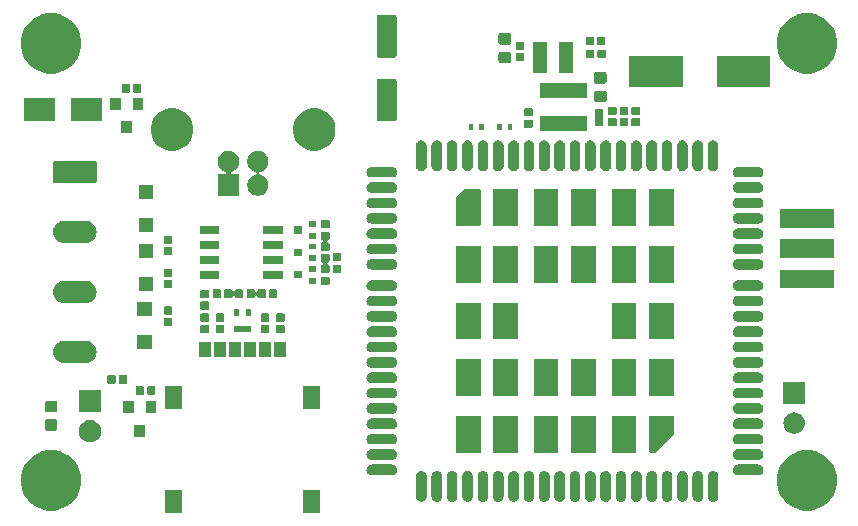
<source format=gts>
G04 #@! TF.GenerationSoftware,KiCad,Pcbnew,(5.0.2)-1*
G04 #@! TF.CreationDate,2019-02-18T12:49:20+08:00*
G04 #@! TF.ProjectId,DTU-Air720D,4454552d-4169-4723-9732-30442e6b6963,rev?*
G04 #@! TF.SameCoordinates,Original*
G04 #@! TF.FileFunction,Soldermask,Top*
G04 #@! TF.FilePolarity,Negative*
%FSLAX46Y46*%
G04 Gerber Fmt 4.6, Leading zero omitted, Abs format (unit mm)*
G04 Created by KiCad (PCBNEW (5.0.2)-1) date 2019/2/18 12:49:20*
%MOMM*%
%LPD*%
G01*
G04 APERTURE LIST*
%ADD10C,0.100000*%
G04 APERTURE END LIST*
D10*
G36*
X125751000Y-99751000D02*
X124349000Y-99751000D01*
X124349000Y-97849000D01*
X125751000Y-97849000D01*
X125751000Y-99751000D01*
X125751000Y-99751000D01*
G37*
G36*
X114051000Y-99751000D02*
X112649000Y-99751000D01*
X112649000Y-97849000D01*
X114051000Y-97849000D01*
X114051000Y-99751000D01*
X114051000Y-99751000D01*
G37*
G36*
X167744096Y-94547033D02*
X167744098Y-94547034D01*
X167744099Y-94547034D01*
X168208352Y-94739333D01*
X168558689Y-94973421D01*
X168626171Y-95018511D01*
X168981489Y-95373829D01*
X168981491Y-95373832D01*
X169260667Y-95791648D01*
X169452966Y-96255901D01*
X169452967Y-96255904D01*
X169526951Y-96627846D01*
X169551000Y-96748748D01*
X169551000Y-97251252D01*
X169452966Y-97744099D01*
X169260667Y-98208352D01*
X169151215Y-98372158D01*
X168981489Y-98626171D01*
X168626171Y-98981489D01*
X168626168Y-98981491D01*
X168208352Y-99260667D01*
X167744099Y-99452966D01*
X167744098Y-99452966D01*
X167744096Y-99452967D01*
X167251253Y-99551000D01*
X166748747Y-99551000D01*
X166255904Y-99452967D01*
X166255902Y-99452966D01*
X166255901Y-99452966D01*
X165791648Y-99260667D01*
X165373832Y-98981491D01*
X165373829Y-98981489D01*
X165018511Y-98626171D01*
X164848785Y-98372158D01*
X164739333Y-98208352D01*
X164547034Y-97744099D01*
X164449000Y-97251252D01*
X164449000Y-96748748D01*
X164473049Y-96627846D01*
X164547033Y-96255904D01*
X164547034Y-96255901D01*
X164739333Y-95791648D01*
X165018509Y-95373832D01*
X165018511Y-95373829D01*
X165373829Y-95018511D01*
X165441311Y-94973421D01*
X165791648Y-94739333D01*
X166255901Y-94547034D01*
X166255902Y-94547034D01*
X166255904Y-94547033D01*
X166748747Y-94449000D01*
X167251253Y-94449000D01*
X167744096Y-94547033D01*
X167744096Y-94547033D01*
G37*
G36*
X103744096Y-94547033D02*
X103744098Y-94547034D01*
X103744099Y-94547034D01*
X104208352Y-94739333D01*
X104558689Y-94973421D01*
X104626171Y-95018511D01*
X104981489Y-95373829D01*
X104981491Y-95373832D01*
X105260667Y-95791648D01*
X105452966Y-96255901D01*
X105452967Y-96255904D01*
X105526951Y-96627846D01*
X105551000Y-96748748D01*
X105551000Y-97251252D01*
X105452966Y-97744099D01*
X105260667Y-98208352D01*
X105151215Y-98372158D01*
X104981489Y-98626171D01*
X104626171Y-98981489D01*
X104626168Y-98981491D01*
X104208352Y-99260667D01*
X103744099Y-99452966D01*
X103744098Y-99452966D01*
X103744096Y-99452967D01*
X103251253Y-99551000D01*
X102748747Y-99551000D01*
X102255904Y-99452967D01*
X102255902Y-99452966D01*
X102255901Y-99452966D01*
X101791648Y-99260667D01*
X101373832Y-98981491D01*
X101373829Y-98981489D01*
X101018511Y-98626171D01*
X100848785Y-98372158D01*
X100739333Y-98208352D01*
X100547034Y-97744099D01*
X100449000Y-97251252D01*
X100449000Y-96748748D01*
X100473049Y-96627846D01*
X100547033Y-96255904D01*
X100547034Y-96255901D01*
X100739333Y-95791648D01*
X101018509Y-95373832D01*
X101018511Y-95373829D01*
X101373829Y-95018511D01*
X101441311Y-94973421D01*
X101791648Y-94739333D01*
X102255901Y-94547034D01*
X102255902Y-94547034D01*
X102255904Y-94547033D01*
X102748747Y-94449000D01*
X103251253Y-94449000D01*
X103744096Y-94547033D01*
X103744096Y-94547033D01*
G37*
G36*
X159138412Y-96205525D02*
X159213455Y-96228290D01*
X159223424Y-96231314D01*
X159293299Y-96268664D01*
X159301777Y-96273195D01*
X159370446Y-96329550D01*
X159370448Y-96329552D01*
X159426807Y-96398226D01*
X159468686Y-96476575D01*
X159468756Y-96476806D01*
X159494475Y-96561587D01*
X159501000Y-96627842D01*
X159501000Y-98372158D01*
X159494475Y-98438413D01*
X159471710Y-98513456D01*
X159468686Y-98523425D01*
X159426807Y-98601774D01*
X159370448Y-98670448D01*
X159301774Y-98726807D01*
X159223425Y-98768686D01*
X159213456Y-98771710D01*
X159138413Y-98794475D01*
X159050000Y-98803182D01*
X158961588Y-98794475D01*
X158886545Y-98771710D01*
X158876576Y-98768686D01*
X158798227Y-98726807D01*
X158729553Y-98670448D01*
X158673194Y-98601774D01*
X158631315Y-98523425D01*
X158628291Y-98513456D01*
X158605526Y-98438413D01*
X158599001Y-98372158D01*
X158599000Y-96627843D01*
X158605525Y-96561588D01*
X158631313Y-96476580D01*
X158631314Y-96476576D01*
X158673193Y-96398227D01*
X158673195Y-96398223D01*
X158729550Y-96329554D01*
X158729555Y-96329550D01*
X158798226Y-96273193D01*
X158876575Y-96231314D01*
X158886544Y-96228290D01*
X158961587Y-96205525D01*
X159050000Y-96196818D01*
X159138412Y-96205525D01*
X159138412Y-96205525D01*
G37*
G36*
X140938412Y-96205525D02*
X141013455Y-96228290D01*
X141023424Y-96231314D01*
X141093299Y-96268664D01*
X141101777Y-96273195D01*
X141170446Y-96329550D01*
X141170448Y-96329552D01*
X141226807Y-96398226D01*
X141268686Y-96476575D01*
X141268756Y-96476806D01*
X141294475Y-96561587D01*
X141301000Y-96627842D01*
X141301000Y-98372158D01*
X141294475Y-98438413D01*
X141271710Y-98513456D01*
X141268686Y-98523425D01*
X141226807Y-98601774D01*
X141170448Y-98670448D01*
X141101774Y-98726807D01*
X141023425Y-98768686D01*
X141013456Y-98771710D01*
X140938413Y-98794475D01*
X140850000Y-98803182D01*
X140761588Y-98794475D01*
X140686545Y-98771710D01*
X140676576Y-98768686D01*
X140598227Y-98726807D01*
X140529553Y-98670448D01*
X140473194Y-98601774D01*
X140431315Y-98523425D01*
X140428291Y-98513456D01*
X140405526Y-98438413D01*
X140399001Y-98372158D01*
X140399000Y-96627843D01*
X140405525Y-96561588D01*
X140431313Y-96476580D01*
X140431314Y-96476576D01*
X140473193Y-96398227D01*
X140473195Y-96398223D01*
X140529550Y-96329554D01*
X140529555Y-96329550D01*
X140598226Y-96273193D01*
X140676575Y-96231314D01*
X140686544Y-96228290D01*
X140761587Y-96205525D01*
X140850000Y-96196818D01*
X140938412Y-96205525D01*
X140938412Y-96205525D01*
G37*
G36*
X139638412Y-96205525D02*
X139713455Y-96228290D01*
X139723424Y-96231314D01*
X139793299Y-96268664D01*
X139801777Y-96273195D01*
X139870446Y-96329550D01*
X139870448Y-96329552D01*
X139926807Y-96398226D01*
X139968686Y-96476575D01*
X139968756Y-96476806D01*
X139994475Y-96561587D01*
X140001000Y-96627842D01*
X140001000Y-98372158D01*
X139994475Y-98438413D01*
X139971710Y-98513456D01*
X139968686Y-98523425D01*
X139926807Y-98601774D01*
X139870448Y-98670448D01*
X139801774Y-98726807D01*
X139723425Y-98768686D01*
X139713456Y-98771710D01*
X139638413Y-98794475D01*
X139550000Y-98803182D01*
X139461588Y-98794475D01*
X139386545Y-98771710D01*
X139376576Y-98768686D01*
X139298227Y-98726807D01*
X139229553Y-98670448D01*
X139173194Y-98601774D01*
X139131315Y-98523425D01*
X139128291Y-98513456D01*
X139105526Y-98438413D01*
X139099001Y-98372158D01*
X139099000Y-96627843D01*
X139105525Y-96561588D01*
X139131313Y-96476580D01*
X139131314Y-96476576D01*
X139173193Y-96398227D01*
X139173195Y-96398223D01*
X139229550Y-96329554D01*
X139229555Y-96329550D01*
X139298226Y-96273193D01*
X139376575Y-96231314D01*
X139386544Y-96228290D01*
X139461587Y-96205525D01*
X139550000Y-96196818D01*
X139638412Y-96205525D01*
X139638412Y-96205525D01*
G37*
G36*
X138338412Y-96205525D02*
X138413455Y-96228290D01*
X138423424Y-96231314D01*
X138493299Y-96268664D01*
X138501777Y-96273195D01*
X138570446Y-96329550D01*
X138570448Y-96329552D01*
X138626807Y-96398226D01*
X138668686Y-96476575D01*
X138668756Y-96476806D01*
X138694475Y-96561587D01*
X138701000Y-96627842D01*
X138701000Y-98372158D01*
X138694475Y-98438413D01*
X138671710Y-98513456D01*
X138668686Y-98523425D01*
X138626807Y-98601774D01*
X138570448Y-98670448D01*
X138501774Y-98726807D01*
X138423425Y-98768686D01*
X138413456Y-98771710D01*
X138338413Y-98794475D01*
X138250000Y-98803182D01*
X138161588Y-98794475D01*
X138086545Y-98771710D01*
X138076576Y-98768686D01*
X137998227Y-98726807D01*
X137929553Y-98670448D01*
X137873194Y-98601774D01*
X137831315Y-98523425D01*
X137828291Y-98513456D01*
X137805526Y-98438413D01*
X137799001Y-98372158D01*
X137799000Y-96627843D01*
X137805525Y-96561588D01*
X137831313Y-96476580D01*
X137831314Y-96476576D01*
X137873193Y-96398227D01*
X137873195Y-96398223D01*
X137929550Y-96329554D01*
X137929555Y-96329550D01*
X137998226Y-96273193D01*
X138076575Y-96231314D01*
X138086544Y-96228290D01*
X138161587Y-96205525D01*
X138250000Y-96196818D01*
X138338412Y-96205525D01*
X138338412Y-96205525D01*
G37*
G36*
X137038412Y-96205525D02*
X137113455Y-96228290D01*
X137123424Y-96231314D01*
X137193299Y-96268664D01*
X137201777Y-96273195D01*
X137270446Y-96329550D01*
X137270448Y-96329552D01*
X137326807Y-96398226D01*
X137368686Y-96476575D01*
X137368756Y-96476806D01*
X137394475Y-96561587D01*
X137401000Y-96627842D01*
X137401000Y-98372158D01*
X137394475Y-98438413D01*
X137371710Y-98513456D01*
X137368686Y-98523425D01*
X137326807Y-98601774D01*
X137270448Y-98670448D01*
X137201774Y-98726807D01*
X137123425Y-98768686D01*
X137113456Y-98771710D01*
X137038413Y-98794475D01*
X136950000Y-98803182D01*
X136861588Y-98794475D01*
X136786545Y-98771710D01*
X136776576Y-98768686D01*
X136698227Y-98726807D01*
X136629553Y-98670448D01*
X136573194Y-98601774D01*
X136531315Y-98523425D01*
X136528291Y-98513456D01*
X136505526Y-98438413D01*
X136499001Y-98372158D01*
X136499000Y-96627843D01*
X136505525Y-96561588D01*
X136531313Y-96476580D01*
X136531314Y-96476576D01*
X136573193Y-96398227D01*
X136573195Y-96398223D01*
X136629550Y-96329554D01*
X136629555Y-96329550D01*
X136698226Y-96273193D01*
X136776575Y-96231314D01*
X136786544Y-96228290D01*
X136861587Y-96205525D01*
X136950000Y-96196818D01*
X137038412Y-96205525D01*
X137038412Y-96205525D01*
G37*
G36*
X135738412Y-96205525D02*
X135813455Y-96228290D01*
X135823424Y-96231314D01*
X135893299Y-96268664D01*
X135901777Y-96273195D01*
X135970446Y-96329550D01*
X135970448Y-96329552D01*
X136026807Y-96398226D01*
X136068686Y-96476575D01*
X136068756Y-96476806D01*
X136094475Y-96561587D01*
X136101000Y-96627842D01*
X136101000Y-98372158D01*
X136094475Y-98438413D01*
X136071710Y-98513456D01*
X136068686Y-98523425D01*
X136026807Y-98601774D01*
X135970448Y-98670448D01*
X135901774Y-98726807D01*
X135823425Y-98768686D01*
X135813456Y-98771710D01*
X135738413Y-98794475D01*
X135650000Y-98803182D01*
X135561588Y-98794475D01*
X135486545Y-98771710D01*
X135476576Y-98768686D01*
X135398227Y-98726807D01*
X135329553Y-98670448D01*
X135273194Y-98601774D01*
X135231315Y-98523425D01*
X135228291Y-98513456D01*
X135205526Y-98438413D01*
X135199001Y-98372158D01*
X135199000Y-96627843D01*
X135205525Y-96561588D01*
X135231313Y-96476580D01*
X135231314Y-96476576D01*
X135273193Y-96398227D01*
X135273195Y-96398223D01*
X135329550Y-96329554D01*
X135329555Y-96329550D01*
X135398226Y-96273193D01*
X135476575Y-96231314D01*
X135486544Y-96228290D01*
X135561587Y-96205525D01*
X135650000Y-96196818D01*
X135738412Y-96205525D01*
X135738412Y-96205525D01*
G37*
G36*
X134438412Y-96205525D02*
X134513455Y-96228290D01*
X134523424Y-96231314D01*
X134593299Y-96268664D01*
X134601777Y-96273195D01*
X134670446Y-96329550D01*
X134670448Y-96329552D01*
X134726807Y-96398226D01*
X134768686Y-96476575D01*
X134768756Y-96476806D01*
X134794475Y-96561587D01*
X134801000Y-96627842D01*
X134801000Y-98372158D01*
X134794475Y-98438413D01*
X134771710Y-98513456D01*
X134768686Y-98523425D01*
X134726807Y-98601774D01*
X134670448Y-98670448D01*
X134601774Y-98726807D01*
X134523425Y-98768686D01*
X134513456Y-98771710D01*
X134438413Y-98794475D01*
X134350000Y-98803182D01*
X134261588Y-98794475D01*
X134186545Y-98771710D01*
X134176576Y-98768686D01*
X134098227Y-98726807D01*
X134029553Y-98670448D01*
X133973194Y-98601774D01*
X133931315Y-98523425D01*
X133928291Y-98513456D01*
X133905526Y-98438413D01*
X133899001Y-98372158D01*
X133899000Y-96627843D01*
X133905525Y-96561588D01*
X133931313Y-96476580D01*
X133931314Y-96476576D01*
X133973193Y-96398227D01*
X133973195Y-96398223D01*
X134029550Y-96329554D01*
X134029555Y-96329550D01*
X134098226Y-96273193D01*
X134176575Y-96231314D01*
X134186544Y-96228290D01*
X134261587Y-96205525D01*
X134350000Y-96196818D01*
X134438412Y-96205525D01*
X134438412Y-96205525D01*
G37*
G36*
X143538412Y-96205525D02*
X143613455Y-96228290D01*
X143623424Y-96231314D01*
X143693299Y-96268664D01*
X143701777Y-96273195D01*
X143770446Y-96329550D01*
X143770448Y-96329552D01*
X143826807Y-96398226D01*
X143868686Y-96476575D01*
X143868756Y-96476806D01*
X143894475Y-96561587D01*
X143901000Y-96627842D01*
X143901000Y-98372158D01*
X143894475Y-98438413D01*
X143871710Y-98513456D01*
X143868686Y-98523425D01*
X143826807Y-98601774D01*
X143770448Y-98670448D01*
X143701774Y-98726807D01*
X143623425Y-98768686D01*
X143613456Y-98771710D01*
X143538413Y-98794475D01*
X143450000Y-98803182D01*
X143361588Y-98794475D01*
X143286545Y-98771710D01*
X143276576Y-98768686D01*
X143198227Y-98726807D01*
X143129553Y-98670448D01*
X143073194Y-98601774D01*
X143031315Y-98523425D01*
X143028291Y-98513456D01*
X143005526Y-98438413D01*
X142999001Y-98372158D01*
X142999000Y-96627843D01*
X143005525Y-96561588D01*
X143031313Y-96476580D01*
X143031314Y-96476576D01*
X143073193Y-96398227D01*
X143073195Y-96398223D01*
X143129550Y-96329554D01*
X143129555Y-96329550D01*
X143198226Y-96273193D01*
X143276575Y-96231314D01*
X143286544Y-96228290D01*
X143361587Y-96205525D01*
X143450000Y-96196818D01*
X143538412Y-96205525D01*
X143538412Y-96205525D01*
G37*
G36*
X144838412Y-96205525D02*
X144913455Y-96228290D01*
X144923424Y-96231314D01*
X144993299Y-96268664D01*
X145001777Y-96273195D01*
X145070446Y-96329550D01*
X145070448Y-96329552D01*
X145126807Y-96398226D01*
X145168686Y-96476575D01*
X145168756Y-96476806D01*
X145194475Y-96561587D01*
X145201000Y-96627842D01*
X145201000Y-98372158D01*
X145194475Y-98438413D01*
X145171710Y-98513456D01*
X145168686Y-98523425D01*
X145126807Y-98601774D01*
X145070448Y-98670448D01*
X145001774Y-98726807D01*
X144923425Y-98768686D01*
X144913456Y-98771710D01*
X144838413Y-98794475D01*
X144750000Y-98803182D01*
X144661588Y-98794475D01*
X144586545Y-98771710D01*
X144576576Y-98768686D01*
X144498227Y-98726807D01*
X144429553Y-98670448D01*
X144373194Y-98601774D01*
X144331315Y-98523425D01*
X144328291Y-98513456D01*
X144305526Y-98438413D01*
X144299001Y-98372158D01*
X144299000Y-96627843D01*
X144305525Y-96561588D01*
X144331313Y-96476580D01*
X144331314Y-96476576D01*
X144373193Y-96398227D01*
X144373195Y-96398223D01*
X144429550Y-96329554D01*
X144429555Y-96329550D01*
X144498226Y-96273193D01*
X144576575Y-96231314D01*
X144586544Y-96228290D01*
X144661587Y-96205525D01*
X144750000Y-96196818D01*
X144838412Y-96205525D01*
X144838412Y-96205525D01*
G37*
G36*
X146138412Y-96205525D02*
X146213455Y-96228290D01*
X146223424Y-96231314D01*
X146293299Y-96268664D01*
X146301777Y-96273195D01*
X146370446Y-96329550D01*
X146370448Y-96329552D01*
X146426807Y-96398226D01*
X146468686Y-96476575D01*
X146468756Y-96476806D01*
X146494475Y-96561587D01*
X146501000Y-96627842D01*
X146501000Y-98372158D01*
X146494475Y-98438413D01*
X146471710Y-98513456D01*
X146468686Y-98523425D01*
X146426807Y-98601774D01*
X146370448Y-98670448D01*
X146301774Y-98726807D01*
X146223425Y-98768686D01*
X146213456Y-98771710D01*
X146138413Y-98794475D01*
X146050000Y-98803182D01*
X145961588Y-98794475D01*
X145886545Y-98771710D01*
X145876576Y-98768686D01*
X145798227Y-98726807D01*
X145729553Y-98670448D01*
X145673194Y-98601774D01*
X145631315Y-98523425D01*
X145628291Y-98513456D01*
X145605526Y-98438413D01*
X145599001Y-98372158D01*
X145599000Y-96627843D01*
X145605525Y-96561588D01*
X145631313Y-96476580D01*
X145631314Y-96476576D01*
X145673193Y-96398227D01*
X145673195Y-96398223D01*
X145729550Y-96329554D01*
X145729555Y-96329550D01*
X145798226Y-96273193D01*
X145876575Y-96231314D01*
X145886544Y-96228290D01*
X145961587Y-96205525D01*
X146050000Y-96196818D01*
X146138412Y-96205525D01*
X146138412Y-96205525D01*
G37*
G36*
X148738412Y-96205525D02*
X148813455Y-96228290D01*
X148823424Y-96231314D01*
X148893299Y-96268664D01*
X148901777Y-96273195D01*
X148970446Y-96329550D01*
X148970448Y-96329552D01*
X149026807Y-96398226D01*
X149068686Y-96476575D01*
X149068756Y-96476806D01*
X149094475Y-96561587D01*
X149101000Y-96627842D01*
X149101000Y-98372158D01*
X149094475Y-98438413D01*
X149071710Y-98513456D01*
X149068686Y-98523425D01*
X149026807Y-98601774D01*
X148970448Y-98670448D01*
X148901774Y-98726807D01*
X148823425Y-98768686D01*
X148813456Y-98771710D01*
X148738413Y-98794475D01*
X148650000Y-98803182D01*
X148561588Y-98794475D01*
X148486545Y-98771710D01*
X148476576Y-98768686D01*
X148398227Y-98726807D01*
X148329553Y-98670448D01*
X148273194Y-98601774D01*
X148231315Y-98523425D01*
X148228291Y-98513456D01*
X148205526Y-98438413D01*
X148199001Y-98372158D01*
X148199000Y-96627843D01*
X148205525Y-96561588D01*
X148231313Y-96476580D01*
X148231314Y-96476576D01*
X148273193Y-96398227D01*
X148273195Y-96398223D01*
X148329550Y-96329554D01*
X148329555Y-96329550D01*
X148398226Y-96273193D01*
X148476575Y-96231314D01*
X148486544Y-96228290D01*
X148561587Y-96205525D01*
X148650000Y-96196818D01*
X148738412Y-96205525D01*
X148738412Y-96205525D01*
G37*
G36*
X147438412Y-96205525D02*
X147513455Y-96228290D01*
X147523424Y-96231314D01*
X147593299Y-96268664D01*
X147601777Y-96273195D01*
X147670446Y-96329550D01*
X147670448Y-96329552D01*
X147726807Y-96398226D01*
X147768686Y-96476575D01*
X147768756Y-96476806D01*
X147794475Y-96561587D01*
X147801000Y-96627842D01*
X147801000Y-98372158D01*
X147794475Y-98438413D01*
X147771710Y-98513456D01*
X147768686Y-98523425D01*
X147726807Y-98601774D01*
X147670448Y-98670448D01*
X147601774Y-98726807D01*
X147523425Y-98768686D01*
X147513456Y-98771710D01*
X147438413Y-98794475D01*
X147350000Y-98803182D01*
X147261588Y-98794475D01*
X147186545Y-98771710D01*
X147176576Y-98768686D01*
X147098227Y-98726807D01*
X147029553Y-98670448D01*
X146973194Y-98601774D01*
X146931315Y-98523425D01*
X146928291Y-98513456D01*
X146905526Y-98438413D01*
X146899001Y-98372158D01*
X146899000Y-96627843D01*
X146905525Y-96561588D01*
X146931313Y-96476580D01*
X146931314Y-96476576D01*
X146973193Y-96398227D01*
X146973195Y-96398223D01*
X147029550Y-96329554D01*
X147029555Y-96329550D01*
X147098226Y-96273193D01*
X147176575Y-96231314D01*
X147186544Y-96228290D01*
X147261587Y-96205525D01*
X147350000Y-96196818D01*
X147438412Y-96205525D01*
X147438412Y-96205525D01*
G37*
G36*
X157838412Y-96205525D02*
X157913455Y-96228290D01*
X157923424Y-96231314D01*
X157993299Y-96268664D01*
X158001777Y-96273195D01*
X158070446Y-96329550D01*
X158070448Y-96329552D01*
X158126807Y-96398226D01*
X158168686Y-96476575D01*
X158168756Y-96476806D01*
X158194475Y-96561587D01*
X158201000Y-96627842D01*
X158201000Y-98372158D01*
X158194475Y-98438413D01*
X158171710Y-98513456D01*
X158168686Y-98523425D01*
X158126807Y-98601774D01*
X158070448Y-98670448D01*
X158001774Y-98726807D01*
X157923425Y-98768686D01*
X157913456Y-98771710D01*
X157838413Y-98794475D01*
X157750000Y-98803182D01*
X157661588Y-98794475D01*
X157586545Y-98771710D01*
X157576576Y-98768686D01*
X157498227Y-98726807D01*
X157429553Y-98670448D01*
X157373194Y-98601774D01*
X157331315Y-98523425D01*
X157328291Y-98513456D01*
X157305526Y-98438413D01*
X157299001Y-98372158D01*
X157299000Y-96627843D01*
X157305525Y-96561588D01*
X157331313Y-96476580D01*
X157331314Y-96476576D01*
X157373193Y-96398227D01*
X157373195Y-96398223D01*
X157429550Y-96329554D01*
X157429555Y-96329550D01*
X157498226Y-96273193D01*
X157576575Y-96231314D01*
X157586544Y-96228290D01*
X157661587Y-96205525D01*
X157750000Y-96196818D01*
X157838412Y-96205525D01*
X157838412Y-96205525D01*
G37*
G36*
X156538412Y-96205525D02*
X156613455Y-96228290D01*
X156623424Y-96231314D01*
X156693299Y-96268664D01*
X156701777Y-96273195D01*
X156770446Y-96329550D01*
X156770448Y-96329552D01*
X156826807Y-96398226D01*
X156868686Y-96476575D01*
X156868756Y-96476806D01*
X156894475Y-96561587D01*
X156901000Y-96627842D01*
X156901000Y-98372158D01*
X156894475Y-98438413D01*
X156871710Y-98513456D01*
X156868686Y-98523425D01*
X156826807Y-98601774D01*
X156770448Y-98670448D01*
X156701774Y-98726807D01*
X156623425Y-98768686D01*
X156613456Y-98771710D01*
X156538413Y-98794475D01*
X156450000Y-98803182D01*
X156361588Y-98794475D01*
X156286545Y-98771710D01*
X156276576Y-98768686D01*
X156198227Y-98726807D01*
X156129553Y-98670448D01*
X156073194Y-98601774D01*
X156031315Y-98523425D01*
X156028291Y-98513456D01*
X156005526Y-98438413D01*
X155999001Y-98372158D01*
X155999000Y-96627843D01*
X156005525Y-96561588D01*
X156031313Y-96476580D01*
X156031314Y-96476576D01*
X156073193Y-96398227D01*
X156073195Y-96398223D01*
X156129550Y-96329554D01*
X156129555Y-96329550D01*
X156198226Y-96273193D01*
X156276575Y-96231314D01*
X156286544Y-96228290D01*
X156361587Y-96205525D01*
X156450000Y-96196818D01*
X156538412Y-96205525D01*
X156538412Y-96205525D01*
G37*
G36*
X155238412Y-96205525D02*
X155313455Y-96228290D01*
X155323424Y-96231314D01*
X155393299Y-96268664D01*
X155401777Y-96273195D01*
X155470446Y-96329550D01*
X155470448Y-96329552D01*
X155526807Y-96398226D01*
X155568686Y-96476575D01*
X155568756Y-96476806D01*
X155594475Y-96561587D01*
X155601000Y-96627842D01*
X155601000Y-98372158D01*
X155594475Y-98438413D01*
X155571710Y-98513456D01*
X155568686Y-98523425D01*
X155526807Y-98601774D01*
X155470448Y-98670448D01*
X155401774Y-98726807D01*
X155323425Y-98768686D01*
X155313456Y-98771710D01*
X155238413Y-98794475D01*
X155150000Y-98803182D01*
X155061588Y-98794475D01*
X154986545Y-98771710D01*
X154976576Y-98768686D01*
X154898227Y-98726807D01*
X154829553Y-98670448D01*
X154773194Y-98601774D01*
X154731315Y-98523425D01*
X154728291Y-98513456D01*
X154705526Y-98438413D01*
X154699001Y-98372158D01*
X154699000Y-96627843D01*
X154705525Y-96561588D01*
X154731313Y-96476580D01*
X154731314Y-96476576D01*
X154773193Y-96398227D01*
X154773195Y-96398223D01*
X154829550Y-96329554D01*
X154829555Y-96329550D01*
X154898226Y-96273193D01*
X154976575Y-96231314D01*
X154986544Y-96228290D01*
X155061587Y-96205525D01*
X155150000Y-96196818D01*
X155238412Y-96205525D01*
X155238412Y-96205525D01*
G37*
G36*
X153938412Y-96205525D02*
X154013455Y-96228290D01*
X154023424Y-96231314D01*
X154093299Y-96268664D01*
X154101777Y-96273195D01*
X154170446Y-96329550D01*
X154170448Y-96329552D01*
X154226807Y-96398226D01*
X154268686Y-96476575D01*
X154268756Y-96476806D01*
X154294475Y-96561587D01*
X154301000Y-96627842D01*
X154301000Y-98372158D01*
X154294475Y-98438413D01*
X154271710Y-98513456D01*
X154268686Y-98523425D01*
X154226807Y-98601774D01*
X154170448Y-98670448D01*
X154101774Y-98726807D01*
X154023425Y-98768686D01*
X154013456Y-98771710D01*
X153938413Y-98794475D01*
X153850000Y-98803182D01*
X153761588Y-98794475D01*
X153686545Y-98771710D01*
X153676576Y-98768686D01*
X153598227Y-98726807D01*
X153529553Y-98670448D01*
X153473194Y-98601774D01*
X153431315Y-98523425D01*
X153428291Y-98513456D01*
X153405526Y-98438413D01*
X153399001Y-98372158D01*
X153399000Y-96627843D01*
X153405525Y-96561588D01*
X153431313Y-96476580D01*
X153431314Y-96476576D01*
X153473193Y-96398227D01*
X153473195Y-96398223D01*
X153529550Y-96329554D01*
X153529555Y-96329550D01*
X153598226Y-96273193D01*
X153676575Y-96231314D01*
X153686544Y-96228290D01*
X153761587Y-96205525D01*
X153850000Y-96196818D01*
X153938412Y-96205525D01*
X153938412Y-96205525D01*
G37*
G36*
X152638412Y-96205525D02*
X152713455Y-96228290D01*
X152723424Y-96231314D01*
X152793299Y-96268664D01*
X152801777Y-96273195D01*
X152870446Y-96329550D01*
X152870448Y-96329552D01*
X152926807Y-96398226D01*
X152968686Y-96476575D01*
X152968756Y-96476806D01*
X152994475Y-96561587D01*
X153001000Y-96627842D01*
X153001000Y-98372158D01*
X152994475Y-98438413D01*
X152971710Y-98513456D01*
X152968686Y-98523425D01*
X152926807Y-98601774D01*
X152870448Y-98670448D01*
X152801774Y-98726807D01*
X152723425Y-98768686D01*
X152713456Y-98771710D01*
X152638413Y-98794475D01*
X152550000Y-98803182D01*
X152461588Y-98794475D01*
X152386545Y-98771710D01*
X152376576Y-98768686D01*
X152298227Y-98726807D01*
X152229553Y-98670448D01*
X152173194Y-98601774D01*
X152131315Y-98523425D01*
X152128291Y-98513456D01*
X152105526Y-98438413D01*
X152099001Y-98372158D01*
X152099000Y-96627843D01*
X152105525Y-96561588D01*
X152131313Y-96476580D01*
X152131314Y-96476576D01*
X152173193Y-96398227D01*
X152173195Y-96398223D01*
X152229550Y-96329554D01*
X152229555Y-96329550D01*
X152298226Y-96273193D01*
X152376575Y-96231314D01*
X152386544Y-96228290D01*
X152461587Y-96205525D01*
X152550000Y-96196818D01*
X152638412Y-96205525D01*
X152638412Y-96205525D01*
G37*
G36*
X151338412Y-96205525D02*
X151413455Y-96228290D01*
X151423424Y-96231314D01*
X151493299Y-96268664D01*
X151501777Y-96273195D01*
X151570446Y-96329550D01*
X151570448Y-96329552D01*
X151626807Y-96398226D01*
X151668686Y-96476575D01*
X151668756Y-96476806D01*
X151694475Y-96561587D01*
X151701000Y-96627842D01*
X151701000Y-98372158D01*
X151694475Y-98438413D01*
X151671710Y-98513456D01*
X151668686Y-98523425D01*
X151626807Y-98601774D01*
X151570448Y-98670448D01*
X151501774Y-98726807D01*
X151423425Y-98768686D01*
X151413456Y-98771710D01*
X151338413Y-98794475D01*
X151250000Y-98803182D01*
X151161588Y-98794475D01*
X151086545Y-98771710D01*
X151076576Y-98768686D01*
X150998227Y-98726807D01*
X150929553Y-98670448D01*
X150873194Y-98601774D01*
X150831315Y-98523425D01*
X150828291Y-98513456D01*
X150805526Y-98438413D01*
X150799001Y-98372158D01*
X150799000Y-96627843D01*
X150805525Y-96561588D01*
X150831313Y-96476580D01*
X150831314Y-96476576D01*
X150873193Y-96398227D01*
X150873195Y-96398223D01*
X150929550Y-96329554D01*
X150929555Y-96329550D01*
X150998226Y-96273193D01*
X151076575Y-96231314D01*
X151086544Y-96228290D01*
X151161587Y-96205525D01*
X151250000Y-96196818D01*
X151338412Y-96205525D01*
X151338412Y-96205525D01*
G37*
G36*
X150038412Y-96205525D02*
X150113455Y-96228290D01*
X150123424Y-96231314D01*
X150193299Y-96268664D01*
X150201777Y-96273195D01*
X150270446Y-96329550D01*
X150270448Y-96329552D01*
X150326807Y-96398226D01*
X150368686Y-96476575D01*
X150368756Y-96476806D01*
X150394475Y-96561587D01*
X150401000Y-96627842D01*
X150401000Y-98372158D01*
X150394475Y-98438413D01*
X150371710Y-98513456D01*
X150368686Y-98523425D01*
X150326807Y-98601774D01*
X150270448Y-98670448D01*
X150201774Y-98726807D01*
X150123425Y-98768686D01*
X150113456Y-98771710D01*
X150038413Y-98794475D01*
X149950000Y-98803182D01*
X149861588Y-98794475D01*
X149786545Y-98771710D01*
X149776576Y-98768686D01*
X149698227Y-98726807D01*
X149629553Y-98670448D01*
X149573194Y-98601774D01*
X149531315Y-98523425D01*
X149528291Y-98513456D01*
X149505526Y-98438413D01*
X149499001Y-98372158D01*
X149499000Y-96627843D01*
X149505525Y-96561588D01*
X149531313Y-96476580D01*
X149531314Y-96476576D01*
X149573193Y-96398227D01*
X149573195Y-96398223D01*
X149629550Y-96329554D01*
X149629555Y-96329550D01*
X149698226Y-96273193D01*
X149776575Y-96231314D01*
X149786544Y-96228290D01*
X149861587Y-96205525D01*
X149950000Y-96196818D01*
X150038412Y-96205525D01*
X150038412Y-96205525D01*
G37*
G36*
X142238412Y-96205525D02*
X142313455Y-96228290D01*
X142323424Y-96231314D01*
X142393299Y-96268664D01*
X142401777Y-96273195D01*
X142470446Y-96329550D01*
X142470448Y-96329552D01*
X142526807Y-96398226D01*
X142568686Y-96476575D01*
X142568756Y-96476806D01*
X142594475Y-96561587D01*
X142601000Y-96627842D01*
X142601000Y-98372158D01*
X142594475Y-98438413D01*
X142571710Y-98513456D01*
X142568686Y-98523425D01*
X142526807Y-98601774D01*
X142470448Y-98670448D01*
X142401774Y-98726807D01*
X142323425Y-98768686D01*
X142313456Y-98771710D01*
X142238413Y-98794475D01*
X142150000Y-98803182D01*
X142061588Y-98794475D01*
X141986545Y-98771710D01*
X141976576Y-98768686D01*
X141898227Y-98726807D01*
X141829553Y-98670448D01*
X141773194Y-98601774D01*
X141731315Y-98523425D01*
X141728291Y-98513456D01*
X141705526Y-98438413D01*
X141699001Y-98372158D01*
X141699000Y-96627843D01*
X141705525Y-96561588D01*
X141731313Y-96476580D01*
X141731314Y-96476576D01*
X141773193Y-96398227D01*
X141773195Y-96398223D01*
X141829550Y-96329554D01*
X141829555Y-96329550D01*
X141898226Y-96273193D01*
X141976575Y-96231314D01*
X141986544Y-96228290D01*
X142061587Y-96205525D01*
X142150000Y-96196818D01*
X142238412Y-96205525D01*
X142238412Y-96205525D01*
G37*
G36*
X131938413Y-95655525D02*
X132013456Y-95678290D01*
X132023425Y-95681314D01*
X132101774Y-95723193D01*
X132170448Y-95779552D01*
X132226807Y-95848226D01*
X132268686Y-95926575D01*
X132268687Y-95926579D01*
X132294475Y-96011587D01*
X132303182Y-96100000D01*
X132294475Y-96188413D01*
X132274002Y-96255901D01*
X132268686Y-96273425D01*
X132226807Y-96351774D01*
X132170448Y-96420448D01*
X132101774Y-96476807D01*
X132023425Y-96518686D01*
X132013456Y-96521710D01*
X131938413Y-96544475D01*
X131872158Y-96551000D01*
X130127842Y-96551000D01*
X130061587Y-96544475D01*
X129986544Y-96521710D01*
X129976575Y-96518686D01*
X129898226Y-96476807D01*
X129829552Y-96420448D01*
X129773193Y-96351774D01*
X129731314Y-96273425D01*
X129725998Y-96255901D01*
X129705525Y-96188413D01*
X129696818Y-96100000D01*
X129705525Y-96011587D01*
X129731313Y-95926579D01*
X129731314Y-95926575D01*
X129773193Y-95848226D01*
X129829552Y-95779552D01*
X129898226Y-95723193D01*
X129976575Y-95681314D01*
X129986544Y-95678290D01*
X130061587Y-95655525D01*
X130127842Y-95649000D01*
X131872158Y-95649000D01*
X131938413Y-95655525D01*
X131938413Y-95655525D01*
G37*
G36*
X162938413Y-95655525D02*
X163013456Y-95678290D01*
X163023425Y-95681314D01*
X163101774Y-95723193D01*
X163170448Y-95779552D01*
X163226807Y-95848226D01*
X163268686Y-95926575D01*
X163268687Y-95926579D01*
X163294475Y-96011587D01*
X163303182Y-96100000D01*
X163294475Y-96188413D01*
X163274002Y-96255901D01*
X163268686Y-96273425D01*
X163226807Y-96351774D01*
X163170448Y-96420448D01*
X163101774Y-96476807D01*
X163023425Y-96518686D01*
X163013456Y-96521710D01*
X162938413Y-96544475D01*
X162872158Y-96551000D01*
X161127842Y-96551000D01*
X161061587Y-96544475D01*
X160986544Y-96521710D01*
X160976575Y-96518686D01*
X160898226Y-96476807D01*
X160829552Y-96420448D01*
X160773193Y-96351774D01*
X160731314Y-96273425D01*
X160725998Y-96255901D01*
X160705525Y-96188413D01*
X160696818Y-96100000D01*
X160705525Y-96011587D01*
X160731313Y-95926579D01*
X160731314Y-95926575D01*
X160773193Y-95848226D01*
X160829552Y-95779552D01*
X160898226Y-95723193D01*
X160976575Y-95681314D01*
X160986544Y-95678290D01*
X161061587Y-95655525D01*
X161127842Y-95649000D01*
X162872158Y-95649000D01*
X162938413Y-95655525D01*
X162938413Y-95655525D01*
G37*
G36*
X162938413Y-94355525D02*
X163013456Y-94378290D01*
X163023425Y-94381314D01*
X163101774Y-94423193D01*
X163170448Y-94479552D01*
X163226807Y-94548226D01*
X163268686Y-94626575D01*
X163269261Y-94628471D01*
X163294475Y-94711587D01*
X163303182Y-94800000D01*
X163294475Y-94888413D01*
X163271710Y-94963456D01*
X163268686Y-94973425D01*
X163226807Y-95051774D01*
X163170448Y-95120448D01*
X163101774Y-95176807D01*
X163023425Y-95218686D01*
X163013456Y-95221710D01*
X162938413Y-95244475D01*
X162872158Y-95251000D01*
X161127842Y-95251000D01*
X161061587Y-95244475D01*
X160986544Y-95221710D01*
X160976575Y-95218686D01*
X160898226Y-95176807D01*
X160829552Y-95120448D01*
X160773193Y-95051774D01*
X160731314Y-94973425D01*
X160728290Y-94963456D01*
X160705525Y-94888413D01*
X160696818Y-94800000D01*
X160705525Y-94711587D01*
X160730739Y-94628471D01*
X160731314Y-94626575D01*
X160773193Y-94548226D01*
X160829552Y-94479552D01*
X160898226Y-94423193D01*
X160976575Y-94381314D01*
X160986544Y-94378290D01*
X161061587Y-94355525D01*
X161127842Y-94349000D01*
X162872158Y-94349000D01*
X162938413Y-94355525D01*
X162938413Y-94355525D01*
G37*
G36*
X131938413Y-94355525D02*
X132013456Y-94378290D01*
X132023425Y-94381314D01*
X132101774Y-94423193D01*
X132170448Y-94479552D01*
X132226807Y-94548226D01*
X132268686Y-94626575D01*
X132269261Y-94628471D01*
X132294475Y-94711587D01*
X132303182Y-94800000D01*
X132294475Y-94888413D01*
X132271710Y-94963456D01*
X132268686Y-94973425D01*
X132226807Y-95051774D01*
X132170448Y-95120448D01*
X132101774Y-95176807D01*
X132023425Y-95218686D01*
X132013456Y-95221710D01*
X131938413Y-95244475D01*
X131872158Y-95251000D01*
X130127842Y-95251000D01*
X130061587Y-95244475D01*
X129986544Y-95221710D01*
X129976575Y-95218686D01*
X129898226Y-95176807D01*
X129829552Y-95120448D01*
X129773193Y-95051774D01*
X129731314Y-94973425D01*
X129728290Y-94963456D01*
X129705525Y-94888413D01*
X129696818Y-94800000D01*
X129705525Y-94711587D01*
X129730739Y-94628471D01*
X129731314Y-94626575D01*
X129773193Y-94548226D01*
X129829552Y-94479552D01*
X129898226Y-94423193D01*
X129976575Y-94381314D01*
X129986544Y-94378290D01*
X130061587Y-94355525D01*
X130127842Y-94349000D01*
X131872158Y-94349000D01*
X131938413Y-94355525D01*
X131938413Y-94355525D01*
G37*
G36*
X155709999Y-91549737D02*
X155719611Y-91552653D01*
X155728469Y-91557388D01*
X155736237Y-91563763D01*
X155742612Y-91571531D01*
X155747347Y-91580389D01*
X155750263Y-91590001D01*
X155751852Y-91606140D01*
X155751852Y-93093860D01*
X155750263Y-93109999D01*
X155747347Y-93119611D01*
X155742612Y-93128469D01*
X155732319Y-93141011D01*
X154241011Y-94632319D01*
X154228469Y-94642612D01*
X154219611Y-94647347D01*
X154209999Y-94650263D01*
X154193860Y-94651852D01*
X153706140Y-94651852D01*
X153690001Y-94650263D01*
X153680389Y-94647347D01*
X153671531Y-94642612D01*
X153663763Y-94636237D01*
X153657388Y-94628469D01*
X153652653Y-94619611D01*
X153649737Y-94609999D01*
X153648148Y-94593860D01*
X153648148Y-91606140D01*
X153649737Y-91590001D01*
X153652653Y-91580389D01*
X153657388Y-91571531D01*
X153663763Y-91563763D01*
X153671531Y-91557388D01*
X153680389Y-91552653D01*
X153690001Y-91549737D01*
X153706140Y-91548148D01*
X155693860Y-91548148D01*
X155709999Y-91549737D01*
X155709999Y-91549737D01*
G37*
G36*
X149151000Y-94651000D02*
X147049000Y-94651000D01*
X147049000Y-91549000D01*
X149151000Y-91549000D01*
X149151000Y-94651000D01*
X149151000Y-94651000D01*
G37*
G36*
X145951000Y-94651000D02*
X143849000Y-94651000D01*
X143849000Y-91549000D01*
X145951000Y-91549000D01*
X145951000Y-94651000D01*
X145951000Y-94651000D01*
G37*
G36*
X139351000Y-94651000D02*
X137249000Y-94651000D01*
X137249000Y-91549000D01*
X139351000Y-91549000D01*
X139351000Y-94651000D01*
X139351000Y-94651000D01*
G37*
G36*
X142551000Y-94651000D02*
X140449000Y-94651000D01*
X140449000Y-91549000D01*
X142551000Y-91549000D01*
X142551000Y-94651000D01*
X142551000Y-94651000D01*
G37*
G36*
X152551000Y-94651000D02*
X150449000Y-94651000D01*
X150449000Y-91549000D01*
X152551000Y-91549000D01*
X152551000Y-94651000D01*
X152551000Y-94651000D01*
G37*
G36*
X131938413Y-93055525D02*
X132013456Y-93078290D01*
X132023425Y-93081314D01*
X132101774Y-93123193D01*
X132170448Y-93179552D01*
X132226807Y-93248226D01*
X132268686Y-93326575D01*
X132268687Y-93326579D01*
X132294475Y-93411587D01*
X132303182Y-93500000D01*
X132294475Y-93588413D01*
X132271710Y-93663456D01*
X132268686Y-93673425D01*
X132226807Y-93751774D01*
X132170448Y-93820448D01*
X132101774Y-93876807D01*
X132023425Y-93918686D01*
X132013456Y-93921710D01*
X131938413Y-93944475D01*
X131872158Y-93951000D01*
X130127842Y-93951000D01*
X130061587Y-93944475D01*
X129986544Y-93921710D01*
X129976575Y-93918686D01*
X129898226Y-93876807D01*
X129829552Y-93820448D01*
X129773193Y-93751774D01*
X129731314Y-93673425D01*
X129728290Y-93663456D01*
X129705525Y-93588413D01*
X129696818Y-93500000D01*
X129705525Y-93411587D01*
X129731313Y-93326579D01*
X129731314Y-93326575D01*
X129773193Y-93248226D01*
X129829552Y-93179552D01*
X129898226Y-93123193D01*
X129976575Y-93081314D01*
X129986544Y-93078290D01*
X130061587Y-93055525D01*
X130127842Y-93049000D01*
X131872158Y-93049000D01*
X131938413Y-93055525D01*
X131938413Y-93055525D01*
G37*
G36*
X162938413Y-93055525D02*
X163013456Y-93078290D01*
X163023425Y-93081314D01*
X163101774Y-93123193D01*
X163170448Y-93179552D01*
X163226807Y-93248226D01*
X163268686Y-93326575D01*
X163268687Y-93326579D01*
X163294475Y-93411587D01*
X163303182Y-93500000D01*
X163294475Y-93588413D01*
X163271710Y-93663456D01*
X163268686Y-93673425D01*
X163226807Y-93751774D01*
X163170448Y-93820448D01*
X163101774Y-93876807D01*
X163023425Y-93918686D01*
X163013456Y-93921710D01*
X162938413Y-93944475D01*
X162872158Y-93951000D01*
X161127842Y-93951000D01*
X161061587Y-93944475D01*
X160986544Y-93921710D01*
X160976575Y-93918686D01*
X160898226Y-93876807D01*
X160829552Y-93820448D01*
X160773193Y-93751774D01*
X160731314Y-93673425D01*
X160728290Y-93663456D01*
X160705525Y-93588413D01*
X160696818Y-93500000D01*
X160705525Y-93411587D01*
X160731313Y-93326579D01*
X160731314Y-93326575D01*
X160773193Y-93248226D01*
X160829552Y-93179552D01*
X160898226Y-93123193D01*
X160976575Y-93081314D01*
X160986544Y-93078290D01*
X161061587Y-93055525D01*
X161127842Y-93049000D01*
X162872158Y-93049000D01*
X162938413Y-93055525D01*
X162938413Y-93055525D01*
G37*
G36*
X106577396Y-91925546D02*
X106750466Y-91997234D01*
X106906230Y-92101312D01*
X107038688Y-92233770D01*
X107142766Y-92389534D01*
X107214454Y-92562604D01*
X107251000Y-92746333D01*
X107251000Y-92933667D01*
X107214454Y-93117396D01*
X107142766Y-93290466D01*
X107038688Y-93446230D01*
X106906230Y-93578688D01*
X106750466Y-93682766D01*
X106577396Y-93754454D01*
X106393667Y-93791000D01*
X106206333Y-93791000D01*
X106022604Y-93754454D01*
X105849534Y-93682766D01*
X105693770Y-93578688D01*
X105561312Y-93446230D01*
X105457234Y-93290466D01*
X105385546Y-93117396D01*
X105349000Y-92933667D01*
X105349000Y-92746333D01*
X105385546Y-92562604D01*
X105457234Y-92389534D01*
X105561312Y-92233770D01*
X105693770Y-92101312D01*
X105849534Y-91997234D01*
X106022604Y-91925546D01*
X106206333Y-91889000D01*
X106393667Y-91889000D01*
X106577396Y-91925546D01*
X106577396Y-91925546D01*
G37*
G36*
X110951000Y-93301000D02*
X110049000Y-93301000D01*
X110049000Y-92299000D01*
X110951000Y-92299000D01*
X110951000Y-93301000D01*
X110951000Y-93301000D01*
G37*
G36*
X166010443Y-91245519D02*
X166076627Y-91252037D01*
X166189853Y-91286384D01*
X166246467Y-91303557D01*
X166323016Y-91344474D01*
X166402991Y-91387222D01*
X166438729Y-91416552D01*
X166540186Y-91499814D01*
X166606311Y-91580389D01*
X166652778Y-91637009D01*
X166652779Y-91637011D01*
X166736443Y-91793533D01*
X166736443Y-91793534D01*
X166787963Y-91963373D01*
X166805359Y-92140000D01*
X166787963Y-92316627D01*
X166765847Y-92389533D01*
X166736443Y-92486467D01*
X166673405Y-92604401D01*
X166652778Y-92642991D01*
X166646845Y-92650220D01*
X166540186Y-92780186D01*
X166438729Y-92863448D01*
X166402991Y-92892778D01*
X166402989Y-92892779D01*
X166246467Y-92976443D01*
X166189853Y-92993616D01*
X166076627Y-93027963D01*
X166010442Y-93034482D01*
X165944260Y-93041000D01*
X165855740Y-93041000D01*
X165789558Y-93034482D01*
X165723373Y-93027963D01*
X165610147Y-92993616D01*
X165553533Y-92976443D01*
X165397011Y-92892779D01*
X165397009Y-92892778D01*
X165361271Y-92863448D01*
X165259814Y-92780186D01*
X165153155Y-92650220D01*
X165147222Y-92642991D01*
X165126595Y-92604401D01*
X165063557Y-92486467D01*
X165034153Y-92389533D01*
X165012037Y-92316627D01*
X164994641Y-92140000D01*
X165012037Y-91963373D01*
X165063557Y-91793534D01*
X165063557Y-91793533D01*
X165147221Y-91637011D01*
X165147222Y-91637009D01*
X165193689Y-91580389D01*
X165259814Y-91499814D01*
X165361271Y-91416552D01*
X165397009Y-91387222D01*
X165476984Y-91344474D01*
X165553533Y-91303557D01*
X165610147Y-91286384D01*
X165723373Y-91252037D01*
X165789557Y-91245519D01*
X165855740Y-91239000D01*
X165944260Y-91239000D01*
X166010443Y-91245519D01*
X166010443Y-91245519D01*
G37*
G36*
X103379591Y-91828085D02*
X103413569Y-91838393D01*
X103444887Y-91855133D01*
X103472339Y-91877661D01*
X103494867Y-91905113D01*
X103511607Y-91936431D01*
X103521915Y-91970409D01*
X103526000Y-92011890D01*
X103526000Y-92613110D01*
X103521915Y-92654591D01*
X103511607Y-92688569D01*
X103494867Y-92719887D01*
X103472339Y-92747339D01*
X103444887Y-92769867D01*
X103413569Y-92786607D01*
X103379591Y-92796915D01*
X103338110Y-92801000D01*
X102661890Y-92801000D01*
X102620409Y-92796915D01*
X102586431Y-92786607D01*
X102555113Y-92769867D01*
X102527661Y-92747339D01*
X102505133Y-92719887D01*
X102488393Y-92688569D01*
X102478085Y-92654591D01*
X102474000Y-92613110D01*
X102474000Y-92011890D01*
X102478085Y-91970409D01*
X102488393Y-91936431D01*
X102505133Y-91905113D01*
X102527661Y-91877661D01*
X102555113Y-91855133D01*
X102586431Y-91838393D01*
X102620409Y-91828085D01*
X102661890Y-91824000D01*
X103338110Y-91824000D01*
X103379591Y-91828085D01*
X103379591Y-91828085D01*
G37*
G36*
X131938413Y-91755525D02*
X132013456Y-91778290D01*
X132023425Y-91781314D01*
X132101774Y-91823193D01*
X132170448Y-91879552D01*
X132226807Y-91948226D01*
X132268686Y-92026575D01*
X132268687Y-92026579D01*
X132294475Y-92111587D01*
X132303182Y-92200000D01*
X132294475Y-92288413D01*
X132271710Y-92363456D01*
X132268686Y-92373425D01*
X132226807Y-92451774D01*
X132170448Y-92520448D01*
X132101774Y-92576807D01*
X132023425Y-92618686D01*
X132013456Y-92621710D01*
X131938413Y-92644475D01*
X131872158Y-92651000D01*
X130127842Y-92651000D01*
X130061587Y-92644475D01*
X129986544Y-92621710D01*
X129976575Y-92618686D01*
X129898226Y-92576807D01*
X129829552Y-92520448D01*
X129773193Y-92451774D01*
X129731314Y-92373425D01*
X129728290Y-92363456D01*
X129705525Y-92288413D01*
X129696818Y-92200000D01*
X129705525Y-92111587D01*
X129731313Y-92026579D01*
X129731314Y-92026575D01*
X129773193Y-91948226D01*
X129829552Y-91879552D01*
X129898226Y-91823193D01*
X129976575Y-91781314D01*
X129986544Y-91778290D01*
X130061587Y-91755525D01*
X130127842Y-91749000D01*
X131872158Y-91749000D01*
X131938413Y-91755525D01*
X131938413Y-91755525D01*
G37*
G36*
X162938413Y-91755525D02*
X163013456Y-91778290D01*
X163023425Y-91781314D01*
X163101774Y-91823193D01*
X163170448Y-91879552D01*
X163226807Y-91948226D01*
X163268686Y-92026575D01*
X163268687Y-92026579D01*
X163294475Y-92111587D01*
X163303182Y-92200000D01*
X163294475Y-92288413D01*
X163271710Y-92363456D01*
X163268686Y-92373425D01*
X163226807Y-92451774D01*
X163170448Y-92520448D01*
X163101774Y-92576807D01*
X163023425Y-92618686D01*
X163013456Y-92621710D01*
X162938413Y-92644475D01*
X162872158Y-92651000D01*
X161127842Y-92651000D01*
X161061587Y-92644475D01*
X160986544Y-92621710D01*
X160976575Y-92618686D01*
X160898226Y-92576807D01*
X160829552Y-92520448D01*
X160773193Y-92451774D01*
X160731314Y-92373425D01*
X160728290Y-92363456D01*
X160705525Y-92288413D01*
X160696818Y-92200000D01*
X160705525Y-92111587D01*
X160731313Y-92026579D01*
X160731314Y-92026575D01*
X160773193Y-91948226D01*
X160829552Y-91879552D01*
X160898226Y-91823193D01*
X160976575Y-91781314D01*
X160986544Y-91778290D01*
X161061587Y-91755525D01*
X161127842Y-91749000D01*
X162872158Y-91749000D01*
X162938413Y-91755525D01*
X162938413Y-91755525D01*
G37*
G36*
X131938413Y-90455525D02*
X132013456Y-90478290D01*
X132023425Y-90481314D01*
X132101774Y-90523193D01*
X132170448Y-90579552D01*
X132226807Y-90648226D01*
X132268686Y-90726575D01*
X132268687Y-90726579D01*
X132294475Y-90811587D01*
X132303182Y-90900000D01*
X132294475Y-90988413D01*
X132271710Y-91063456D01*
X132268686Y-91073425D01*
X132226807Y-91151774D01*
X132170448Y-91220448D01*
X132101774Y-91276807D01*
X132023425Y-91318686D01*
X132013456Y-91321710D01*
X131938413Y-91344475D01*
X131872158Y-91351000D01*
X130127842Y-91351000D01*
X130061587Y-91344475D01*
X129986544Y-91321710D01*
X129976575Y-91318686D01*
X129898226Y-91276807D01*
X129829552Y-91220448D01*
X129773193Y-91151774D01*
X129731314Y-91073425D01*
X129728290Y-91063456D01*
X129705525Y-90988413D01*
X129696818Y-90900000D01*
X129705525Y-90811587D01*
X129731313Y-90726579D01*
X129731314Y-90726575D01*
X129773193Y-90648226D01*
X129829552Y-90579552D01*
X129898226Y-90523193D01*
X129976575Y-90481314D01*
X129986544Y-90478290D01*
X130061587Y-90455525D01*
X130127842Y-90449000D01*
X131872158Y-90449000D01*
X131938413Y-90455525D01*
X131938413Y-90455525D01*
G37*
G36*
X162938413Y-90455525D02*
X163013456Y-90478290D01*
X163023425Y-90481314D01*
X163101774Y-90523193D01*
X163170448Y-90579552D01*
X163226807Y-90648226D01*
X163268686Y-90726575D01*
X163268687Y-90726579D01*
X163294475Y-90811587D01*
X163303182Y-90900000D01*
X163294475Y-90988413D01*
X163271710Y-91063456D01*
X163268686Y-91073425D01*
X163226807Y-91151774D01*
X163170448Y-91220448D01*
X163101774Y-91276807D01*
X163023425Y-91318686D01*
X163013456Y-91321710D01*
X162938413Y-91344475D01*
X162872158Y-91351000D01*
X161127842Y-91351000D01*
X161061587Y-91344475D01*
X160986544Y-91321710D01*
X160976575Y-91318686D01*
X160898226Y-91276807D01*
X160829552Y-91220448D01*
X160773193Y-91151774D01*
X160731314Y-91073425D01*
X160728290Y-91063456D01*
X160705525Y-90988413D01*
X160696818Y-90900000D01*
X160705525Y-90811587D01*
X160731313Y-90726579D01*
X160731314Y-90726575D01*
X160773193Y-90648226D01*
X160829552Y-90579552D01*
X160898226Y-90523193D01*
X160976575Y-90481314D01*
X160986544Y-90478290D01*
X161061587Y-90455525D01*
X161127842Y-90449000D01*
X162872158Y-90449000D01*
X162938413Y-90455525D01*
X162938413Y-90455525D01*
G37*
G36*
X110001000Y-91301000D02*
X109099000Y-91301000D01*
X109099000Y-90299000D01*
X110001000Y-90299000D01*
X110001000Y-91301000D01*
X110001000Y-91301000D01*
G37*
G36*
X111901000Y-91301000D02*
X110999000Y-91301000D01*
X110999000Y-90299000D01*
X111901000Y-90299000D01*
X111901000Y-91301000D01*
X111901000Y-91301000D01*
G37*
G36*
X107251000Y-91251000D02*
X105349000Y-91251000D01*
X105349000Y-89349000D01*
X107251000Y-89349000D01*
X107251000Y-91251000D01*
X107251000Y-91251000D01*
G37*
G36*
X103379591Y-90253085D02*
X103413569Y-90263393D01*
X103444887Y-90280133D01*
X103472339Y-90302661D01*
X103494867Y-90330113D01*
X103511607Y-90361431D01*
X103521915Y-90395409D01*
X103526000Y-90436890D01*
X103526000Y-91038110D01*
X103521915Y-91079591D01*
X103511607Y-91113569D01*
X103494867Y-91144887D01*
X103472339Y-91172339D01*
X103444887Y-91194867D01*
X103413569Y-91211607D01*
X103379591Y-91221915D01*
X103338110Y-91226000D01*
X102661890Y-91226000D01*
X102620409Y-91221915D01*
X102586431Y-91211607D01*
X102555113Y-91194867D01*
X102527661Y-91172339D01*
X102505133Y-91144887D01*
X102488393Y-91113569D01*
X102478085Y-91079591D01*
X102474000Y-91038110D01*
X102474000Y-90436890D01*
X102478085Y-90395409D01*
X102488393Y-90361431D01*
X102505133Y-90330113D01*
X102527661Y-90302661D01*
X102555113Y-90280133D01*
X102586431Y-90263393D01*
X102620409Y-90253085D01*
X102661890Y-90249000D01*
X103338110Y-90249000D01*
X103379591Y-90253085D01*
X103379591Y-90253085D01*
G37*
G36*
X125751000Y-90951000D02*
X124349000Y-90951000D01*
X124349000Y-89049000D01*
X125751000Y-89049000D01*
X125751000Y-90951000D01*
X125751000Y-90951000D01*
G37*
G36*
X114051000Y-90951000D02*
X112649000Y-90951000D01*
X112649000Y-89049000D01*
X114051000Y-89049000D01*
X114051000Y-90951000D01*
X114051000Y-90951000D01*
G37*
G36*
X166801000Y-90501000D02*
X164999000Y-90501000D01*
X164999000Y-88699000D01*
X166801000Y-88699000D01*
X166801000Y-90501000D01*
X166801000Y-90501000D01*
G37*
G36*
X162938413Y-89155525D02*
X163013456Y-89178290D01*
X163023425Y-89181314D01*
X163101774Y-89223193D01*
X163170448Y-89279552D01*
X163226807Y-89348226D01*
X163268686Y-89426575D01*
X163268687Y-89426579D01*
X163294475Y-89511587D01*
X163303182Y-89600000D01*
X163294475Y-89688413D01*
X163279369Y-89738208D01*
X163268686Y-89773425D01*
X163226807Y-89851774D01*
X163170448Y-89920448D01*
X163101774Y-89976807D01*
X163023425Y-90018686D01*
X163013456Y-90021710D01*
X162938413Y-90044475D01*
X162872158Y-90051000D01*
X161127842Y-90051000D01*
X161061587Y-90044475D01*
X160986544Y-90021710D01*
X160976575Y-90018686D01*
X160898226Y-89976807D01*
X160829552Y-89920448D01*
X160773193Y-89851774D01*
X160731314Y-89773425D01*
X160720631Y-89738208D01*
X160705525Y-89688413D01*
X160696818Y-89600000D01*
X160705525Y-89511587D01*
X160731313Y-89426579D01*
X160731314Y-89426575D01*
X160773193Y-89348226D01*
X160829552Y-89279552D01*
X160898226Y-89223193D01*
X160976575Y-89181314D01*
X160986544Y-89178290D01*
X161061587Y-89155525D01*
X161127842Y-89149000D01*
X162872158Y-89149000D01*
X162938413Y-89155525D01*
X162938413Y-89155525D01*
G37*
G36*
X131938413Y-89155525D02*
X132013456Y-89178290D01*
X132023425Y-89181314D01*
X132101774Y-89223193D01*
X132170448Y-89279552D01*
X132226807Y-89348226D01*
X132268686Y-89426575D01*
X132268687Y-89426579D01*
X132294475Y-89511587D01*
X132303182Y-89600000D01*
X132294475Y-89688413D01*
X132279369Y-89738208D01*
X132268686Y-89773425D01*
X132226807Y-89851774D01*
X132170448Y-89920448D01*
X132101774Y-89976807D01*
X132023425Y-90018686D01*
X132013456Y-90021710D01*
X131938413Y-90044475D01*
X131872158Y-90051000D01*
X130127842Y-90051000D01*
X130061587Y-90044475D01*
X129986544Y-90021710D01*
X129976575Y-90018686D01*
X129898226Y-89976807D01*
X129829552Y-89920448D01*
X129773193Y-89851774D01*
X129731314Y-89773425D01*
X129720631Y-89738208D01*
X129705525Y-89688413D01*
X129696818Y-89600000D01*
X129705525Y-89511587D01*
X129731313Y-89426579D01*
X129731314Y-89426575D01*
X129773193Y-89348226D01*
X129829552Y-89279552D01*
X129898226Y-89223193D01*
X129976575Y-89181314D01*
X129986544Y-89178290D01*
X130061587Y-89155525D01*
X130127842Y-89149000D01*
X131872158Y-89149000D01*
X131938413Y-89155525D01*
X131938413Y-89155525D01*
G37*
G36*
X152551000Y-89851000D02*
X150449000Y-89851000D01*
X150449000Y-86749000D01*
X152551000Y-86749000D01*
X152551000Y-89851000D01*
X152551000Y-89851000D01*
G37*
G36*
X149151000Y-89851000D02*
X147049000Y-89851000D01*
X147049000Y-86749000D01*
X149151000Y-86749000D01*
X149151000Y-89851000D01*
X149151000Y-89851000D01*
G37*
G36*
X142551000Y-89851000D02*
X140449000Y-89851000D01*
X140449000Y-86749000D01*
X142551000Y-86749000D01*
X142551000Y-89851000D01*
X142551000Y-89851000D01*
G37*
G36*
X155751000Y-89851000D02*
X153649000Y-89851000D01*
X153649000Y-86749000D01*
X155751000Y-86749000D01*
X155751000Y-89851000D01*
X155751000Y-89851000D01*
G37*
G36*
X139351000Y-89851000D02*
X137249000Y-89851000D01*
X137249000Y-86749000D01*
X139351000Y-86749000D01*
X139351000Y-89851000D01*
X139351000Y-89851000D01*
G37*
G36*
X145951000Y-89851000D02*
X143849000Y-89851000D01*
X143849000Y-86749000D01*
X145951000Y-86749000D01*
X145951000Y-89851000D01*
X145951000Y-89851000D01*
G37*
G36*
X110771938Y-89031716D02*
X110792556Y-89037970D01*
X110811556Y-89048126D01*
X110828208Y-89061792D01*
X110841874Y-89078444D01*
X110852030Y-89097444D01*
X110858284Y-89118062D01*
X110861000Y-89145640D01*
X110861000Y-89654360D01*
X110858284Y-89681938D01*
X110852030Y-89702556D01*
X110841874Y-89721556D01*
X110828208Y-89738208D01*
X110811556Y-89751874D01*
X110792556Y-89762030D01*
X110771938Y-89768284D01*
X110744360Y-89771000D01*
X110285640Y-89771000D01*
X110258062Y-89768284D01*
X110237444Y-89762030D01*
X110218444Y-89751874D01*
X110201792Y-89738208D01*
X110188126Y-89721556D01*
X110177970Y-89702556D01*
X110171716Y-89681938D01*
X110169000Y-89654360D01*
X110169000Y-89145640D01*
X110171716Y-89118062D01*
X110177970Y-89097444D01*
X110188126Y-89078444D01*
X110201792Y-89061792D01*
X110218444Y-89048126D01*
X110237444Y-89037970D01*
X110258062Y-89031716D01*
X110285640Y-89029000D01*
X110744360Y-89029000D01*
X110771938Y-89031716D01*
X110771938Y-89031716D01*
G37*
G36*
X111741938Y-89031716D02*
X111762556Y-89037970D01*
X111781556Y-89048126D01*
X111798208Y-89061792D01*
X111811874Y-89078444D01*
X111822030Y-89097444D01*
X111828284Y-89118062D01*
X111831000Y-89145640D01*
X111831000Y-89654360D01*
X111828284Y-89681938D01*
X111822030Y-89702556D01*
X111811874Y-89721556D01*
X111798208Y-89738208D01*
X111781556Y-89751874D01*
X111762556Y-89762030D01*
X111741938Y-89768284D01*
X111714360Y-89771000D01*
X111255640Y-89771000D01*
X111228062Y-89768284D01*
X111207444Y-89762030D01*
X111188444Y-89751874D01*
X111171792Y-89738208D01*
X111158126Y-89721556D01*
X111147970Y-89702556D01*
X111141716Y-89681938D01*
X111139000Y-89654360D01*
X111139000Y-89145640D01*
X111141716Y-89118062D01*
X111147970Y-89097444D01*
X111158126Y-89078444D01*
X111171792Y-89061792D01*
X111188444Y-89048126D01*
X111207444Y-89037970D01*
X111228062Y-89031716D01*
X111255640Y-89029000D01*
X111714360Y-89029000D01*
X111741938Y-89031716D01*
X111741938Y-89031716D01*
G37*
G36*
X109341938Y-88081716D02*
X109362556Y-88087970D01*
X109381556Y-88098126D01*
X109398208Y-88111792D01*
X109411874Y-88128444D01*
X109422030Y-88147444D01*
X109428284Y-88168062D01*
X109431000Y-88195640D01*
X109431000Y-88704360D01*
X109428284Y-88731938D01*
X109422030Y-88752556D01*
X109411874Y-88771556D01*
X109398208Y-88788208D01*
X109381556Y-88801874D01*
X109362556Y-88812030D01*
X109341938Y-88818284D01*
X109314360Y-88821000D01*
X108855640Y-88821000D01*
X108828062Y-88818284D01*
X108807444Y-88812030D01*
X108788444Y-88801874D01*
X108771792Y-88788208D01*
X108758126Y-88771556D01*
X108747970Y-88752556D01*
X108741716Y-88731938D01*
X108739000Y-88704360D01*
X108739000Y-88195640D01*
X108741716Y-88168062D01*
X108747970Y-88147444D01*
X108758126Y-88128444D01*
X108771792Y-88111792D01*
X108788444Y-88098126D01*
X108807444Y-88087970D01*
X108828062Y-88081716D01*
X108855640Y-88079000D01*
X109314360Y-88079000D01*
X109341938Y-88081716D01*
X109341938Y-88081716D01*
G37*
G36*
X108371938Y-88081716D02*
X108392556Y-88087970D01*
X108411556Y-88098126D01*
X108428208Y-88111792D01*
X108441874Y-88128444D01*
X108452030Y-88147444D01*
X108458284Y-88168062D01*
X108461000Y-88195640D01*
X108461000Y-88704360D01*
X108458284Y-88731938D01*
X108452030Y-88752556D01*
X108441874Y-88771556D01*
X108428208Y-88788208D01*
X108411556Y-88801874D01*
X108392556Y-88812030D01*
X108371938Y-88818284D01*
X108344360Y-88821000D01*
X107885640Y-88821000D01*
X107858062Y-88818284D01*
X107837444Y-88812030D01*
X107818444Y-88801874D01*
X107801792Y-88788208D01*
X107788126Y-88771556D01*
X107777970Y-88752556D01*
X107771716Y-88731938D01*
X107769000Y-88704360D01*
X107769000Y-88195640D01*
X107771716Y-88168062D01*
X107777970Y-88147444D01*
X107788126Y-88128444D01*
X107801792Y-88111792D01*
X107818444Y-88098126D01*
X107837444Y-88087970D01*
X107858062Y-88081716D01*
X107885640Y-88079000D01*
X108344360Y-88079000D01*
X108371938Y-88081716D01*
X108371938Y-88081716D01*
G37*
G36*
X131938413Y-87855525D02*
X132013456Y-87878290D01*
X132023425Y-87881314D01*
X132101774Y-87923193D01*
X132170448Y-87979552D01*
X132226807Y-88048226D01*
X132268686Y-88126575D01*
X132268687Y-88126579D01*
X132294475Y-88211587D01*
X132303182Y-88300000D01*
X132294475Y-88388413D01*
X132271710Y-88463456D01*
X132268686Y-88473425D01*
X132226807Y-88551774D01*
X132170448Y-88620448D01*
X132101774Y-88676807D01*
X132023425Y-88718686D01*
X132013456Y-88721710D01*
X131938413Y-88744475D01*
X131872158Y-88751000D01*
X130127842Y-88751000D01*
X130061587Y-88744475D01*
X129986544Y-88721710D01*
X129976575Y-88718686D01*
X129898226Y-88676807D01*
X129829552Y-88620448D01*
X129773193Y-88551774D01*
X129731314Y-88473425D01*
X129728290Y-88463456D01*
X129705525Y-88388413D01*
X129696818Y-88300000D01*
X129705525Y-88211587D01*
X129731313Y-88126579D01*
X129731314Y-88126575D01*
X129773193Y-88048226D01*
X129829552Y-87979552D01*
X129898226Y-87923193D01*
X129976575Y-87881314D01*
X129986544Y-87878290D01*
X130061587Y-87855525D01*
X130127842Y-87849000D01*
X131872158Y-87849000D01*
X131938413Y-87855525D01*
X131938413Y-87855525D01*
G37*
G36*
X162938413Y-87855525D02*
X163013456Y-87878290D01*
X163023425Y-87881314D01*
X163101774Y-87923193D01*
X163170448Y-87979552D01*
X163226807Y-88048226D01*
X163268686Y-88126575D01*
X163268687Y-88126579D01*
X163294475Y-88211587D01*
X163303182Y-88300000D01*
X163294475Y-88388413D01*
X163271710Y-88463456D01*
X163268686Y-88473425D01*
X163226807Y-88551774D01*
X163170448Y-88620448D01*
X163101774Y-88676807D01*
X163023425Y-88718686D01*
X163013456Y-88721710D01*
X162938413Y-88744475D01*
X162872158Y-88751000D01*
X161127842Y-88751000D01*
X161061587Y-88744475D01*
X160986544Y-88721710D01*
X160976575Y-88718686D01*
X160898226Y-88676807D01*
X160829552Y-88620448D01*
X160773193Y-88551774D01*
X160731314Y-88473425D01*
X160728290Y-88463456D01*
X160705525Y-88388413D01*
X160696818Y-88300000D01*
X160705525Y-88211587D01*
X160731313Y-88126579D01*
X160731314Y-88126575D01*
X160773193Y-88048226D01*
X160829552Y-87979552D01*
X160898226Y-87923193D01*
X160976575Y-87881314D01*
X160986544Y-87878290D01*
X161061587Y-87855525D01*
X161127842Y-87849000D01*
X162872158Y-87849000D01*
X162938413Y-87855525D01*
X162938413Y-87855525D01*
G37*
G36*
X131938413Y-86555525D02*
X132013456Y-86578290D01*
X132023425Y-86581314D01*
X132101774Y-86623193D01*
X132170448Y-86679552D01*
X132226807Y-86748226D01*
X132268686Y-86826575D01*
X132268687Y-86826579D01*
X132294475Y-86911587D01*
X132303182Y-87000000D01*
X132294475Y-87088413D01*
X132271710Y-87163456D01*
X132268686Y-87173425D01*
X132226807Y-87251774D01*
X132170448Y-87320448D01*
X132101774Y-87376807D01*
X132023425Y-87418686D01*
X132013456Y-87421710D01*
X131938413Y-87444475D01*
X131872158Y-87451000D01*
X130127842Y-87451000D01*
X130061587Y-87444475D01*
X129986544Y-87421710D01*
X129976575Y-87418686D01*
X129898226Y-87376807D01*
X129829552Y-87320448D01*
X129773193Y-87251774D01*
X129731314Y-87173425D01*
X129728290Y-87163456D01*
X129705525Y-87088413D01*
X129696818Y-87000000D01*
X129705525Y-86911587D01*
X129731313Y-86826579D01*
X129731314Y-86826575D01*
X129773193Y-86748226D01*
X129829552Y-86679552D01*
X129898226Y-86623193D01*
X129976575Y-86581314D01*
X129986544Y-86578290D01*
X130061587Y-86555525D01*
X130127842Y-86549000D01*
X131872158Y-86549000D01*
X131938413Y-86555525D01*
X131938413Y-86555525D01*
G37*
G36*
X162938413Y-86555525D02*
X163013456Y-86578290D01*
X163023425Y-86581314D01*
X163101774Y-86623193D01*
X163170448Y-86679552D01*
X163226807Y-86748226D01*
X163268686Y-86826575D01*
X163268687Y-86826579D01*
X163294475Y-86911587D01*
X163303182Y-87000000D01*
X163294475Y-87088413D01*
X163271710Y-87163456D01*
X163268686Y-87173425D01*
X163226807Y-87251774D01*
X163170448Y-87320448D01*
X163101774Y-87376807D01*
X163023425Y-87418686D01*
X163013456Y-87421710D01*
X162938413Y-87444475D01*
X162872158Y-87451000D01*
X161127842Y-87451000D01*
X161061587Y-87444475D01*
X160986544Y-87421710D01*
X160976575Y-87418686D01*
X160898226Y-87376807D01*
X160829552Y-87320448D01*
X160773193Y-87251774D01*
X160731314Y-87173425D01*
X160728290Y-87163456D01*
X160705525Y-87088413D01*
X160696818Y-87000000D01*
X160705525Y-86911587D01*
X160731313Y-86826579D01*
X160731314Y-86826575D01*
X160773193Y-86748226D01*
X160829552Y-86679552D01*
X160898226Y-86623193D01*
X160976575Y-86581314D01*
X160986544Y-86578290D01*
X161061587Y-86555525D01*
X161127842Y-86549000D01*
X162872158Y-86549000D01*
X162938413Y-86555525D01*
X162938413Y-86555525D01*
G37*
G36*
X106086425Y-85182760D02*
X106086428Y-85182761D01*
X106086429Y-85182761D01*
X106265693Y-85237140D01*
X106265695Y-85237141D01*
X106430905Y-85325448D01*
X106575712Y-85444288D01*
X106694552Y-85589095D01*
X106694553Y-85589097D01*
X106782860Y-85754307D01*
X106837239Y-85933571D01*
X106837240Y-85933575D01*
X106855601Y-86120000D01*
X106837240Y-86306425D01*
X106782859Y-86485695D01*
X106694552Y-86650905D01*
X106575712Y-86795712D01*
X106430905Y-86914552D01*
X106430903Y-86914553D01*
X106265693Y-87002860D01*
X106086429Y-87057239D01*
X106086428Y-87057239D01*
X106086425Y-87057240D01*
X105946718Y-87071000D01*
X104053282Y-87071000D01*
X103913575Y-87057240D01*
X103913572Y-87057239D01*
X103913571Y-87057239D01*
X103734307Y-87002860D01*
X103569097Y-86914553D01*
X103569095Y-86914552D01*
X103424288Y-86795712D01*
X103305448Y-86650905D01*
X103217141Y-86485695D01*
X103162760Y-86306425D01*
X103144399Y-86120000D01*
X103162760Y-85933575D01*
X103162761Y-85933571D01*
X103217140Y-85754307D01*
X103305447Y-85589097D01*
X103305448Y-85589095D01*
X103424288Y-85444288D01*
X103569095Y-85325448D01*
X103734305Y-85237141D01*
X103734307Y-85237140D01*
X103913571Y-85182761D01*
X103913572Y-85182761D01*
X103913575Y-85182760D01*
X104053282Y-85169000D01*
X105946718Y-85169000D01*
X106086425Y-85182760D01*
X106086425Y-85182760D01*
G37*
G36*
X117796000Y-86551000D02*
X116794000Y-86551000D01*
X116794000Y-85249000D01*
X117796000Y-85249000D01*
X117796000Y-86551000D01*
X117796000Y-86551000D01*
G37*
G36*
X119066000Y-86551000D02*
X118064000Y-86551000D01*
X118064000Y-85249000D01*
X119066000Y-85249000D01*
X119066000Y-86551000D01*
X119066000Y-86551000D01*
G37*
G36*
X116526000Y-86551000D02*
X115524000Y-86551000D01*
X115524000Y-85249000D01*
X116526000Y-85249000D01*
X116526000Y-86551000D01*
X116526000Y-86551000D01*
G37*
G36*
X122876000Y-86551000D02*
X121874000Y-86551000D01*
X121874000Y-85249000D01*
X122876000Y-85249000D01*
X122876000Y-86551000D01*
X122876000Y-86551000D01*
G37*
G36*
X120336000Y-86551000D02*
X119334000Y-86551000D01*
X119334000Y-85249000D01*
X120336000Y-85249000D01*
X120336000Y-86551000D01*
X120336000Y-86551000D01*
G37*
G36*
X121606000Y-86551000D02*
X120604000Y-86551000D01*
X120604000Y-85249000D01*
X121606000Y-85249000D01*
X121606000Y-86551000D01*
X121606000Y-86551000D01*
G37*
G36*
X131938413Y-85255525D02*
X132013456Y-85278290D01*
X132023425Y-85281314D01*
X132101774Y-85323193D01*
X132170448Y-85379552D01*
X132226807Y-85448226D01*
X132268686Y-85526575D01*
X132268687Y-85526579D01*
X132294475Y-85611587D01*
X132303182Y-85700000D01*
X132294475Y-85788413D01*
X132271710Y-85863456D01*
X132268686Y-85873425D01*
X132226807Y-85951774D01*
X132170448Y-86020448D01*
X132101774Y-86076807D01*
X132023425Y-86118686D01*
X132019093Y-86120000D01*
X131938413Y-86144475D01*
X131872158Y-86151000D01*
X130127842Y-86151000D01*
X130061587Y-86144475D01*
X129980907Y-86120000D01*
X129976575Y-86118686D01*
X129898226Y-86076807D01*
X129829552Y-86020448D01*
X129773193Y-85951774D01*
X129731314Y-85873425D01*
X129728290Y-85863456D01*
X129705525Y-85788413D01*
X129696818Y-85700000D01*
X129705525Y-85611587D01*
X129731313Y-85526579D01*
X129731314Y-85526575D01*
X129773193Y-85448226D01*
X129829552Y-85379552D01*
X129898226Y-85323193D01*
X129976575Y-85281314D01*
X129986544Y-85278290D01*
X130061587Y-85255525D01*
X130127842Y-85249000D01*
X131872158Y-85249000D01*
X131938413Y-85255525D01*
X131938413Y-85255525D01*
G37*
G36*
X162938413Y-85255525D02*
X163013456Y-85278290D01*
X163023425Y-85281314D01*
X163101774Y-85323193D01*
X163170448Y-85379552D01*
X163226807Y-85448226D01*
X163268686Y-85526575D01*
X163268687Y-85526579D01*
X163294475Y-85611587D01*
X163303182Y-85700000D01*
X163294475Y-85788413D01*
X163271710Y-85863456D01*
X163268686Y-85873425D01*
X163226807Y-85951774D01*
X163170448Y-86020448D01*
X163101774Y-86076807D01*
X163023425Y-86118686D01*
X163019093Y-86120000D01*
X162938413Y-86144475D01*
X162872158Y-86151000D01*
X161127842Y-86151000D01*
X161061587Y-86144475D01*
X160980907Y-86120000D01*
X160976575Y-86118686D01*
X160898226Y-86076807D01*
X160829552Y-86020448D01*
X160773193Y-85951774D01*
X160731314Y-85873425D01*
X160728290Y-85863456D01*
X160705525Y-85788413D01*
X160696818Y-85700000D01*
X160705525Y-85611587D01*
X160731313Y-85526579D01*
X160731314Y-85526575D01*
X160773193Y-85448226D01*
X160829552Y-85379552D01*
X160898226Y-85323193D01*
X160976575Y-85281314D01*
X160986544Y-85278290D01*
X161061587Y-85255525D01*
X161127842Y-85249000D01*
X162872158Y-85249000D01*
X162938413Y-85255525D01*
X162938413Y-85255525D01*
G37*
G36*
X111501000Y-85901000D02*
X110299000Y-85901000D01*
X110299000Y-84699000D01*
X111501000Y-84699000D01*
X111501000Y-85901000D01*
X111501000Y-85901000D01*
G37*
G36*
X139351000Y-85051000D02*
X137249000Y-85051000D01*
X137249000Y-81949000D01*
X139351000Y-81949000D01*
X139351000Y-85051000D01*
X139351000Y-85051000D01*
G37*
G36*
X142551000Y-85051000D02*
X140449000Y-85051000D01*
X140449000Y-81949000D01*
X142551000Y-81949000D01*
X142551000Y-85051000D01*
X142551000Y-85051000D01*
G37*
G36*
X155751000Y-85051000D02*
X153649000Y-85051000D01*
X153649000Y-81949000D01*
X155751000Y-81949000D01*
X155751000Y-85051000D01*
X155751000Y-85051000D01*
G37*
G36*
X152551000Y-85051000D02*
X150449000Y-85051000D01*
X150449000Y-81949000D01*
X152551000Y-81949000D01*
X152551000Y-85051000D01*
X152551000Y-85051000D01*
G37*
G36*
X162938413Y-83955525D02*
X163013321Y-83978249D01*
X163023425Y-83981314D01*
X163101774Y-84023193D01*
X163170448Y-84079552D01*
X163226807Y-84148226D01*
X163268686Y-84226575D01*
X163268687Y-84226579D01*
X163294475Y-84311587D01*
X163303182Y-84400000D01*
X163294475Y-84488413D01*
X163271710Y-84563456D01*
X163268686Y-84573425D01*
X163226807Y-84651774D01*
X163170448Y-84720448D01*
X163101774Y-84776807D01*
X163023425Y-84818686D01*
X163013456Y-84821710D01*
X162938413Y-84844475D01*
X162872158Y-84851000D01*
X161127842Y-84851000D01*
X161061587Y-84844475D01*
X160986544Y-84821710D01*
X160976575Y-84818686D01*
X160898226Y-84776807D01*
X160829552Y-84720448D01*
X160773193Y-84651774D01*
X160731314Y-84573425D01*
X160728290Y-84563456D01*
X160705525Y-84488413D01*
X160696818Y-84400000D01*
X160705525Y-84311587D01*
X160731313Y-84226579D01*
X160731314Y-84226575D01*
X160773193Y-84148226D01*
X160829552Y-84079552D01*
X160898226Y-84023193D01*
X160976575Y-83981314D01*
X160986679Y-83978249D01*
X161061587Y-83955525D01*
X161127842Y-83949000D01*
X162872158Y-83949000D01*
X162938413Y-83955525D01*
X162938413Y-83955525D01*
G37*
G36*
X131938413Y-83955525D02*
X132013321Y-83978249D01*
X132023425Y-83981314D01*
X132101774Y-84023193D01*
X132170448Y-84079552D01*
X132226807Y-84148226D01*
X132268686Y-84226575D01*
X132268687Y-84226579D01*
X132294475Y-84311587D01*
X132303182Y-84400000D01*
X132294475Y-84488413D01*
X132271710Y-84563456D01*
X132268686Y-84573425D01*
X132226807Y-84651774D01*
X132170448Y-84720448D01*
X132101774Y-84776807D01*
X132023425Y-84818686D01*
X132013456Y-84821710D01*
X131938413Y-84844475D01*
X131872158Y-84851000D01*
X130127842Y-84851000D01*
X130061587Y-84844475D01*
X129986544Y-84821710D01*
X129976575Y-84818686D01*
X129898226Y-84776807D01*
X129829552Y-84720448D01*
X129773193Y-84651774D01*
X129731314Y-84573425D01*
X129728290Y-84563456D01*
X129705525Y-84488413D01*
X129696818Y-84400000D01*
X129705525Y-84311587D01*
X129731313Y-84226579D01*
X129731314Y-84226575D01*
X129773193Y-84148226D01*
X129829552Y-84079552D01*
X129898226Y-84023193D01*
X129976575Y-83981314D01*
X129986679Y-83978249D01*
X130061587Y-83955525D01*
X130127842Y-83949000D01*
X131872158Y-83949000D01*
X131938413Y-83955525D01*
X131938413Y-83955525D01*
G37*
G36*
X116281938Y-83841716D02*
X116302556Y-83847970D01*
X116321556Y-83858126D01*
X116338208Y-83871792D01*
X116351874Y-83888444D01*
X116362030Y-83907444D01*
X116368284Y-83928062D01*
X116371000Y-83955640D01*
X116371000Y-84414360D01*
X116368284Y-84441938D01*
X116362030Y-84462556D01*
X116351874Y-84481556D01*
X116338208Y-84498208D01*
X116321556Y-84511874D01*
X116302556Y-84522030D01*
X116281938Y-84528284D01*
X116254360Y-84531000D01*
X115745640Y-84531000D01*
X115718062Y-84528284D01*
X115697444Y-84522030D01*
X115678444Y-84511874D01*
X115661792Y-84498208D01*
X115648126Y-84481556D01*
X115637970Y-84462556D01*
X115631716Y-84441938D01*
X115629000Y-84414360D01*
X115629000Y-83955640D01*
X115631716Y-83928062D01*
X115637970Y-83907444D01*
X115648126Y-83888444D01*
X115661792Y-83871792D01*
X115678444Y-83858126D01*
X115697444Y-83847970D01*
X115718062Y-83841716D01*
X115745640Y-83839000D01*
X116254360Y-83839000D01*
X116281938Y-83841716D01*
X116281938Y-83841716D01*
G37*
G36*
X122681938Y-83841716D02*
X122702556Y-83847970D01*
X122721556Y-83858126D01*
X122738208Y-83871792D01*
X122751874Y-83888444D01*
X122762030Y-83907444D01*
X122768284Y-83928062D01*
X122771000Y-83955640D01*
X122771000Y-84414360D01*
X122768284Y-84441938D01*
X122762030Y-84462556D01*
X122751874Y-84481556D01*
X122738208Y-84498208D01*
X122721556Y-84511874D01*
X122702556Y-84522030D01*
X122681938Y-84528284D01*
X122654360Y-84531000D01*
X122145640Y-84531000D01*
X122118062Y-84528284D01*
X122097444Y-84522030D01*
X122078444Y-84511874D01*
X122061792Y-84498208D01*
X122048126Y-84481556D01*
X122037970Y-84462556D01*
X122031716Y-84441938D01*
X122029000Y-84414360D01*
X122029000Y-83955640D01*
X122031716Y-83928062D01*
X122037970Y-83907444D01*
X122048126Y-83888444D01*
X122061792Y-83871792D01*
X122078444Y-83858126D01*
X122097444Y-83847970D01*
X122118062Y-83841716D01*
X122145640Y-83839000D01*
X122654360Y-83839000D01*
X122681938Y-83841716D01*
X122681938Y-83841716D01*
G37*
G36*
X117581938Y-83841716D02*
X117602556Y-83847970D01*
X117621556Y-83858126D01*
X117638208Y-83871792D01*
X117651874Y-83888444D01*
X117662030Y-83907444D01*
X117668284Y-83928062D01*
X117671000Y-83955640D01*
X117671000Y-84414360D01*
X117668284Y-84441938D01*
X117662030Y-84462556D01*
X117651874Y-84481556D01*
X117638208Y-84498208D01*
X117621556Y-84511874D01*
X117602556Y-84522030D01*
X117581938Y-84528284D01*
X117554360Y-84531000D01*
X117045640Y-84531000D01*
X117018062Y-84528284D01*
X116997444Y-84522030D01*
X116978444Y-84511874D01*
X116961792Y-84498208D01*
X116948126Y-84481556D01*
X116937970Y-84462556D01*
X116931716Y-84441938D01*
X116929000Y-84414360D01*
X116929000Y-83955640D01*
X116931716Y-83928062D01*
X116937970Y-83907444D01*
X116948126Y-83888444D01*
X116961792Y-83871792D01*
X116978444Y-83858126D01*
X116997444Y-83847970D01*
X117018062Y-83841716D01*
X117045640Y-83839000D01*
X117554360Y-83839000D01*
X117581938Y-83841716D01*
X117581938Y-83841716D01*
G37*
G36*
X121381938Y-83841716D02*
X121402556Y-83847970D01*
X121421556Y-83858126D01*
X121438208Y-83871792D01*
X121451874Y-83888444D01*
X121462030Y-83907444D01*
X121468284Y-83928062D01*
X121471000Y-83955640D01*
X121471000Y-84414360D01*
X121468284Y-84441938D01*
X121462030Y-84462556D01*
X121451874Y-84481556D01*
X121438208Y-84498208D01*
X121421556Y-84511874D01*
X121402556Y-84522030D01*
X121381938Y-84528284D01*
X121354360Y-84531000D01*
X120845640Y-84531000D01*
X120818062Y-84528284D01*
X120797444Y-84522030D01*
X120778444Y-84511874D01*
X120761792Y-84498208D01*
X120748126Y-84481556D01*
X120737970Y-84462556D01*
X120731716Y-84441938D01*
X120729000Y-84414360D01*
X120729000Y-83955640D01*
X120731716Y-83928062D01*
X120737970Y-83907444D01*
X120748126Y-83888444D01*
X120761792Y-83871792D01*
X120778444Y-83858126D01*
X120797444Y-83847970D01*
X120818062Y-83841716D01*
X120845640Y-83839000D01*
X121354360Y-83839000D01*
X121381938Y-83841716D01*
X121381938Y-83841716D01*
G37*
G36*
X119901000Y-84476000D02*
X118499000Y-84476000D01*
X118499000Y-83924000D01*
X119901000Y-83924000D01*
X119901000Y-84476000D01*
X119901000Y-84476000D01*
G37*
G36*
X113181938Y-83241716D02*
X113202556Y-83247970D01*
X113221556Y-83258126D01*
X113238208Y-83271792D01*
X113251874Y-83288444D01*
X113262030Y-83307444D01*
X113268284Y-83328062D01*
X113271000Y-83355640D01*
X113271000Y-83814360D01*
X113268284Y-83841938D01*
X113262030Y-83862556D01*
X113251874Y-83881556D01*
X113238208Y-83898208D01*
X113221556Y-83911874D01*
X113202556Y-83922030D01*
X113181938Y-83928284D01*
X113154360Y-83931000D01*
X112645640Y-83931000D01*
X112618062Y-83928284D01*
X112597444Y-83922030D01*
X112578444Y-83911874D01*
X112561792Y-83898208D01*
X112548126Y-83881556D01*
X112537970Y-83862556D01*
X112531716Y-83841938D01*
X112529000Y-83814360D01*
X112529000Y-83355640D01*
X112531716Y-83328062D01*
X112537970Y-83307444D01*
X112548126Y-83288444D01*
X112561792Y-83271792D01*
X112578444Y-83258126D01*
X112597444Y-83247970D01*
X112618062Y-83241716D01*
X112645640Y-83239000D01*
X113154360Y-83239000D01*
X113181938Y-83241716D01*
X113181938Y-83241716D01*
G37*
G36*
X121381938Y-82871716D02*
X121402556Y-82877970D01*
X121421556Y-82888126D01*
X121438208Y-82901792D01*
X121451874Y-82918444D01*
X121462030Y-82937444D01*
X121468284Y-82958062D01*
X121471000Y-82985640D01*
X121471000Y-83444360D01*
X121468284Y-83471938D01*
X121462030Y-83492556D01*
X121451874Y-83511556D01*
X121438208Y-83528208D01*
X121421556Y-83541874D01*
X121402556Y-83552030D01*
X121381938Y-83558284D01*
X121354360Y-83561000D01*
X120845640Y-83561000D01*
X120818062Y-83558284D01*
X120797444Y-83552030D01*
X120778444Y-83541874D01*
X120761792Y-83528208D01*
X120748126Y-83511556D01*
X120737970Y-83492556D01*
X120731716Y-83471938D01*
X120729000Y-83444360D01*
X120729000Y-82985640D01*
X120731716Y-82958062D01*
X120737970Y-82937444D01*
X120748126Y-82918444D01*
X120761792Y-82901792D01*
X120778444Y-82888126D01*
X120797444Y-82877970D01*
X120818062Y-82871716D01*
X120845640Y-82869000D01*
X121354360Y-82869000D01*
X121381938Y-82871716D01*
X121381938Y-82871716D01*
G37*
G36*
X122681938Y-82871716D02*
X122702556Y-82877970D01*
X122721556Y-82888126D01*
X122738208Y-82901792D01*
X122751874Y-82918444D01*
X122762030Y-82937444D01*
X122768284Y-82958062D01*
X122771000Y-82985640D01*
X122771000Y-83444360D01*
X122768284Y-83471938D01*
X122762030Y-83492556D01*
X122751874Y-83511556D01*
X122738208Y-83528208D01*
X122721556Y-83541874D01*
X122702556Y-83552030D01*
X122681938Y-83558284D01*
X122654360Y-83561000D01*
X122145640Y-83561000D01*
X122118062Y-83558284D01*
X122097444Y-83552030D01*
X122078444Y-83541874D01*
X122061792Y-83528208D01*
X122048126Y-83511556D01*
X122037970Y-83492556D01*
X122031716Y-83471938D01*
X122029000Y-83444360D01*
X122029000Y-82985640D01*
X122031716Y-82958062D01*
X122037970Y-82937444D01*
X122048126Y-82918444D01*
X122061792Y-82901792D01*
X122078444Y-82888126D01*
X122097444Y-82877970D01*
X122118062Y-82871716D01*
X122145640Y-82869000D01*
X122654360Y-82869000D01*
X122681938Y-82871716D01*
X122681938Y-82871716D01*
G37*
G36*
X117581938Y-82871716D02*
X117602556Y-82877970D01*
X117621556Y-82888126D01*
X117638208Y-82901792D01*
X117651874Y-82918444D01*
X117662030Y-82937444D01*
X117668284Y-82958062D01*
X117671000Y-82985640D01*
X117671000Y-83444360D01*
X117668284Y-83471938D01*
X117662030Y-83492556D01*
X117651874Y-83511556D01*
X117638208Y-83528208D01*
X117621556Y-83541874D01*
X117602556Y-83552030D01*
X117581938Y-83558284D01*
X117554360Y-83561000D01*
X117045640Y-83561000D01*
X117018062Y-83558284D01*
X116997444Y-83552030D01*
X116978444Y-83541874D01*
X116961792Y-83528208D01*
X116948126Y-83511556D01*
X116937970Y-83492556D01*
X116931716Y-83471938D01*
X116929000Y-83444360D01*
X116929000Y-82985640D01*
X116931716Y-82958062D01*
X116937970Y-82937444D01*
X116948126Y-82918444D01*
X116961792Y-82901792D01*
X116978444Y-82888126D01*
X116997444Y-82877970D01*
X117018062Y-82871716D01*
X117045640Y-82869000D01*
X117554360Y-82869000D01*
X117581938Y-82871716D01*
X117581938Y-82871716D01*
G37*
G36*
X116281938Y-82871716D02*
X116302556Y-82877970D01*
X116321556Y-82888126D01*
X116338208Y-82901792D01*
X116351874Y-82918444D01*
X116362030Y-82937444D01*
X116368284Y-82958062D01*
X116371000Y-82985640D01*
X116371000Y-83444360D01*
X116368284Y-83471938D01*
X116362030Y-83492556D01*
X116351874Y-83511556D01*
X116338208Y-83528208D01*
X116321556Y-83541874D01*
X116302556Y-83552030D01*
X116281938Y-83558284D01*
X116254360Y-83561000D01*
X115745640Y-83561000D01*
X115718062Y-83558284D01*
X115697444Y-83552030D01*
X115678444Y-83541874D01*
X115661792Y-83528208D01*
X115648126Y-83511556D01*
X115637970Y-83492556D01*
X115631716Y-83471938D01*
X115629000Y-83444360D01*
X115629000Y-82985640D01*
X115631716Y-82958062D01*
X115637970Y-82937444D01*
X115648126Y-82918444D01*
X115661792Y-82901792D01*
X115678444Y-82888126D01*
X115697444Y-82877970D01*
X115718062Y-82871716D01*
X115745640Y-82869000D01*
X116254360Y-82869000D01*
X116281938Y-82871716D01*
X116281938Y-82871716D01*
G37*
G36*
X162938413Y-82655525D02*
X163013456Y-82678290D01*
X163023425Y-82681314D01*
X163101774Y-82723193D01*
X163170448Y-82779552D01*
X163226807Y-82848226D01*
X163268686Y-82926575D01*
X163268687Y-82926579D01*
X163294475Y-83011587D01*
X163303182Y-83100000D01*
X163294475Y-83188413D01*
X163275134Y-83252169D01*
X163268686Y-83273425D01*
X163226807Y-83351774D01*
X163170448Y-83420448D01*
X163101774Y-83476807D01*
X163023425Y-83518686D01*
X163013456Y-83521710D01*
X162938413Y-83544475D01*
X162872158Y-83551000D01*
X161127842Y-83551000D01*
X161061587Y-83544475D01*
X160986544Y-83521710D01*
X160976575Y-83518686D01*
X160898226Y-83476807D01*
X160829552Y-83420448D01*
X160773193Y-83351774D01*
X160731314Y-83273425D01*
X160724866Y-83252169D01*
X160705525Y-83188413D01*
X160696818Y-83100000D01*
X160705525Y-83011587D01*
X160731313Y-82926579D01*
X160731314Y-82926575D01*
X160773193Y-82848226D01*
X160829552Y-82779552D01*
X160898226Y-82723193D01*
X160976575Y-82681314D01*
X160986544Y-82678290D01*
X161061587Y-82655525D01*
X161127842Y-82649000D01*
X162872158Y-82649000D01*
X162938413Y-82655525D01*
X162938413Y-82655525D01*
G37*
G36*
X131938413Y-82655525D02*
X132013456Y-82678290D01*
X132023425Y-82681314D01*
X132101774Y-82723193D01*
X132170448Y-82779552D01*
X132226807Y-82848226D01*
X132268686Y-82926575D01*
X132268687Y-82926579D01*
X132294475Y-83011587D01*
X132303182Y-83100000D01*
X132294475Y-83188413D01*
X132275134Y-83252169D01*
X132268686Y-83273425D01*
X132226807Y-83351774D01*
X132170448Y-83420448D01*
X132101774Y-83476807D01*
X132023425Y-83518686D01*
X132013456Y-83521710D01*
X131938413Y-83544475D01*
X131872158Y-83551000D01*
X130127842Y-83551000D01*
X130061587Y-83544475D01*
X129986544Y-83521710D01*
X129976575Y-83518686D01*
X129898226Y-83476807D01*
X129829552Y-83420448D01*
X129773193Y-83351774D01*
X129731314Y-83273425D01*
X129724866Y-83252169D01*
X129705525Y-83188413D01*
X129696818Y-83100000D01*
X129705525Y-83011587D01*
X129731313Y-82926579D01*
X129731314Y-82926575D01*
X129773193Y-82848226D01*
X129829552Y-82779552D01*
X129898226Y-82723193D01*
X129976575Y-82681314D01*
X129986544Y-82678290D01*
X130061587Y-82655525D01*
X130127842Y-82649000D01*
X131872158Y-82649000D01*
X131938413Y-82655525D01*
X131938413Y-82655525D01*
G37*
G36*
X111501000Y-83101000D02*
X110299000Y-83101000D01*
X110299000Y-81899000D01*
X111501000Y-81899000D01*
X111501000Y-83101000D01*
X111501000Y-83101000D01*
G37*
G36*
X119901000Y-83076000D02*
X119499000Y-83076000D01*
X119499000Y-82524000D01*
X119901000Y-82524000D01*
X119901000Y-83076000D01*
X119901000Y-83076000D01*
G37*
G36*
X118901000Y-83076000D02*
X118499000Y-83076000D01*
X118499000Y-82524000D01*
X118901000Y-82524000D01*
X118901000Y-83076000D01*
X118901000Y-83076000D01*
G37*
G36*
X113181938Y-82271716D02*
X113202556Y-82277970D01*
X113221556Y-82288126D01*
X113238208Y-82301792D01*
X113251874Y-82318444D01*
X113262030Y-82337444D01*
X113268284Y-82358062D01*
X113271000Y-82385640D01*
X113271000Y-82844360D01*
X113268284Y-82871938D01*
X113262030Y-82892556D01*
X113251874Y-82911556D01*
X113238208Y-82928208D01*
X113221556Y-82941874D01*
X113202556Y-82952030D01*
X113181938Y-82958284D01*
X113154360Y-82961000D01*
X112645640Y-82961000D01*
X112618062Y-82958284D01*
X112597444Y-82952030D01*
X112578444Y-82941874D01*
X112561792Y-82928208D01*
X112548126Y-82911556D01*
X112537970Y-82892556D01*
X112531716Y-82871938D01*
X112529000Y-82844360D01*
X112529000Y-82385640D01*
X112531716Y-82358062D01*
X112537970Y-82337444D01*
X112548126Y-82318444D01*
X112561792Y-82301792D01*
X112578444Y-82288126D01*
X112597444Y-82277970D01*
X112618062Y-82271716D01*
X112645640Y-82269000D01*
X113154360Y-82269000D01*
X113181938Y-82271716D01*
X113181938Y-82271716D01*
G37*
G36*
X116281938Y-81856716D02*
X116302556Y-81862970D01*
X116321556Y-81873126D01*
X116338208Y-81886792D01*
X116351874Y-81903444D01*
X116362030Y-81922444D01*
X116368284Y-81943062D01*
X116371000Y-81970640D01*
X116371000Y-82429360D01*
X116368284Y-82456938D01*
X116362030Y-82477556D01*
X116351874Y-82496556D01*
X116338208Y-82513208D01*
X116321556Y-82526874D01*
X116302556Y-82537030D01*
X116281938Y-82543284D01*
X116254360Y-82546000D01*
X115745640Y-82546000D01*
X115718062Y-82543284D01*
X115697444Y-82537030D01*
X115678444Y-82526874D01*
X115661792Y-82513208D01*
X115648126Y-82496556D01*
X115637970Y-82477556D01*
X115631716Y-82456938D01*
X115629000Y-82429360D01*
X115629000Y-81970640D01*
X115631716Y-81943062D01*
X115637970Y-81922444D01*
X115648126Y-81903444D01*
X115661792Y-81886792D01*
X115678444Y-81873126D01*
X115697444Y-81862970D01*
X115718062Y-81856716D01*
X115745640Y-81854000D01*
X116254360Y-81854000D01*
X116281938Y-81856716D01*
X116281938Y-81856716D01*
G37*
G36*
X131938413Y-81355525D02*
X132013456Y-81378290D01*
X132023425Y-81381314D01*
X132101774Y-81423193D01*
X132170448Y-81479552D01*
X132226807Y-81548226D01*
X132268686Y-81626575D01*
X132268687Y-81626579D01*
X132294475Y-81711587D01*
X132303182Y-81800000D01*
X132294475Y-81888413D01*
X132276095Y-81949000D01*
X132268686Y-81973425D01*
X132226807Y-82051774D01*
X132170448Y-82120448D01*
X132101774Y-82176807D01*
X132023425Y-82218686D01*
X132013456Y-82221710D01*
X131938413Y-82244475D01*
X131872158Y-82251000D01*
X130127842Y-82251000D01*
X130061587Y-82244475D01*
X129986544Y-82221710D01*
X129976575Y-82218686D01*
X129898226Y-82176807D01*
X129829552Y-82120448D01*
X129773193Y-82051774D01*
X129731314Y-81973425D01*
X129723905Y-81949000D01*
X129705525Y-81888413D01*
X129696818Y-81800000D01*
X129705525Y-81711587D01*
X129731313Y-81626579D01*
X129731314Y-81626575D01*
X129773193Y-81548226D01*
X129829552Y-81479552D01*
X129898226Y-81423193D01*
X129976575Y-81381314D01*
X129986544Y-81378290D01*
X130061587Y-81355525D01*
X130127842Y-81349000D01*
X131872158Y-81349000D01*
X131938413Y-81355525D01*
X131938413Y-81355525D01*
G37*
G36*
X162938413Y-81355525D02*
X163013456Y-81378290D01*
X163023425Y-81381314D01*
X163101774Y-81423193D01*
X163170448Y-81479552D01*
X163226807Y-81548226D01*
X163268686Y-81626575D01*
X163268687Y-81626579D01*
X163294475Y-81711587D01*
X163303182Y-81800000D01*
X163294475Y-81888413D01*
X163276095Y-81949000D01*
X163268686Y-81973425D01*
X163226807Y-82051774D01*
X163170448Y-82120448D01*
X163101774Y-82176807D01*
X163023425Y-82218686D01*
X163013456Y-82221710D01*
X162938413Y-82244475D01*
X162872158Y-82251000D01*
X161127842Y-82251000D01*
X161061587Y-82244475D01*
X160986544Y-82221710D01*
X160976575Y-82218686D01*
X160898226Y-82176807D01*
X160829552Y-82120448D01*
X160773193Y-82051774D01*
X160731314Y-81973425D01*
X160723905Y-81949000D01*
X160705525Y-81888413D01*
X160696818Y-81800000D01*
X160705525Y-81711587D01*
X160731313Y-81626579D01*
X160731314Y-81626575D01*
X160773193Y-81548226D01*
X160829552Y-81479552D01*
X160898226Y-81423193D01*
X160976575Y-81381314D01*
X160986544Y-81378290D01*
X161061587Y-81355525D01*
X161127842Y-81349000D01*
X162872158Y-81349000D01*
X162938413Y-81355525D01*
X162938413Y-81355525D01*
G37*
G36*
X106086425Y-80102760D02*
X106086428Y-80102761D01*
X106086429Y-80102761D01*
X106265693Y-80157140D01*
X106265695Y-80157141D01*
X106430905Y-80245448D01*
X106575712Y-80364288D01*
X106694552Y-80509095D01*
X106738733Y-80591751D01*
X106782860Y-80674307D01*
X106833780Y-80842169D01*
X106837240Y-80853575D01*
X106855601Y-81040000D01*
X106837240Y-81226425D01*
X106837239Y-81226428D01*
X106837239Y-81226429D01*
X106785194Y-81398000D01*
X106782859Y-81405695D01*
X106694552Y-81570905D01*
X106575712Y-81715712D01*
X106430905Y-81834552D01*
X106389439Y-81856716D01*
X106265693Y-81922860D01*
X106086429Y-81977239D01*
X106086428Y-81977239D01*
X106086425Y-81977240D01*
X105946718Y-81991000D01*
X104053282Y-81991000D01*
X103913575Y-81977240D01*
X103913572Y-81977239D01*
X103913571Y-81977239D01*
X103734307Y-81922860D01*
X103610561Y-81856716D01*
X103569095Y-81834552D01*
X103424288Y-81715712D01*
X103305448Y-81570905D01*
X103217141Y-81405695D01*
X103214807Y-81398000D01*
X103162761Y-81226429D01*
X103162761Y-81226428D01*
X103162760Y-81226425D01*
X103144399Y-81040000D01*
X103162760Y-80853575D01*
X103166220Y-80842169D01*
X103217140Y-80674307D01*
X103261267Y-80591751D01*
X103305448Y-80509095D01*
X103424288Y-80364288D01*
X103569095Y-80245448D01*
X103734305Y-80157141D01*
X103734307Y-80157140D01*
X103913571Y-80102761D01*
X103913572Y-80102761D01*
X103913575Y-80102760D01*
X104053282Y-80089000D01*
X105946718Y-80089000D01*
X106086425Y-80102760D01*
X106086425Y-80102760D01*
G37*
G36*
X116281938Y-80886716D02*
X116302556Y-80892970D01*
X116321556Y-80903126D01*
X116338208Y-80916792D01*
X116351874Y-80933444D01*
X116362030Y-80952444D01*
X116368284Y-80973062D01*
X116371000Y-81000640D01*
X116371000Y-81459360D01*
X116368284Y-81486938D01*
X116362030Y-81507556D01*
X116351874Y-81526556D01*
X116338208Y-81543208D01*
X116321556Y-81556874D01*
X116302556Y-81567030D01*
X116281938Y-81573284D01*
X116254360Y-81576000D01*
X115745640Y-81576000D01*
X115718062Y-81573284D01*
X115697444Y-81567030D01*
X115678444Y-81556874D01*
X115661792Y-81543208D01*
X115648126Y-81526556D01*
X115637970Y-81507556D01*
X115631716Y-81486938D01*
X115629000Y-81459360D01*
X115629000Y-81000640D01*
X115631716Y-80973062D01*
X115637970Y-80952444D01*
X115648126Y-80933444D01*
X115661792Y-80916792D01*
X115678444Y-80903126D01*
X115697444Y-80892970D01*
X115718062Y-80886716D01*
X115745640Y-80884000D01*
X116254360Y-80884000D01*
X116281938Y-80886716D01*
X116281938Y-80886716D01*
G37*
G36*
X120141938Y-80831716D02*
X120162556Y-80837970D01*
X120181556Y-80848126D01*
X120198208Y-80861792D01*
X120211874Y-80878444D01*
X120222030Y-80897444D01*
X120230382Y-80924978D01*
X120239760Y-80947617D01*
X120253374Y-80967992D01*
X120270701Y-80985319D01*
X120291075Y-80998933D01*
X120313714Y-81008310D01*
X120337748Y-81013091D01*
X120362252Y-81013091D01*
X120386285Y-81008311D01*
X120408924Y-80998933D01*
X120429299Y-80985319D01*
X120446626Y-80967992D01*
X120460240Y-80947618D01*
X120469618Y-80924978D01*
X120477970Y-80897444D01*
X120488126Y-80878444D01*
X120501792Y-80861792D01*
X120518444Y-80848126D01*
X120537444Y-80837970D01*
X120558062Y-80831716D01*
X120585640Y-80829000D01*
X121044360Y-80829000D01*
X121071938Y-80831716D01*
X121092556Y-80837970D01*
X121111556Y-80848126D01*
X121128208Y-80861792D01*
X121141874Y-80878444D01*
X121152030Y-80897444D01*
X121158284Y-80918062D01*
X121161000Y-80945640D01*
X121161000Y-81454360D01*
X121158284Y-81481938D01*
X121152030Y-81502556D01*
X121141874Y-81521556D01*
X121128208Y-81538208D01*
X121111556Y-81551874D01*
X121092556Y-81562030D01*
X121071938Y-81568284D01*
X121044360Y-81571000D01*
X120585640Y-81571000D01*
X120558062Y-81568284D01*
X120537444Y-81562030D01*
X120518444Y-81551874D01*
X120501792Y-81538208D01*
X120488126Y-81521556D01*
X120477970Y-81502556D01*
X120469618Y-81475022D01*
X120460240Y-81452383D01*
X120446626Y-81432008D01*
X120429299Y-81414681D01*
X120408925Y-81401067D01*
X120386286Y-81391690D01*
X120362252Y-81386909D01*
X120337748Y-81386909D01*
X120313715Y-81391689D01*
X120291076Y-81401067D01*
X120270701Y-81414681D01*
X120253374Y-81432008D01*
X120239760Y-81452382D01*
X120230382Y-81475022D01*
X120222030Y-81502556D01*
X120211874Y-81521556D01*
X120198208Y-81538208D01*
X120181556Y-81551874D01*
X120162556Y-81562030D01*
X120141938Y-81568284D01*
X120114360Y-81571000D01*
X119655640Y-81571000D01*
X119628062Y-81568284D01*
X119607444Y-81562030D01*
X119588444Y-81551874D01*
X119571792Y-81538208D01*
X119558126Y-81521556D01*
X119547970Y-81502556D01*
X119541716Y-81481938D01*
X119539000Y-81454360D01*
X119539000Y-80945640D01*
X119541716Y-80918062D01*
X119547970Y-80897444D01*
X119558126Y-80878444D01*
X119571792Y-80861792D01*
X119588444Y-80848126D01*
X119607444Y-80837970D01*
X119628062Y-80831716D01*
X119655640Y-80829000D01*
X120114360Y-80829000D01*
X120141938Y-80831716D01*
X120141938Y-80831716D01*
G37*
G36*
X118241938Y-80831716D02*
X118262556Y-80837970D01*
X118281556Y-80848126D01*
X118298208Y-80861792D01*
X118311874Y-80878444D01*
X118322030Y-80897444D01*
X118330382Y-80924978D01*
X118339760Y-80947617D01*
X118353374Y-80967992D01*
X118370701Y-80985319D01*
X118391075Y-80998933D01*
X118413714Y-81008310D01*
X118437748Y-81013091D01*
X118462252Y-81013091D01*
X118486285Y-81008311D01*
X118508924Y-80998933D01*
X118529299Y-80985319D01*
X118546626Y-80967992D01*
X118560240Y-80947618D01*
X118569618Y-80924978D01*
X118577970Y-80897444D01*
X118588126Y-80878444D01*
X118601792Y-80861792D01*
X118618444Y-80848126D01*
X118637444Y-80837970D01*
X118658062Y-80831716D01*
X118685640Y-80829000D01*
X119144360Y-80829000D01*
X119171938Y-80831716D01*
X119192556Y-80837970D01*
X119211556Y-80848126D01*
X119228208Y-80861792D01*
X119241874Y-80878444D01*
X119252030Y-80897444D01*
X119258284Y-80918062D01*
X119261000Y-80945640D01*
X119261000Y-81454360D01*
X119258284Y-81481938D01*
X119252030Y-81502556D01*
X119241874Y-81521556D01*
X119228208Y-81538208D01*
X119211556Y-81551874D01*
X119192556Y-81562030D01*
X119171938Y-81568284D01*
X119144360Y-81571000D01*
X118685640Y-81571000D01*
X118658062Y-81568284D01*
X118637444Y-81562030D01*
X118618444Y-81551874D01*
X118601792Y-81538208D01*
X118588126Y-81521556D01*
X118577970Y-81502556D01*
X118569618Y-81475022D01*
X118560240Y-81452383D01*
X118546626Y-81432008D01*
X118529299Y-81414681D01*
X118508925Y-81401067D01*
X118486286Y-81391690D01*
X118462252Y-81386909D01*
X118437748Y-81386909D01*
X118413715Y-81391689D01*
X118391076Y-81401067D01*
X118370701Y-81414681D01*
X118353374Y-81432008D01*
X118339760Y-81452382D01*
X118330382Y-81475022D01*
X118322030Y-81502556D01*
X118311874Y-81521556D01*
X118298208Y-81538208D01*
X118281556Y-81551874D01*
X118262556Y-81562030D01*
X118241938Y-81568284D01*
X118214360Y-81571000D01*
X117755640Y-81571000D01*
X117728062Y-81568284D01*
X117707444Y-81562030D01*
X117688444Y-81551874D01*
X117671792Y-81538208D01*
X117658126Y-81521556D01*
X117647970Y-81502556D01*
X117641716Y-81481938D01*
X117639000Y-81454360D01*
X117639000Y-80945640D01*
X117641716Y-80918062D01*
X117647970Y-80897444D01*
X117658126Y-80878444D01*
X117671792Y-80861792D01*
X117688444Y-80848126D01*
X117707444Y-80837970D01*
X117728062Y-80831716D01*
X117755640Y-80829000D01*
X118214360Y-80829000D01*
X118241938Y-80831716D01*
X118241938Y-80831716D01*
G37*
G36*
X122041938Y-80831716D02*
X122062556Y-80837970D01*
X122081556Y-80848126D01*
X122098208Y-80861792D01*
X122111874Y-80878444D01*
X122122030Y-80897444D01*
X122128284Y-80918062D01*
X122131000Y-80945640D01*
X122131000Y-81454360D01*
X122128284Y-81481938D01*
X122122030Y-81502556D01*
X122111874Y-81521556D01*
X122098208Y-81538208D01*
X122081556Y-81551874D01*
X122062556Y-81562030D01*
X122041938Y-81568284D01*
X122014360Y-81571000D01*
X121555640Y-81571000D01*
X121528062Y-81568284D01*
X121507444Y-81562030D01*
X121488444Y-81551874D01*
X121471792Y-81538208D01*
X121458126Y-81521556D01*
X121447970Y-81502556D01*
X121441716Y-81481938D01*
X121439000Y-81454360D01*
X121439000Y-80945640D01*
X121441716Y-80918062D01*
X121447970Y-80897444D01*
X121458126Y-80878444D01*
X121471792Y-80861792D01*
X121488444Y-80848126D01*
X121507444Y-80837970D01*
X121528062Y-80831716D01*
X121555640Y-80829000D01*
X122014360Y-80829000D01*
X122041938Y-80831716D01*
X122041938Y-80831716D01*
G37*
G36*
X117271938Y-80831716D02*
X117292556Y-80837970D01*
X117311556Y-80848126D01*
X117328208Y-80861792D01*
X117341874Y-80878444D01*
X117352030Y-80897444D01*
X117358284Y-80918062D01*
X117361000Y-80945640D01*
X117361000Y-81454360D01*
X117358284Y-81481938D01*
X117352030Y-81502556D01*
X117341874Y-81521556D01*
X117328208Y-81538208D01*
X117311556Y-81551874D01*
X117292556Y-81562030D01*
X117271938Y-81568284D01*
X117244360Y-81571000D01*
X116785640Y-81571000D01*
X116758062Y-81568284D01*
X116737444Y-81562030D01*
X116718444Y-81551874D01*
X116701792Y-81538208D01*
X116688126Y-81521556D01*
X116677970Y-81502556D01*
X116671716Y-81481938D01*
X116669000Y-81454360D01*
X116669000Y-80945640D01*
X116671716Y-80918062D01*
X116677970Y-80897444D01*
X116688126Y-80878444D01*
X116701792Y-80861792D01*
X116718444Y-80848126D01*
X116737444Y-80837970D01*
X116758062Y-80831716D01*
X116785640Y-80829000D01*
X117244360Y-80829000D01*
X117271938Y-80831716D01*
X117271938Y-80831716D01*
G37*
G36*
X111601000Y-81001000D02*
X110399000Y-81001000D01*
X110399000Y-79799000D01*
X111601000Y-79799000D01*
X111601000Y-81001000D01*
X111601000Y-81001000D01*
G37*
G36*
X131938413Y-80055525D02*
X132013456Y-80078290D01*
X132023425Y-80081314D01*
X132101774Y-80123193D01*
X132170448Y-80179552D01*
X132226807Y-80248226D01*
X132268686Y-80326575D01*
X132268687Y-80326579D01*
X132294475Y-80411587D01*
X132303182Y-80500000D01*
X132294475Y-80588413D01*
X132274544Y-80654114D01*
X132268686Y-80673425D01*
X132226807Y-80751774D01*
X132170448Y-80820448D01*
X132101774Y-80876807D01*
X132023425Y-80918686D01*
X132013456Y-80921710D01*
X131938413Y-80944475D01*
X131872158Y-80951000D01*
X130127842Y-80951000D01*
X130061587Y-80944475D01*
X129986544Y-80921710D01*
X129976575Y-80918686D01*
X129898226Y-80876807D01*
X129829552Y-80820448D01*
X129773193Y-80751774D01*
X129731314Y-80673425D01*
X129725456Y-80654114D01*
X129705525Y-80588413D01*
X129696818Y-80500000D01*
X129705525Y-80411587D01*
X129731313Y-80326579D01*
X129731314Y-80326575D01*
X129773193Y-80248226D01*
X129829552Y-80179552D01*
X129898226Y-80123193D01*
X129976575Y-80081314D01*
X129986544Y-80078290D01*
X130061587Y-80055525D01*
X130127842Y-80049000D01*
X131872158Y-80049000D01*
X131938413Y-80055525D01*
X131938413Y-80055525D01*
G37*
G36*
X162938413Y-80055525D02*
X163013456Y-80078290D01*
X163023425Y-80081314D01*
X163101774Y-80123193D01*
X163170448Y-80179552D01*
X163226807Y-80248226D01*
X163268686Y-80326575D01*
X163268687Y-80326579D01*
X163294475Y-80411587D01*
X163303182Y-80500000D01*
X163294475Y-80588413D01*
X163274544Y-80654114D01*
X163268686Y-80673425D01*
X163226807Y-80751774D01*
X163170448Y-80820448D01*
X163101774Y-80876807D01*
X163023425Y-80918686D01*
X163013456Y-80921710D01*
X162938413Y-80944475D01*
X162872158Y-80951000D01*
X161127842Y-80951000D01*
X161061587Y-80944475D01*
X160986544Y-80921710D01*
X160976575Y-80918686D01*
X160898226Y-80876807D01*
X160829552Y-80820448D01*
X160773193Y-80751774D01*
X160731314Y-80673425D01*
X160725456Y-80654114D01*
X160705525Y-80588413D01*
X160696818Y-80500000D01*
X160705525Y-80411587D01*
X160731313Y-80326579D01*
X160731314Y-80326575D01*
X160773193Y-80248226D01*
X160829552Y-80179552D01*
X160898226Y-80123193D01*
X160976575Y-80081314D01*
X160986544Y-80078290D01*
X161061587Y-80055525D01*
X161127842Y-80049000D01*
X162872158Y-80049000D01*
X162938413Y-80055525D01*
X162938413Y-80055525D01*
G37*
G36*
X169301000Y-80751000D02*
X164699000Y-80751000D01*
X164699000Y-79149000D01*
X169301000Y-79149000D01*
X169301000Y-80751000D01*
X169301000Y-80751000D01*
G37*
G36*
X113181938Y-80041716D02*
X113202556Y-80047970D01*
X113221556Y-80058126D01*
X113238208Y-80071792D01*
X113251874Y-80088444D01*
X113262030Y-80107444D01*
X113268284Y-80128062D01*
X113271000Y-80155640D01*
X113271000Y-80614360D01*
X113268284Y-80641938D01*
X113262030Y-80662556D01*
X113251874Y-80681556D01*
X113238208Y-80698208D01*
X113221556Y-80711874D01*
X113202556Y-80722030D01*
X113181938Y-80728284D01*
X113154360Y-80731000D01*
X112645640Y-80731000D01*
X112618062Y-80728284D01*
X112597444Y-80722030D01*
X112578444Y-80711874D01*
X112561792Y-80698208D01*
X112548126Y-80681556D01*
X112537970Y-80662556D01*
X112531716Y-80641938D01*
X112529000Y-80614360D01*
X112529000Y-80155640D01*
X112531716Y-80128062D01*
X112537970Y-80107444D01*
X112548126Y-80088444D01*
X112561792Y-80071792D01*
X112578444Y-80058126D01*
X112597444Y-80047970D01*
X112618062Y-80041716D01*
X112645640Y-80039000D01*
X113154360Y-80039000D01*
X113181938Y-80041716D01*
X113181938Y-80041716D01*
G37*
G36*
X126481938Y-79741716D02*
X126502556Y-79747970D01*
X126521556Y-79758126D01*
X126538208Y-79771792D01*
X126551874Y-79788444D01*
X126562030Y-79807444D01*
X126568284Y-79828062D01*
X126571000Y-79855640D01*
X126571000Y-80314360D01*
X126568284Y-80341938D01*
X126562030Y-80362556D01*
X126551874Y-80381556D01*
X126538208Y-80398208D01*
X126521556Y-80411874D01*
X126502556Y-80422030D01*
X126481938Y-80428284D01*
X126454360Y-80431000D01*
X125945640Y-80431000D01*
X125918062Y-80428284D01*
X125897444Y-80422030D01*
X125878444Y-80411874D01*
X125861792Y-80398208D01*
X125848126Y-80381556D01*
X125837970Y-80362556D01*
X125831716Y-80341938D01*
X125829000Y-80314360D01*
X125829000Y-79855640D01*
X125831716Y-79828062D01*
X125837970Y-79807444D01*
X125848126Y-79788444D01*
X125861792Y-79771792D01*
X125878444Y-79758126D01*
X125897444Y-79747970D01*
X125918062Y-79741716D01*
X125945640Y-79739000D01*
X126454360Y-79739000D01*
X126481938Y-79741716D01*
X126481938Y-79741716D01*
G37*
G36*
X125421000Y-80351000D02*
X124819000Y-80351000D01*
X124819000Y-79849000D01*
X125421000Y-79849000D01*
X125421000Y-80351000D01*
X125421000Y-80351000D01*
G37*
G36*
X142551000Y-80251000D02*
X140449000Y-80251000D01*
X140449000Y-77149000D01*
X142551000Y-77149000D01*
X142551000Y-80251000D01*
X142551000Y-80251000D01*
G37*
G36*
X145951000Y-80251000D02*
X143849000Y-80251000D01*
X143849000Y-77149000D01*
X145951000Y-77149000D01*
X145951000Y-80251000D01*
X145951000Y-80251000D01*
G37*
G36*
X152551000Y-80251000D02*
X150449000Y-80251000D01*
X150449000Y-77149000D01*
X152551000Y-77149000D01*
X152551000Y-80251000D01*
X152551000Y-80251000D01*
G37*
G36*
X149151000Y-80251000D02*
X147049000Y-80251000D01*
X147049000Y-77149000D01*
X149151000Y-77149000D01*
X149151000Y-80251000D01*
X149151000Y-80251000D01*
G37*
G36*
X155751000Y-80251000D02*
X153649000Y-80251000D01*
X153649000Y-77149000D01*
X155751000Y-77149000D01*
X155751000Y-80251000D01*
X155751000Y-80251000D01*
G37*
G36*
X139351000Y-80251000D02*
X137249000Y-80251000D01*
X137249000Y-77149000D01*
X139351000Y-77149000D01*
X139351000Y-80251000D01*
X139351000Y-80251000D01*
G37*
G36*
X122626000Y-79991000D02*
X120974000Y-79991000D01*
X120974000Y-79289000D01*
X122626000Y-79289000D01*
X122626000Y-79991000D01*
X122626000Y-79991000D01*
G37*
G36*
X117226000Y-79991000D02*
X115574000Y-79991000D01*
X115574000Y-79289000D01*
X117226000Y-79289000D01*
X117226000Y-79991000D01*
X117226000Y-79991000D01*
G37*
G36*
X124231000Y-79901000D02*
X123529000Y-79901000D01*
X123529000Y-79299000D01*
X124231000Y-79299000D01*
X124231000Y-79901000D01*
X124231000Y-79901000D01*
G37*
G36*
X113181938Y-79071716D02*
X113202556Y-79077970D01*
X113221556Y-79088126D01*
X113238208Y-79101792D01*
X113251874Y-79118444D01*
X113262030Y-79137444D01*
X113268284Y-79158062D01*
X113271000Y-79185640D01*
X113271000Y-79644360D01*
X113268284Y-79671938D01*
X113262030Y-79692556D01*
X113251874Y-79711556D01*
X113238208Y-79728208D01*
X113221556Y-79741874D01*
X113202556Y-79752030D01*
X113181938Y-79758284D01*
X113154360Y-79761000D01*
X112645640Y-79761000D01*
X112618062Y-79758284D01*
X112597444Y-79752030D01*
X112578444Y-79741874D01*
X112561792Y-79728208D01*
X112548126Y-79711556D01*
X112537970Y-79692556D01*
X112531716Y-79671938D01*
X112529000Y-79644360D01*
X112529000Y-79185640D01*
X112531716Y-79158062D01*
X112537970Y-79137444D01*
X112548126Y-79118444D01*
X112561792Y-79101792D01*
X112578444Y-79088126D01*
X112597444Y-79077970D01*
X112618062Y-79071716D01*
X112645640Y-79069000D01*
X113154360Y-79069000D01*
X113181938Y-79071716D01*
X113181938Y-79071716D01*
G37*
G36*
X126481938Y-77841716D02*
X126502556Y-77847970D01*
X126521556Y-77858126D01*
X126538208Y-77871792D01*
X126551874Y-77888444D01*
X126562030Y-77907444D01*
X126568284Y-77928062D01*
X126571000Y-77955640D01*
X126571000Y-78414360D01*
X126568284Y-78441938D01*
X126562030Y-78462556D01*
X126551874Y-78481556D01*
X126538208Y-78498208D01*
X126521556Y-78511874D01*
X126502556Y-78522030D01*
X126475022Y-78530382D01*
X126452383Y-78539760D01*
X126432008Y-78553374D01*
X126414681Y-78570701D01*
X126401067Y-78591075D01*
X126391690Y-78613714D01*
X126386909Y-78637748D01*
X126386909Y-78662252D01*
X126391689Y-78686285D01*
X126401067Y-78708924D01*
X126414681Y-78729299D01*
X126432008Y-78746626D01*
X126452382Y-78760240D01*
X126475022Y-78769618D01*
X126502556Y-78777970D01*
X126521556Y-78788126D01*
X126538208Y-78801792D01*
X126551874Y-78818444D01*
X126562030Y-78837444D01*
X126568284Y-78858062D01*
X126571000Y-78885640D01*
X126571000Y-79344360D01*
X126568284Y-79371938D01*
X126562030Y-79392556D01*
X126551874Y-79411556D01*
X126538208Y-79428208D01*
X126521556Y-79441874D01*
X126502556Y-79452030D01*
X126481938Y-79458284D01*
X126454360Y-79461000D01*
X125945640Y-79461000D01*
X125918062Y-79458284D01*
X125897444Y-79452030D01*
X125878444Y-79441874D01*
X125861792Y-79428208D01*
X125848126Y-79411556D01*
X125837970Y-79392556D01*
X125831716Y-79371938D01*
X125829000Y-79344360D01*
X125829000Y-78885640D01*
X125831716Y-78858062D01*
X125837970Y-78837444D01*
X125848126Y-78818444D01*
X125861792Y-78801792D01*
X125878444Y-78788126D01*
X125897444Y-78777970D01*
X125924978Y-78769618D01*
X125947617Y-78760240D01*
X125967992Y-78746626D01*
X125985319Y-78729299D01*
X125998933Y-78708925D01*
X126008310Y-78686286D01*
X126013091Y-78662252D01*
X126013091Y-78637748D01*
X126008311Y-78613715D01*
X125998933Y-78591076D01*
X125985319Y-78570701D01*
X125967992Y-78553374D01*
X125947618Y-78539760D01*
X125924978Y-78530382D01*
X125897444Y-78522030D01*
X125878444Y-78511874D01*
X125861792Y-78498208D01*
X125848126Y-78481556D01*
X125837970Y-78462556D01*
X125831716Y-78441938D01*
X125829000Y-78414360D01*
X125829000Y-77955640D01*
X125831716Y-77928062D01*
X125837970Y-77907444D01*
X125848126Y-77888444D01*
X125861792Y-77871792D01*
X125878444Y-77858126D01*
X125897444Y-77847970D01*
X125918062Y-77841716D01*
X125945640Y-77839000D01*
X126454360Y-77839000D01*
X126481938Y-77841716D01*
X126481938Y-77841716D01*
G37*
G36*
X127481938Y-78741716D02*
X127502556Y-78747970D01*
X127521556Y-78758126D01*
X127538208Y-78771792D01*
X127551874Y-78788444D01*
X127562030Y-78807444D01*
X127568284Y-78828062D01*
X127571000Y-78855640D01*
X127571000Y-79314360D01*
X127568284Y-79341938D01*
X127562030Y-79362556D01*
X127551874Y-79381556D01*
X127538208Y-79398208D01*
X127521556Y-79411874D01*
X127502556Y-79422030D01*
X127481938Y-79428284D01*
X127454360Y-79431000D01*
X126945640Y-79431000D01*
X126918062Y-79428284D01*
X126897444Y-79422030D01*
X126878444Y-79411874D01*
X126861792Y-79398208D01*
X126848126Y-79381556D01*
X126837970Y-79362556D01*
X126831716Y-79341938D01*
X126829000Y-79314360D01*
X126829000Y-78855640D01*
X126831716Y-78828062D01*
X126837970Y-78807444D01*
X126848126Y-78788444D01*
X126861792Y-78771792D01*
X126878444Y-78758126D01*
X126897444Y-78747970D01*
X126918062Y-78741716D01*
X126945640Y-78739000D01*
X127454360Y-78739000D01*
X127481938Y-78741716D01*
X127481938Y-78741716D01*
G37*
G36*
X125421000Y-79351000D02*
X124819000Y-79351000D01*
X124819000Y-78849000D01*
X125421000Y-78849000D01*
X125421000Y-79351000D01*
X125421000Y-79351000D01*
G37*
G36*
X162938413Y-78255525D02*
X163013456Y-78278290D01*
X163023425Y-78281314D01*
X163101774Y-78323193D01*
X163170448Y-78379552D01*
X163226807Y-78448226D01*
X163268686Y-78526575D01*
X163268687Y-78526579D01*
X163294475Y-78611587D01*
X163303182Y-78700000D01*
X163294475Y-78788413D01*
X163277067Y-78845796D01*
X163268686Y-78873425D01*
X163226807Y-78951774D01*
X163170448Y-79020448D01*
X163101774Y-79076807D01*
X163023425Y-79118686D01*
X163013456Y-79121710D01*
X162938413Y-79144475D01*
X162872158Y-79151000D01*
X161127842Y-79151000D01*
X161061587Y-79144475D01*
X160986544Y-79121710D01*
X160976575Y-79118686D01*
X160898226Y-79076807D01*
X160829552Y-79020448D01*
X160773193Y-78951774D01*
X160731314Y-78873425D01*
X160722933Y-78845796D01*
X160705525Y-78788413D01*
X160696818Y-78700000D01*
X160705525Y-78611587D01*
X160731313Y-78526579D01*
X160731314Y-78526575D01*
X160773193Y-78448226D01*
X160829552Y-78379552D01*
X160898226Y-78323193D01*
X160976575Y-78281314D01*
X160986544Y-78278290D01*
X161061587Y-78255525D01*
X161127842Y-78249000D01*
X162872158Y-78249000D01*
X162938413Y-78255525D01*
X162938413Y-78255525D01*
G37*
G36*
X131938413Y-78255525D02*
X132013456Y-78278290D01*
X132023425Y-78281314D01*
X132101774Y-78323193D01*
X132170448Y-78379552D01*
X132226807Y-78448226D01*
X132268686Y-78526575D01*
X132268687Y-78526579D01*
X132294475Y-78611587D01*
X132303182Y-78700000D01*
X132294475Y-78788413D01*
X132277067Y-78845796D01*
X132268686Y-78873425D01*
X132226807Y-78951774D01*
X132170448Y-79020448D01*
X132101774Y-79076807D01*
X132023425Y-79118686D01*
X132013456Y-79121710D01*
X131938413Y-79144475D01*
X131872158Y-79151000D01*
X130127842Y-79151000D01*
X130061587Y-79144475D01*
X129986544Y-79121710D01*
X129976575Y-79118686D01*
X129898226Y-79076807D01*
X129829552Y-79020448D01*
X129773193Y-78951774D01*
X129731314Y-78873425D01*
X129722933Y-78845796D01*
X129705525Y-78788413D01*
X129696818Y-78700000D01*
X129705525Y-78611587D01*
X129731313Y-78526579D01*
X129731314Y-78526575D01*
X129773193Y-78448226D01*
X129829552Y-78379552D01*
X129898226Y-78323193D01*
X129976575Y-78281314D01*
X129986544Y-78278290D01*
X130061587Y-78255525D01*
X130127842Y-78249000D01*
X131872158Y-78249000D01*
X131938413Y-78255525D01*
X131938413Y-78255525D01*
G37*
G36*
X117226000Y-78721000D02*
X115574000Y-78721000D01*
X115574000Y-78019000D01*
X117226000Y-78019000D01*
X117226000Y-78721000D01*
X117226000Y-78721000D01*
G37*
G36*
X122626000Y-78721000D02*
X120974000Y-78721000D01*
X120974000Y-78019000D01*
X122626000Y-78019000D01*
X122626000Y-78721000D01*
X122626000Y-78721000D01*
G37*
G36*
X127481938Y-77771716D02*
X127502556Y-77777970D01*
X127521556Y-77788126D01*
X127538208Y-77801792D01*
X127551874Y-77818444D01*
X127562030Y-77837444D01*
X127568284Y-77858062D01*
X127571000Y-77885640D01*
X127571000Y-78344360D01*
X127568284Y-78371938D01*
X127562030Y-78392556D01*
X127551874Y-78411556D01*
X127538208Y-78428208D01*
X127521556Y-78441874D01*
X127502556Y-78452030D01*
X127481938Y-78458284D01*
X127454360Y-78461000D01*
X126945640Y-78461000D01*
X126918062Y-78458284D01*
X126897444Y-78452030D01*
X126878444Y-78441874D01*
X126861792Y-78428208D01*
X126848126Y-78411556D01*
X126837970Y-78392556D01*
X126831716Y-78371938D01*
X126829000Y-78344360D01*
X126829000Y-77885640D01*
X126831716Y-77858062D01*
X126837970Y-77837444D01*
X126848126Y-77818444D01*
X126861792Y-77801792D01*
X126878444Y-77788126D01*
X126897444Y-77777970D01*
X126918062Y-77771716D01*
X126945640Y-77769000D01*
X127454360Y-77769000D01*
X127481938Y-77771716D01*
X127481938Y-77771716D01*
G37*
G36*
X125421000Y-78451000D02*
X124819000Y-78451000D01*
X124819000Y-77949000D01*
X125421000Y-77949000D01*
X125421000Y-78451000D01*
X125421000Y-78451000D01*
G37*
G36*
X111601000Y-78201000D02*
X110399000Y-78201000D01*
X110399000Y-76999000D01*
X111601000Y-76999000D01*
X111601000Y-78201000D01*
X111601000Y-78201000D01*
G37*
G36*
X169301000Y-78201000D02*
X164699000Y-78201000D01*
X164699000Y-76599000D01*
X169301000Y-76599000D01*
X169301000Y-78201000D01*
X169301000Y-78201000D01*
G37*
G36*
X124231000Y-78001000D02*
X123529000Y-78001000D01*
X123529000Y-77399000D01*
X124231000Y-77399000D01*
X124231000Y-78001000D01*
X124231000Y-78001000D01*
G37*
G36*
X113181938Y-77241716D02*
X113202556Y-77247970D01*
X113221556Y-77258126D01*
X113238208Y-77271792D01*
X113251874Y-77288444D01*
X113262030Y-77307444D01*
X113268284Y-77328062D01*
X113271000Y-77355640D01*
X113271000Y-77814360D01*
X113268284Y-77841938D01*
X113262030Y-77862556D01*
X113251874Y-77881556D01*
X113238208Y-77898208D01*
X113221556Y-77911874D01*
X113202556Y-77922030D01*
X113181938Y-77928284D01*
X113154360Y-77931000D01*
X112645640Y-77931000D01*
X112618062Y-77928284D01*
X112597444Y-77922030D01*
X112578444Y-77911874D01*
X112561792Y-77898208D01*
X112548126Y-77881556D01*
X112537970Y-77862556D01*
X112531716Y-77841938D01*
X112529000Y-77814360D01*
X112529000Y-77355640D01*
X112531716Y-77328062D01*
X112537970Y-77307444D01*
X112548126Y-77288444D01*
X112561792Y-77271792D01*
X112578444Y-77258126D01*
X112597444Y-77247970D01*
X112618062Y-77241716D01*
X112645640Y-77239000D01*
X113154360Y-77239000D01*
X113181938Y-77241716D01*
X113181938Y-77241716D01*
G37*
G36*
X162938413Y-76955525D02*
X163013456Y-76978290D01*
X163023425Y-76981314D01*
X163101774Y-77023193D01*
X163170448Y-77079552D01*
X163226807Y-77148226D01*
X163268686Y-77226575D01*
X163268687Y-77226579D01*
X163294475Y-77311587D01*
X163303182Y-77400000D01*
X163294475Y-77488413D01*
X163278257Y-77541874D01*
X163268686Y-77573425D01*
X163226807Y-77651774D01*
X163170448Y-77720448D01*
X163101774Y-77776807D01*
X163023425Y-77818686D01*
X163013456Y-77821710D01*
X162938413Y-77844475D01*
X162872158Y-77851000D01*
X161127842Y-77851000D01*
X161061587Y-77844475D01*
X160986544Y-77821710D01*
X160976575Y-77818686D01*
X160898226Y-77776807D01*
X160829552Y-77720448D01*
X160773193Y-77651774D01*
X160731314Y-77573425D01*
X160721743Y-77541874D01*
X160705525Y-77488413D01*
X160696818Y-77400000D01*
X160705525Y-77311587D01*
X160731313Y-77226579D01*
X160731314Y-77226575D01*
X160773193Y-77148226D01*
X160829552Y-77079552D01*
X160898226Y-77023193D01*
X160976575Y-76981314D01*
X160986544Y-76978290D01*
X161061587Y-76955525D01*
X161127842Y-76949000D01*
X162872158Y-76949000D01*
X162938413Y-76955525D01*
X162938413Y-76955525D01*
G37*
G36*
X131938413Y-76955525D02*
X132013456Y-76978290D01*
X132023425Y-76981314D01*
X132101774Y-77023193D01*
X132170448Y-77079552D01*
X132226807Y-77148226D01*
X132268686Y-77226575D01*
X132268687Y-77226579D01*
X132294475Y-77311587D01*
X132303182Y-77400000D01*
X132294475Y-77488413D01*
X132278257Y-77541874D01*
X132268686Y-77573425D01*
X132226807Y-77651774D01*
X132170448Y-77720448D01*
X132101774Y-77776807D01*
X132023425Y-77818686D01*
X132013456Y-77821710D01*
X131938413Y-77844475D01*
X131872158Y-77851000D01*
X130127842Y-77851000D01*
X130061587Y-77844475D01*
X129986544Y-77821710D01*
X129976575Y-77818686D01*
X129898226Y-77776807D01*
X129829552Y-77720448D01*
X129773193Y-77651774D01*
X129731314Y-77573425D01*
X129721743Y-77541874D01*
X129705525Y-77488413D01*
X129696818Y-77400000D01*
X129705525Y-77311587D01*
X129731313Y-77226579D01*
X129731314Y-77226575D01*
X129773193Y-77148226D01*
X129829552Y-77079552D01*
X129898226Y-77023193D01*
X129976575Y-76981314D01*
X129986544Y-76978290D01*
X130061587Y-76955525D01*
X130127842Y-76949000D01*
X131872158Y-76949000D01*
X131938413Y-76955525D01*
X131938413Y-76955525D01*
G37*
G36*
X126481938Y-75941716D02*
X126502556Y-75947970D01*
X126521556Y-75958126D01*
X126538208Y-75971792D01*
X126551874Y-75988444D01*
X126562030Y-76007444D01*
X126568284Y-76028062D01*
X126571000Y-76055640D01*
X126571000Y-76514360D01*
X126568284Y-76541938D01*
X126562030Y-76562556D01*
X126551874Y-76581556D01*
X126538208Y-76598208D01*
X126521556Y-76611874D01*
X126502556Y-76622030D01*
X126475022Y-76630382D01*
X126452383Y-76639760D01*
X126432008Y-76653374D01*
X126414681Y-76670701D01*
X126401067Y-76691075D01*
X126391690Y-76713714D01*
X126386909Y-76737748D01*
X126386909Y-76762252D01*
X126391689Y-76786285D01*
X126401067Y-76808924D01*
X126414681Y-76829299D01*
X126432008Y-76846626D01*
X126452382Y-76860240D01*
X126475022Y-76869618D01*
X126502556Y-76877970D01*
X126521556Y-76888126D01*
X126538208Y-76901792D01*
X126551874Y-76918444D01*
X126562030Y-76937444D01*
X126568284Y-76958062D01*
X126571000Y-76985640D01*
X126571000Y-77444360D01*
X126568284Y-77471938D01*
X126562030Y-77492556D01*
X126551874Y-77511556D01*
X126538208Y-77528208D01*
X126521556Y-77541874D01*
X126502556Y-77552030D01*
X126481938Y-77558284D01*
X126454360Y-77561000D01*
X125945640Y-77561000D01*
X125918062Y-77558284D01*
X125897444Y-77552030D01*
X125878444Y-77541874D01*
X125861792Y-77528208D01*
X125848126Y-77511556D01*
X125837970Y-77492556D01*
X125831716Y-77471938D01*
X125829000Y-77444360D01*
X125829000Y-76985640D01*
X125831716Y-76958062D01*
X125837970Y-76937444D01*
X125848126Y-76918444D01*
X125861792Y-76901792D01*
X125878444Y-76888126D01*
X125897444Y-76877970D01*
X125924978Y-76869618D01*
X125947617Y-76860240D01*
X125967992Y-76846626D01*
X125985319Y-76829299D01*
X125998933Y-76808925D01*
X126008310Y-76786286D01*
X126013091Y-76762252D01*
X126013091Y-76737748D01*
X126008311Y-76713715D01*
X125998933Y-76691076D01*
X125985319Y-76670701D01*
X125967992Y-76653374D01*
X125947618Y-76639760D01*
X125924978Y-76630382D01*
X125897444Y-76622030D01*
X125878444Y-76611874D01*
X125861792Y-76598208D01*
X125848126Y-76581556D01*
X125837970Y-76562556D01*
X125831716Y-76541938D01*
X125829000Y-76514360D01*
X125829000Y-76055640D01*
X125831716Y-76028062D01*
X125837970Y-76007444D01*
X125848126Y-75988444D01*
X125861792Y-75971792D01*
X125878444Y-75958126D01*
X125897444Y-75947970D01*
X125918062Y-75941716D01*
X125945640Y-75939000D01*
X126454360Y-75939000D01*
X126481938Y-75941716D01*
X126481938Y-75941716D01*
G37*
G36*
X117226000Y-77451000D02*
X115574000Y-77451000D01*
X115574000Y-76749000D01*
X117226000Y-76749000D01*
X117226000Y-77451000D01*
X117226000Y-77451000D01*
G37*
G36*
X125421000Y-77451000D02*
X124819000Y-77451000D01*
X124819000Y-76949000D01*
X125421000Y-76949000D01*
X125421000Y-77451000D01*
X125421000Y-77451000D01*
G37*
G36*
X122626000Y-77451000D02*
X120974000Y-77451000D01*
X120974000Y-76749000D01*
X122626000Y-76749000D01*
X122626000Y-77451000D01*
X122626000Y-77451000D01*
G37*
G36*
X113181938Y-76271716D02*
X113202556Y-76277970D01*
X113221556Y-76288126D01*
X113238208Y-76301792D01*
X113251874Y-76318444D01*
X113262030Y-76337444D01*
X113268284Y-76358062D01*
X113271000Y-76385640D01*
X113271000Y-76844360D01*
X113268284Y-76871938D01*
X113262030Y-76892556D01*
X113251874Y-76911556D01*
X113238208Y-76928208D01*
X113221556Y-76941874D01*
X113202556Y-76952030D01*
X113181938Y-76958284D01*
X113154360Y-76961000D01*
X112645640Y-76961000D01*
X112618062Y-76958284D01*
X112597444Y-76952030D01*
X112578444Y-76941874D01*
X112561792Y-76928208D01*
X112548126Y-76911556D01*
X112537970Y-76892556D01*
X112531716Y-76871938D01*
X112529000Y-76844360D01*
X112529000Y-76385640D01*
X112531716Y-76358062D01*
X112537970Y-76337444D01*
X112548126Y-76318444D01*
X112561792Y-76301792D01*
X112578444Y-76288126D01*
X112597444Y-76277970D01*
X112618062Y-76271716D01*
X112645640Y-76269000D01*
X113154360Y-76269000D01*
X113181938Y-76271716D01*
X113181938Y-76271716D01*
G37*
G36*
X106086425Y-75022760D02*
X106086428Y-75022761D01*
X106086429Y-75022761D01*
X106265693Y-75077140D01*
X106265695Y-75077141D01*
X106430905Y-75165448D01*
X106575712Y-75284288D01*
X106694552Y-75429095D01*
X106777412Y-75584114D01*
X106782860Y-75594307D01*
X106802267Y-75658284D01*
X106837240Y-75773575D01*
X106855601Y-75960000D01*
X106837240Y-76146425D01*
X106837239Y-76146428D01*
X106837239Y-76146429D01*
X106784687Y-76319671D01*
X106782859Y-76325695D01*
X106694552Y-76490905D01*
X106575712Y-76635712D01*
X106430905Y-76754552D01*
X106329181Y-76808925D01*
X106265693Y-76842860D01*
X106086429Y-76897239D01*
X106086428Y-76897239D01*
X106086425Y-76897240D01*
X105946718Y-76911000D01*
X104053282Y-76911000D01*
X103913575Y-76897240D01*
X103913572Y-76897239D01*
X103913571Y-76897239D01*
X103734307Y-76842860D01*
X103670819Y-76808925D01*
X103569095Y-76754552D01*
X103424288Y-76635712D01*
X103305448Y-76490905D01*
X103217141Y-76325695D01*
X103215314Y-76319671D01*
X103162761Y-76146429D01*
X103162761Y-76146428D01*
X103162760Y-76146425D01*
X103144399Y-75960000D01*
X103162760Y-75773575D01*
X103197733Y-75658284D01*
X103217140Y-75594307D01*
X103222588Y-75584114D01*
X103305448Y-75429095D01*
X103424288Y-75284288D01*
X103569095Y-75165448D01*
X103734305Y-75077141D01*
X103734307Y-75077140D01*
X103913571Y-75022761D01*
X103913572Y-75022761D01*
X103913575Y-75022760D01*
X104053282Y-75009000D01*
X105946718Y-75009000D01*
X106086425Y-75022760D01*
X106086425Y-75022760D01*
G37*
G36*
X131938413Y-75655525D02*
X132013456Y-75678290D01*
X132023425Y-75681314D01*
X132101774Y-75723193D01*
X132170448Y-75779552D01*
X132226807Y-75848226D01*
X132268686Y-75926575D01*
X132268687Y-75926579D01*
X132294475Y-76011587D01*
X132303182Y-76100000D01*
X132294475Y-76188413D01*
X132271710Y-76263456D01*
X132268686Y-76273425D01*
X132226807Y-76351774D01*
X132170448Y-76420448D01*
X132101774Y-76476807D01*
X132023425Y-76518686D01*
X132013456Y-76521710D01*
X131938413Y-76544475D01*
X131872158Y-76551000D01*
X130127842Y-76551000D01*
X130061587Y-76544475D01*
X129986544Y-76521710D01*
X129976575Y-76518686D01*
X129898226Y-76476807D01*
X129829552Y-76420448D01*
X129773193Y-76351774D01*
X129731314Y-76273425D01*
X129728290Y-76263456D01*
X129705525Y-76188413D01*
X129696818Y-76100000D01*
X129705525Y-76011587D01*
X129731313Y-75926579D01*
X129731314Y-75926575D01*
X129773193Y-75848226D01*
X129829552Y-75779552D01*
X129898226Y-75723193D01*
X129976575Y-75681314D01*
X129986544Y-75678290D01*
X130061587Y-75655525D01*
X130127842Y-75649000D01*
X131872158Y-75649000D01*
X131938413Y-75655525D01*
X131938413Y-75655525D01*
G37*
G36*
X162938413Y-75655525D02*
X163013456Y-75678290D01*
X163023425Y-75681314D01*
X163101774Y-75723193D01*
X163170448Y-75779552D01*
X163226807Y-75848226D01*
X163268686Y-75926575D01*
X163268687Y-75926579D01*
X163294475Y-76011587D01*
X163303182Y-76100000D01*
X163294475Y-76188413D01*
X163271710Y-76263456D01*
X163268686Y-76273425D01*
X163226807Y-76351774D01*
X163170448Y-76420448D01*
X163101774Y-76476807D01*
X163023425Y-76518686D01*
X163013456Y-76521710D01*
X162938413Y-76544475D01*
X162872158Y-76551000D01*
X161127842Y-76551000D01*
X161061587Y-76544475D01*
X160986544Y-76521710D01*
X160976575Y-76518686D01*
X160898226Y-76476807D01*
X160829552Y-76420448D01*
X160773193Y-76351774D01*
X160731314Y-76273425D01*
X160728290Y-76263456D01*
X160705525Y-76188413D01*
X160696818Y-76100000D01*
X160705525Y-76011587D01*
X160731313Y-75926579D01*
X160731314Y-75926575D01*
X160773193Y-75848226D01*
X160829552Y-75779552D01*
X160898226Y-75723193D01*
X160976575Y-75681314D01*
X160986544Y-75678290D01*
X161061587Y-75655525D01*
X161127842Y-75649000D01*
X162872158Y-75649000D01*
X162938413Y-75655525D01*
X162938413Y-75655525D01*
G37*
G36*
X125421000Y-76551000D02*
X124819000Y-76551000D01*
X124819000Y-76049000D01*
X125421000Y-76049000D01*
X125421000Y-76551000D01*
X125421000Y-76551000D01*
G37*
G36*
X117226000Y-76181000D02*
X115574000Y-76181000D01*
X115574000Y-75479000D01*
X117226000Y-75479000D01*
X117226000Y-76181000D01*
X117226000Y-76181000D01*
G37*
G36*
X122626000Y-76181000D02*
X120974000Y-76181000D01*
X120974000Y-75479000D01*
X122626000Y-75479000D01*
X122626000Y-76181000D01*
X122626000Y-76181000D01*
G37*
G36*
X124231000Y-76101000D02*
X123529000Y-76101000D01*
X123529000Y-75499000D01*
X124231000Y-75499000D01*
X124231000Y-76101000D01*
X124231000Y-76101000D01*
G37*
G36*
X111601000Y-76001000D02*
X110399000Y-76001000D01*
X110399000Y-74799000D01*
X111601000Y-74799000D01*
X111601000Y-76001000D01*
X111601000Y-76001000D01*
G37*
G36*
X126481938Y-74971716D02*
X126502556Y-74977970D01*
X126521556Y-74988126D01*
X126538208Y-75001792D01*
X126551874Y-75018444D01*
X126562030Y-75037444D01*
X126568284Y-75058062D01*
X126571000Y-75085640D01*
X126571000Y-75544360D01*
X126568284Y-75571938D01*
X126562030Y-75592556D01*
X126551874Y-75611556D01*
X126538208Y-75628208D01*
X126521556Y-75641874D01*
X126502556Y-75652030D01*
X126481938Y-75658284D01*
X126454360Y-75661000D01*
X125945640Y-75661000D01*
X125918062Y-75658284D01*
X125897444Y-75652030D01*
X125878444Y-75641874D01*
X125861792Y-75628208D01*
X125848126Y-75611556D01*
X125837970Y-75592556D01*
X125831716Y-75571938D01*
X125829000Y-75544360D01*
X125829000Y-75085640D01*
X125831716Y-75058062D01*
X125837970Y-75037444D01*
X125848126Y-75018444D01*
X125861792Y-75001792D01*
X125878444Y-74988126D01*
X125897444Y-74977970D01*
X125918062Y-74971716D01*
X125945640Y-74969000D01*
X126454360Y-74969000D01*
X126481938Y-74971716D01*
X126481938Y-74971716D01*
G37*
G36*
X169301000Y-75651000D02*
X164699000Y-75651000D01*
X164699000Y-74049000D01*
X169301000Y-74049000D01*
X169301000Y-75651000D01*
X169301000Y-75651000D01*
G37*
G36*
X125421000Y-75551000D02*
X124819000Y-75551000D01*
X124819000Y-75049000D01*
X125421000Y-75049000D01*
X125421000Y-75551000D01*
X125421000Y-75551000D01*
G37*
G36*
X139309999Y-72349737D02*
X139319611Y-72352653D01*
X139328469Y-72357388D01*
X139336237Y-72363763D01*
X139342612Y-72371531D01*
X139347347Y-72380389D01*
X139350263Y-72390001D01*
X139351852Y-72406140D01*
X139351852Y-75393860D01*
X139350263Y-75409999D01*
X139347347Y-75419611D01*
X139342612Y-75428469D01*
X139336237Y-75436237D01*
X139328469Y-75442612D01*
X139319611Y-75447347D01*
X139309999Y-75450263D01*
X139293860Y-75451852D01*
X137306140Y-75451852D01*
X137290001Y-75450263D01*
X137280389Y-75447347D01*
X137271531Y-75442612D01*
X137263763Y-75436237D01*
X137257388Y-75428469D01*
X137252653Y-75419611D01*
X137249737Y-75409999D01*
X137248148Y-75393860D01*
X137248148Y-73106140D01*
X137249737Y-73090001D01*
X137252653Y-73080389D01*
X137257388Y-73071531D01*
X137267681Y-73058989D01*
X137958989Y-72367681D01*
X137971531Y-72357388D01*
X137980389Y-72352653D01*
X137990001Y-72349737D01*
X138006140Y-72348148D01*
X139293860Y-72348148D01*
X139309999Y-72349737D01*
X139309999Y-72349737D01*
G37*
G36*
X152551000Y-75451000D02*
X150449000Y-75451000D01*
X150449000Y-72349000D01*
X152551000Y-72349000D01*
X152551000Y-75451000D01*
X152551000Y-75451000D01*
G37*
G36*
X142551000Y-75451000D02*
X140449000Y-75451000D01*
X140449000Y-72349000D01*
X142551000Y-72349000D01*
X142551000Y-75451000D01*
X142551000Y-75451000D01*
G37*
G36*
X145951000Y-75451000D02*
X143849000Y-75451000D01*
X143849000Y-72349000D01*
X145951000Y-72349000D01*
X145951000Y-75451000D01*
X145951000Y-75451000D01*
G37*
G36*
X149151000Y-75451000D02*
X147049000Y-75451000D01*
X147049000Y-72349000D01*
X149151000Y-72349000D01*
X149151000Y-75451000D01*
X149151000Y-75451000D01*
G37*
G36*
X155751000Y-75451000D02*
X153649000Y-75451000D01*
X153649000Y-72349000D01*
X155751000Y-72349000D01*
X155751000Y-75451000D01*
X155751000Y-75451000D01*
G37*
G36*
X131938413Y-74355525D02*
X132013456Y-74378290D01*
X132023425Y-74381314D01*
X132101774Y-74423193D01*
X132170448Y-74479552D01*
X132226807Y-74548226D01*
X132268686Y-74626575D01*
X132268687Y-74626579D01*
X132294475Y-74711587D01*
X132303182Y-74800000D01*
X132294475Y-74888413D01*
X132271710Y-74963456D01*
X132268686Y-74973425D01*
X132226807Y-75051774D01*
X132170448Y-75120448D01*
X132101774Y-75176807D01*
X132023425Y-75218686D01*
X132013456Y-75221710D01*
X131938413Y-75244475D01*
X131872158Y-75251000D01*
X130127842Y-75251000D01*
X130061587Y-75244475D01*
X129986544Y-75221710D01*
X129976575Y-75218686D01*
X129898226Y-75176807D01*
X129829552Y-75120448D01*
X129773193Y-75051774D01*
X129731314Y-74973425D01*
X129728290Y-74963456D01*
X129705525Y-74888413D01*
X129696818Y-74800000D01*
X129705525Y-74711587D01*
X129731313Y-74626579D01*
X129731314Y-74626575D01*
X129773193Y-74548226D01*
X129829552Y-74479552D01*
X129898226Y-74423193D01*
X129976575Y-74381314D01*
X129986544Y-74378290D01*
X130061587Y-74355525D01*
X130127842Y-74349000D01*
X131872158Y-74349000D01*
X131938413Y-74355525D01*
X131938413Y-74355525D01*
G37*
G36*
X162938413Y-74355525D02*
X163013456Y-74378290D01*
X163023425Y-74381314D01*
X163101774Y-74423193D01*
X163170448Y-74479552D01*
X163226807Y-74548226D01*
X163268686Y-74626575D01*
X163268687Y-74626579D01*
X163294475Y-74711587D01*
X163303182Y-74800000D01*
X163294475Y-74888413D01*
X163271710Y-74963456D01*
X163268686Y-74973425D01*
X163226807Y-75051774D01*
X163170448Y-75120448D01*
X163101774Y-75176807D01*
X163023425Y-75218686D01*
X163013456Y-75221710D01*
X162938413Y-75244475D01*
X162872158Y-75251000D01*
X161127842Y-75251000D01*
X161061587Y-75244475D01*
X160986544Y-75221710D01*
X160976575Y-75218686D01*
X160898226Y-75176807D01*
X160829552Y-75120448D01*
X160773193Y-75051774D01*
X160731314Y-74973425D01*
X160728290Y-74963456D01*
X160705525Y-74888413D01*
X160696818Y-74800000D01*
X160705525Y-74711587D01*
X160731313Y-74626579D01*
X160731314Y-74626575D01*
X160773193Y-74548226D01*
X160829552Y-74479552D01*
X160898226Y-74423193D01*
X160976575Y-74381314D01*
X160986544Y-74378290D01*
X161061587Y-74355525D01*
X161127842Y-74349000D01*
X162872158Y-74349000D01*
X162938413Y-74355525D01*
X162938413Y-74355525D01*
G37*
G36*
X162938413Y-73055525D02*
X163013456Y-73078290D01*
X163023425Y-73081314D01*
X163101774Y-73123193D01*
X163170448Y-73179552D01*
X163226807Y-73248226D01*
X163268686Y-73326575D01*
X163268687Y-73326579D01*
X163294475Y-73411587D01*
X163303182Y-73500000D01*
X163294475Y-73588413D01*
X163271710Y-73663456D01*
X163268686Y-73673425D01*
X163226807Y-73751774D01*
X163170448Y-73820448D01*
X163101774Y-73876807D01*
X163023425Y-73918686D01*
X163013456Y-73921710D01*
X162938413Y-73944475D01*
X162872158Y-73951000D01*
X161127842Y-73951000D01*
X161061587Y-73944475D01*
X160986544Y-73921710D01*
X160976575Y-73918686D01*
X160898226Y-73876807D01*
X160829552Y-73820448D01*
X160773193Y-73751774D01*
X160731314Y-73673425D01*
X160728290Y-73663456D01*
X160705525Y-73588413D01*
X160696818Y-73500000D01*
X160705525Y-73411587D01*
X160731313Y-73326579D01*
X160731314Y-73326575D01*
X160773193Y-73248226D01*
X160829552Y-73179552D01*
X160898226Y-73123193D01*
X160976575Y-73081314D01*
X160986544Y-73078290D01*
X161061587Y-73055525D01*
X161127842Y-73049000D01*
X162872158Y-73049000D01*
X162938413Y-73055525D01*
X162938413Y-73055525D01*
G37*
G36*
X131938413Y-73055525D02*
X132013456Y-73078290D01*
X132023425Y-73081314D01*
X132101774Y-73123193D01*
X132170448Y-73179552D01*
X132226807Y-73248226D01*
X132268686Y-73326575D01*
X132268687Y-73326579D01*
X132294475Y-73411587D01*
X132303182Y-73500000D01*
X132294475Y-73588413D01*
X132271710Y-73663456D01*
X132268686Y-73673425D01*
X132226807Y-73751774D01*
X132170448Y-73820448D01*
X132101774Y-73876807D01*
X132023425Y-73918686D01*
X132013456Y-73921710D01*
X131938413Y-73944475D01*
X131872158Y-73951000D01*
X130127842Y-73951000D01*
X130061587Y-73944475D01*
X129986544Y-73921710D01*
X129976575Y-73918686D01*
X129898226Y-73876807D01*
X129829552Y-73820448D01*
X129773193Y-73751774D01*
X129731314Y-73673425D01*
X129728290Y-73663456D01*
X129705525Y-73588413D01*
X129696818Y-73500000D01*
X129705525Y-73411587D01*
X129731313Y-73326579D01*
X129731314Y-73326575D01*
X129773193Y-73248226D01*
X129829552Y-73179552D01*
X129898226Y-73123193D01*
X129976575Y-73081314D01*
X129986544Y-73078290D01*
X130061587Y-73055525D01*
X130127842Y-73049000D01*
X131872158Y-73049000D01*
X131938413Y-73055525D01*
X131938413Y-73055525D01*
G37*
G36*
X111601000Y-73201000D02*
X110399000Y-73201000D01*
X110399000Y-71999000D01*
X111601000Y-71999000D01*
X111601000Y-73201000D01*
X111601000Y-73201000D01*
G37*
G36*
X118262812Y-69133624D02*
X118426784Y-69201544D01*
X118574354Y-69300147D01*
X118699853Y-69425646D01*
X118798456Y-69573216D01*
X118866376Y-69737188D01*
X118901000Y-69911259D01*
X118901000Y-70088741D01*
X118866376Y-70262812D01*
X118798456Y-70426784D01*
X118699853Y-70574354D01*
X118574354Y-70699853D01*
X118426784Y-70798456D01*
X118281777Y-70858520D01*
X118260176Y-70870066D01*
X118241234Y-70885612D01*
X118225688Y-70904554D01*
X118214137Y-70926165D01*
X118207024Y-70949614D01*
X118204622Y-70974000D01*
X118207024Y-70998386D01*
X118214137Y-71021835D01*
X118225688Y-71043446D01*
X118241234Y-71062388D01*
X118260176Y-71077934D01*
X118281787Y-71089485D01*
X118305236Y-71096598D01*
X118329622Y-71099000D01*
X118901000Y-71099000D01*
X118901000Y-72901000D01*
X117099000Y-72901000D01*
X117099000Y-71099000D01*
X117670378Y-71099000D01*
X117694764Y-71096598D01*
X117718213Y-71089485D01*
X117739824Y-71077934D01*
X117758766Y-71062388D01*
X117774312Y-71043446D01*
X117785863Y-71021835D01*
X117792976Y-70998386D01*
X117795378Y-70974000D01*
X117792976Y-70949614D01*
X117785863Y-70926165D01*
X117774312Y-70904554D01*
X117758766Y-70885612D01*
X117739824Y-70870066D01*
X117718223Y-70858520D01*
X117573216Y-70798456D01*
X117425646Y-70699853D01*
X117300147Y-70574354D01*
X117201544Y-70426784D01*
X117133624Y-70262812D01*
X117099000Y-70088741D01*
X117099000Y-69911259D01*
X117133624Y-69737188D01*
X117201544Y-69573216D01*
X117300147Y-69425646D01*
X117425646Y-69300147D01*
X117573216Y-69201544D01*
X117737188Y-69133624D01*
X117911259Y-69099000D01*
X118088741Y-69099000D01*
X118262812Y-69133624D01*
X118262812Y-69133624D01*
G37*
G36*
X120762812Y-69133624D02*
X120926784Y-69201544D01*
X121074354Y-69300147D01*
X121199853Y-69425646D01*
X121298456Y-69573216D01*
X121366376Y-69737188D01*
X121401000Y-69911259D01*
X121401000Y-70088741D01*
X121366376Y-70262812D01*
X121298456Y-70426784D01*
X121199853Y-70574354D01*
X121074354Y-70699853D01*
X120926784Y-70798456D01*
X120762812Y-70866376D01*
X120707367Y-70877404D01*
X120683926Y-70884515D01*
X120662315Y-70896067D01*
X120643373Y-70911612D01*
X120627828Y-70930554D01*
X120616277Y-70952165D01*
X120609164Y-70975614D01*
X120606762Y-71000000D01*
X120609164Y-71024387D01*
X120616277Y-71047836D01*
X120627829Y-71069447D01*
X120643374Y-71088389D01*
X120662316Y-71103934D01*
X120683927Y-71115485D01*
X120707367Y-71122596D01*
X120762812Y-71133624D01*
X120926784Y-71201544D01*
X121074354Y-71300147D01*
X121199853Y-71425646D01*
X121298456Y-71573216D01*
X121366376Y-71737188D01*
X121401000Y-71911259D01*
X121401000Y-72088741D01*
X121366376Y-72262812D01*
X121298456Y-72426784D01*
X121199853Y-72574354D01*
X121074354Y-72699853D01*
X120926784Y-72798456D01*
X120762812Y-72866376D01*
X120588741Y-72901000D01*
X120411259Y-72901000D01*
X120237188Y-72866376D01*
X120073216Y-72798456D01*
X119925646Y-72699853D01*
X119800147Y-72574354D01*
X119701544Y-72426784D01*
X119633624Y-72262812D01*
X119599000Y-72088741D01*
X119599000Y-71911259D01*
X119633624Y-71737188D01*
X119701544Y-71573216D01*
X119800147Y-71425646D01*
X119925646Y-71300147D01*
X120073216Y-71201544D01*
X120237188Y-71133624D01*
X120292633Y-71122596D01*
X120316074Y-71115485D01*
X120337685Y-71103933D01*
X120356627Y-71088388D01*
X120372172Y-71069446D01*
X120383723Y-71047835D01*
X120390836Y-71024386D01*
X120393238Y-71000000D01*
X120390836Y-70975613D01*
X120383723Y-70952164D01*
X120372171Y-70930553D01*
X120356626Y-70911611D01*
X120337684Y-70896066D01*
X120316073Y-70884515D01*
X120292633Y-70877404D01*
X120237188Y-70866376D01*
X120073216Y-70798456D01*
X119925646Y-70699853D01*
X119800147Y-70574354D01*
X119701544Y-70426784D01*
X119633624Y-70262812D01*
X119599000Y-70088741D01*
X119599000Y-69911259D01*
X119633624Y-69737188D01*
X119701544Y-69573216D01*
X119800147Y-69425646D01*
X119925646Y-69300147D01*
X120073216Y-69201544D01*
X120237188Y-69133624D01*
X120411259Y-69099000D01*
X120588741Y-69099000D01*
X120762812Y-69133624D01*
X120762812Y-69133624D01*
G37*
G36*
X131938413Y-71755525D02*
X132013456Y-71778290D01*
X132023425Y-71781314D01*
X132101774Y-71823193D01*
X132170448Y-71879552D01*
X132226807Y-71948226D01*
X132268686Y-72026575D01*
X132268687Y-72026579D01*
X132294475Y-72111587D01*
X132303182Y-72200000D01*
X132294475Y-72288413D01*
X132275871Y-72349738D01*
X132268686Y-72373425D01*
X132226807Y-72451774D01*
X132170448Y-72520448D01*
X132101774Y-72576807D01*
X132023425Y-72618686D01*
X132013456Y-72621710D01*
X131938413Y-72644475D01*
X131872158Y-72651000D01*
X130127842Y-72651000D01*
X130061587Y-72644475D01*
X129986544Y-72621710D01*
X129976575Y-72618686D01*
X129898226Y-72576807D01*
X129829552Y-72520448D01*
X129773193Y-72451774D01*
X129731314Y-72373425D01*
X129724129Y-72349738D01*
X129705525Y-72288413D01*
X129696818Y-72200000D01*
X129705525Y-72111587D01*
X129731313Y-72026579D01*
X129731314Y-72026575D01*
X129773193Y-71948226D01*
X129829552Y-71879552D01*
X129898226Y-71823193D01*
X129976575Y-71781314D01*
X129986544Y-71778290D01*
X130061587Y-71755525D01*
X130127842Y-71749000D01*
X131872158Y-71749000D01*
X131938413Y-71755525D01*
X131938413Y-71755525D01*
G37*
G36*
X162938413Y-71755525D02*
X163013456Y-71778290D01*
X163023425Y-71781314D01*
X163101774Y-71823193D01*
X163170448Y-71879552D01*
X163226807Y-71948226D01*
X163268686Y-72026575D01*
X163268687Y-72026579D01*
X163294475Y-72111587D01*
X163303182Y-72200000D01*
X163294475Y-72288413D01*
X163275871Y-72349738D01*
X163268686Y-72373425D01*
X163226807Y-72451774D01*
X163170448Y-72520448D01*
X163101774Y-72576807D01*
X163023425Y-72618686D01*
X163013456Y-72621710D01*
X162938413Y-72644475D01*
X162872158Y-72651000D01*
X161127842Y-72651000D01*
X161061587Y-72644475D01*
X160986544Y-72621710D01*
X160976575Y-72618686D01*
X160898226Y-72576807D01*
X160829552Y-72520448D01*
X160773193Y-72451774D01*
X160731314Y-72373425D01*
X160724129Y-72349738D01*
X160705525Y-72288413D01*
X160696818Y-72200000D01*
X160705525Y-72111587D01*
X160731313Y-72026579D01*
X160731314Y-72026575D01*
X160773193Y-71948226D01*
X160829552Y-71879552D01*
X160898226Y-71823193D01*
X160976575Y-71781314D01*
X160986544Y-71778290D01*
X161061587Y-71755525D01*
X161127842Y-71749000D01*
X162872158Y-71749000D01*
X162938413Y-71755525D01*
X162938413Y-71755525D01*
G37*
G36*
X106710721Y-69932939D02*
X106743279Y-69942815D01*
X106773276Y-69958848D01*
X106799571Y-69980429D01*
X106821152Y-70006724D01*
X106837185Y-70036721D01*
X106847061Y-70069279D01*
X106851000Y-70109269D01*
X106851000Y-71650731D01*
X106847061Y-71690721D01*
X106837185Y-71723279D01*
X106821152Y-71753276D01*
X106799571Y-71779571D01*
X106773276Y-71801152D01*
X106743279Y-71817185D01*
X106710721Y-71827061D01*
X106670731Y-71831000D01*
X103329269Y-71831000D01*
X103289279Y-71827061D01*
X103256721Y-71817185D01*
X103226724Y-71801152D01*
X103200429Y-71779571D01*
X103178848Y-71753276D01*
X103162815Y-71723279D01*
X103152939Y-71690721D01*
X103149000Y-71650731D01*
X103149000Y-70109269D01*
X103152939Y-70069279D01*
X103162815Y-70036721D01*
X103178848Y-70006724D01*
X103200429Y-69980429D01*
X103226724Y-69958848D01*
X103256721Y-69942815D01*
X103289279Y-69932939D01*
X103329269Y-69929000D01*
X106670731Y-69929000D01*
X106710721Y-69932939D01*
X106710721Y-69932939D01*
G37*
G36*
X131938413Y-70455525D02*
X132013456Y-70478290D01*
X132023425Y-70481314D01*
X132101774Y-70523193D01*
X132170448Y-70579552D01*
X132226807Y-70648226D01*
X132268686Y-70726575D01*
X132268687Y-70726579D01*
X132294475Y-70811587D01*
X132303182Y-70900000D01*
X132294475Y-70988413D01*
X132276448Y-71047836D01*
X132268686Y-71073425D01*
X132226807Y-71151774D01*
X132170448Y-71220448D01*
X132101774Y-71276807D01*
X132023425Y-71318686D01*
X132013456Y-71321710D01*
X131938413Y-71344475D01*
X131872158Y-71351000D01*
X130127842Y-71351000D01*
X130061587Y-71344475D01*
X129986544Y-71321710D01*
X129976575Y-71318686D01*
X129898226Y-71276807D01*
X129829552Y-71220448D01*
X129773193Y-71151774D01*
X129731314Y-71073425D01*
X129723552Y-71047836D01*
X129705525Y-70988413D01*
X129696818Y-70900000D01*
X129705525Y-70811587D01*
X129731313Y-70726579D01*
X129731314Y-70726575D01*
X129773193Y-70648226D01*
X129829552Y-70579552D01*
X129898226Y-70523193D01*
X129976575Y-70481314D01*
X129986544Y-70478290D01*
X130061587Y-70455525D01*
X130127842Y-70449000D01*
X131872158Y-70449000D01*
X131938413Y-70455525D01*
X131938413Y-70455525D01*
G37*
G36*
X162938413Y-70455525D02*
X163013456Y-70478290D01*
X163023425Y-70481314D01*
X163101774Y-70523193D01*
X163170448Y-70579552D01*
X163226807Y-70648226D01*
X163268686Y-70726575D01*
X163268687Y-70726579D01*
X163294475Y-70811587D01*
X163303182Y-70900000D01*
X163294475Y-70988413D01*
X163276448Y-71047836D01*
X163268686Y-71073425D01*
X163226807Y-71151774D01*
X163170448Y-71220448D01*
X163101774Y-71276807D01*
X163023425Y-71318686D01*
X163013456Y-71321710D01*
X162938413Y-71344475D01*
X162872158Y-71351000D01*
X161127842Y-71351000D01*
X161061587Y-71344475D01*
X160986544Y-71321710D01*
X160976575Y-71318686D01*
X160898226Y-71276807D01*
X160829552Y-71220448D01*
X160773193Y-71151774D01*
X160731314Y-71073425D01*
X160723552Y-71047836D01*
X160705525Y-70988413D01*
X160696818Y-70900000D01*
X160705525Y-70811587D01*
X160731313Y-70726579D01*
X160731314Y-70726575D01*
X160773193Y-70648226D01*
X160829552Y-70579552D01*
X160898226Y-70523193D01*
X160976575Y-70481314D01*
X160986544Y-70478290D01*
X161061587Y-70455525D01*
X161127842Y-70449000D01*
X162872158Y-70449000D01*
X162938413Y-70455525D01*
X162938413Y-70455525D01*
G37*
G36*
X147438412Y-68205525D02*
X147513455Y-68228290D01*
X147523424Y-68231314D01*
X147593299Y-68268664D01*
X147601777Y-68273195D01*
X147670446Y-68329550D01*
X147670448Y-68329552D01*
X147726807Y-68398226D01*
X147768686Y-68476575D01*
X147771710Y-68486544D01*
X147794475Y-68561587D01*
X147801000Y-68627842D01*
X147801000Y-70372158D01*
X147794475Y-70438413D01*
X147771710Y-70513456D01*
X147768686Y-70523425D01*
X147726807Y-70601774D01*
X147670448Y-70670448D01*
X147601774Y-70726807D01*
X147523425Y-70768686D01*
X147513456Y-70771710D01*
X147438413Y-70794475D01*
X147350000Y-70803182D01*
X147261588Y-70794475D01*
X147186545Y-70771710D01*
X147176576Y-70768686D01*
X147098227Y-70726807D01*
X147029553Y-70670448D01*
X146973194Y-70601774D01*
X146931315Y-70523425D01*
X146928291Y-70513456D01*
X146905526Y-70438413D01*
X146899001Y-70372158D01*
X146899000Y-68627843D01*
X146905525Y-68561588D01*
X146931313Y-68476580D01*
X146931314Y-68476576D01*
X146973193Y-68398227D01*
X146973195Y-68398223D01*
X147029550Y-68329554D01*
X147029555Y-68329550D01*
X147098226Y-68273193D01*
X147176575Y-68231314D01*
X147186544Y-68228290D01*
X147261587Y-68205525D01*
X147350000Y-68196818D01*
X147438412Y-68205525D01*
X147438412Y-68205525D01*
G37*
G36*
X148738412Y-68205525D02*
X148813455Y-68228290D01*
X148823424Y-68231314D01*
X148893299Y-68268664D01*
X148901777Y-68273195D01*
X148970446Y-68329550D01*
X148970448Y-68329552D01*
X149026807Y-68398226D01*
X149068686Y-68476575D01*
X149071710Y-68486544D01*
X149094475Y-68561587D01*
X149101000Y-68627842D01*
X149101000Y-70372158D01*
X149094475Y-70438413D01*
X149071710Y-70513456D01*
X149068686Y-70523425D01*
X149026807Y-70601774D01*
X148970448Y-70670448D01*
X148901774Y-70726807D01*
X148823425Y-70768686D01*
X148813456Y-70771710D01*
X148738413Y-70794475D01*
X148650000Y-70803182D01*
X148561588Y-70794475D01*
X148486545Y-70771710D01*
X148476576Y-70768686D01*
X148398227Y-70726807D01*
X148329553Y-70670448D01*
X148273194Y-70601774D01*
X148231315Y-70523425D01*
X148228291Y-70513456D01*
X148205526Y-70438413D01*
X148199001Y-70372158D01*
X148199000Y-68627843D01*
X148205525Y-68561588D01*
X148231313Y-68476580D01*
X148231314Y-68476576D01*
X148273193Y-68398227D01*
X148273195Y-68398223D01*
X148329550Y-68329554D01*
X148329555Y-68329550D01*
X148398226Y-68273193D01*
X148476575Y-68231314D01*
X148486544Y-68228290D01*
X148561587Y-68205525D01*
X148650000Y-68196818D01*
X148738412Y-68205525D01*
X148738412Y-68205525D01*
G37*
G36*
X134438412Y-68205525D02*
X134513455Y-68228290D01*
X134523424Y-68231314D01*
X134593299Y-68268664D01*
X134601777Y-68273195D01*
X134670446Y-68329550D01*
X134670448Y-68329552D01*
X134726807Y-68398226D01*
X134768686Y-68476575D01*
X134771710Y-68486544D01*
X134794475Y-68561587D01*
X134801000Y-68627842D01*
X134801000Y-70372158D01*
X134794475Y-70438413D01*
X134771710Y-70513456D01*
X134768686Y-70523425D01*
X134726807Y-70601774D01*
X134670448Y-70670448D01*
X134601774Y-70726807D01*
X134523425Y-70768686D01*
X134513456Y-70771710D01*
X134438413Y-70794475D01*
X134350000Y-70803182D01*
X134261588Y-70794475D01*
X134186545Y-70771710D01*
X134176576Y-70768686D01*
X134098227Y-70726807D01*
X134029553Y-70670448D01*
X133973194Y-70601774D01*
X133931315Y-70523425D01*
X133928291Y-70513456D01*
X133905526Y-70438413D01*
X133899001Y-70372158D01*
X133899000Y-68627843D01*
X133905525Y-68561588D01*
X133931313Y-68476580D01*
X133931314Y-68476576D01*
X133973193Y-68398227D01*
X133973195Y-68398223D01*
X134029550Y-68329554D01*
X134029555Y-68329550D01*
X134098226Y-68273193D01*
X134176575Y-68231314D01*
X134186544Y-68228290D01*
X134261587Y-68205525D01*
X134350000Y-68196818D01*
X134438412Y-68205525D01*
X134438412Y-68205525D01*
G37*
G36*
X138338412Y-68205525D02*
X138413455Y-68228290D01*
X138423424Y-68231314D01*
X138493299Y-68268664D01*
X138501777Y-68273195D01*
X138570446Y-68329550D01*
X138570448Y-68329552D01*
X138626807Y-68398226D01*
X138668686Y-68476575D01*
X138671710Y-68486544D01*
X138694475Y-68561587D01*
X138701000Y-68627842D01*
X138701000Y-70372158D01*
X138694475Y-70438413D01*
X138671710Y-70513456D01*
X138668686Y-70523425D01*
X138626807Y-70601774D01*
X138570448Y-70670448D01*
X138501774Y-70726807D01*
X138423425Y-70768686D01*
X138413456Y-70771710D01*
X138338413Y-70794475D01*
X138250000Y-70803182D01*
X138161588Y-70794475D01*
X138086545Y-70771710D01*
X138076576Y-70768686D01*
X137998227Y-70726807D01*
X137929553Y-70670448D01*
X137873194Y-70601774D01*
X137831315Y-70523425D01*
X137828291Y-70513456D01*
X137805526Y-70438413D01*
X137799001Y-70372158D01*
X137799000Y-68627843D01*
X137805525Y-68561588D01*
X137831313Y-68476580D01*
X137831314Y-68476576D01*
X137873193Y-68398227D01*
X137873195Y-68398223D01*
X137929550Y-68329554D01*
X137929555Y-68329550D01*
X137998226Y-68273193D01*
X138076575Y-68231314D01*
X138086544Y-68228290D01*
X138161587Y-68205525D01*
X138250000Y-68196818D01*
X138338412Y-68205525D01*
X138338412Y-68205525D01*
G37*
G36*
X146138412Y-68205525D02*
X146213455Y-68228290D01*
X146223424Y-68231314D01*
X146293299Y-68268664D01*
X146301777Y-68273195D01*
X146370446Y-68329550D01*
X146370448Y-68329552D01*
X146426807Y-68398226D01*
X146468686Y-68476575D01*
X146471710Y-68486544D01*
X146494475Y-68561587D01*
X146501000Y-68627842D01*
X146501000Y-70372158D01*
X146494475Y-70438413D01*
X146471710Y-70513456D01*
X146468686Y-70523425D01*
X146426807Y-70601774D01*
X146370448Y-70670448D01*
X146301774Y-70726807D01*
X146223425Y-70768686D01*
X146213456Y-70771710D01*
X146138413Y-70794475D01*
X146050000Y-70803182D01*
X145961588Y-70794475D01*
X145886545Y-70771710D01*
X145876576Y-70768686D01*
X145798227Y-70726807D01*
X145729553Y-70670448D01*
X145673194Y-70601774D01*
X145631315Y-70523425D01*
X145628291Y-70513456D01*
X145605526Y-70438413D01*
X145599001Y-70372158D01*
X145599000Y-68627843D01*
X145605525Y-68561588D01*
X145631313Y-68476580D01*
X145631314Y-68476576D01*
X145673193Y-68398227D01*
X145673195Y-68398223D01*
X145729550Y-68329554D01*
X145729555Y-68329550D01*
X145798226Y-68273193D01*
X145876575Y-68231314D01*
X145886544Y-68228290D01*
X145961587Y-68205525D01*
X146050000Y-68196818D01*
X146138412Y-68205525D01*
X146138412Y-68205525D01*
G37*
G36*
X143538412Y-68205525D02*
X143613455Y-68228290D01*
X143623424Y-68231314D01*
X143693299Y-68268664D01*
X143701777Y-68273195D01*
X143770446Y-68329550D01*
X143770448Y-68329552D01*
X143826807Y-68398226D01*
X143868686Y-68476575D01*
X143871710Y-68486544D01*
X143894475Y-68561587D01*
X143901000Y-68627842D01*
X143901000Y-70372158D01*
X143894475Y-70438413D01*
X143871710Y-70513456D01*
X143868686Y-70523425D01*
X143826807Y-70601774D01*
X143770448Y-70670448D01*
X143701774Y-70726807D01*
X143623425Y-70768686D01*
X143613456Y-70771710D01*
X143538413Y-70794475D01*
X143450000Y-70803182D01*
X143361588Y-70794475D01*
X143286545Y-70771710D01*
X143276576Y-70768686D01*
X143198227Y-70726807D01*
X143129553Y-70670448D01*
X143073194Y-70601774D01*
X143031315Y-70523425D01*
X143028291Y-70513456D01*
X143005526Y-70438413D01*
X142999001Y-70372158D01*
X142999000Y-68627843D01*
X143005525Y-68561588D01*
X143031313Y-68476580D01*
X143031314Y-68476576D01*
X143073193Y-68398227D01*
X143073195Y-68398223D01*
X143129550Y-68329554D01*
X143129555Y-68329550D01*
X143198226Y-68273193D01*
X143276575Y-68231314D01*
X143286544Y-68228290D01*
X143361587Y-68205525D01*
X143450000Y-68196818D01*
X143538412Y-68205525D01*
X143538412Y-68205525D01*
G37*
G36*
X142238412Y-68205525D02*
X142313455Y-68228290D01*
X142323424Y-68231314D01*
X142393299Y-68268664D01*
X142401777Y-68273195D01*
X142470446Y-68329550D01*
X142470448Y-68329552D01*
X142526807Y-68398226D01*
X142568686Y-68476575D01*
X142571710Y-68486544D01*
X142594475Y-68561587D01*
X142601000Y-68627842D01*
X142601000Y-70372158D01*
X142594475Y-70438413D01*
X142571710Y-70513456D01*
X142568686Y-70523425D01*
X142526807Y-70601774D01*
X142470448Y-70670448D01*
X142401774Y-70726807D01*
X142323425Y-70768686D01*
X142313456Y-70771710D01*
X142238413Y-70794475D01*
X142150000Y-70803182D01*
X142061588Y-70794475D01*
X141986545Y-70771710D01*
X141976576Y-70768686D01*
X141898227Y-70726807D01*
X141829553Y-70670448D01*
X141773194Y-70601774D01*
X141731315Y-70523425D01*
X141728291Y-70513456D01*
X141705526Y-70438413D01*
X141699001Y-70372158D01*
X141699000Y-68627843D01*
X141705525Y-68561588D01*
X141731313Y-68476580D01*
X141731314Y-68476576D01*
X141773193Y-68398227D01*
X141773195Y-68398223D01*
X141829550Y-68329554D01*
X141829555Y-68329550D01*
X141898226Y-68273193D01*
X141976575Y-68231314D01*
X141986544Y-68228290D01*
X142061587Y-68205525D01*
X142150000Y-68196818D01*
X142238412Y-68205525D01*
X142238412Y-68205525D01*
G37*
G36*
X150038412Y-68205525D02*
X150113455Y-68228290D01*
X150123424Y-68231314D01*
X150193299Y-68268664D01*
X150201777Y-68273195D01*
X150270446Y-68329550D01*
X150270448Y-68329552D01*
X150326807Y-68398226D01*
X150368686Y-68476575D01*
X150371710Y-68486544D01*
X150394475Y-68561587D01*
X150401000Y-68627842D01*
X150401000Y-70372158D01*
X150394475Y-70438413D01*
X150371710Y-70513456D01*
X150368686Y-70523425D01*
X150326807Y-70601774D01*
X150270448Y-70670448D01*
X150201774Y-70726807D01*
X150123425Y-70768686D01*
X150113456Y-70771710D01*
X150038413Y-70794475D01*
X149950000Y-70803182D01*
X149861588Y-70794475D01*
X149786545Y-70771710D01*
X149776576Y-70768686D01*
X149698227Y-70726807D01*
X149629553Y-70670448D01*
X149573194Y-70601774D01*
X149531315Y-70523425D01*
X149528291Y-70513456D01*
X149505526Y-70438413D01*
X149499001Y-70372158D01*
X149499000Y-68627843D01*
X149505525Y-68561588D01*
X149531313Y-68476580D01*
X149531314Y-68476576D01*
X149573193Y-68398227D01*
X149573195Y-68398223D01*
X149629550Y-68329554D01*
X149629555Y-68329550D01*
X149698226Y-68273193D01*
X149776575Y-68231314D01*
X149786544Y-68228290D01*
X149861587Y-68205525D01*
X149950000Y-68196818D01*
X150038412Y-68205525D01*
X150038412Y-68205525D01*
G37*
G36*
X151338412Y-68205525D02*
X151413455Y-68228290D01*
X151423424Y-68231314D01*
X151493299Y-68268664D01*
X151501777Y-68273195D01*
X151570446Y-68329550D01*
X151570448Y-68329552D01*
X151626807Y-68398226D01*
X151668686Y-68476575D01*
X151671710Y-68486544D01*
X151694475Y-68561587D01*
X151701000Y-68627842D01*
X151701000Y-70372158D01*
X151694475Y-70438413D01*
X151671710Y-70513456D01*
X151668686Y-70523425D01*
X151626807Y-70601774D01*
X151570448Y-70670448D01*
X151501774Y-70726807D01*
X151423425Y-70768686D01*
X151413456Y-70771710D01*
X151338413Y-70794475D01*
X151250000Y-70803182D01*
X151161588Y-70794475D01*
X151086545Y-70771710D01*
X151076576Y-70768686D01*
X150998227Y-70726807D01*
X150929553Y-70670448D01*
X150873194Y-70601774D01*
X150831315Y-70523425D01*
X150828291Y-70513456D01*
X150805526Y-70438413D01*
X150799001Y-70372158D01*
X150799000Y-68627843D01*
X150805525Y-68561588D01*
X150831313Y-68476580D01*
X150831314Y-68476576D01*
X150873193Y-68398227D01*
X150873195Y-68398223D01*
X150929550Y-68329554D01*
X150929555Y-68329550D01*
X150998226Y-68273193D01*
X151076575Y-68231314D01*
X151086544Y-68228290D01*
X151161587Y-68205525D01*
X151250000Y-68196818D01*
X151338412Y-68205525D01*
X151338412Y-68205525D01*
G37*
G36*
X152638412Y-68205525D02*
X152713455Y-68228290D01*
X152723424Y-68231314D01*
X152793299Y-68268664D01*
X152801777Y-68273195D01*
X152870446Y-68329550D01*
X152870448Y-68329552D01*
X152926807Y-68398226D01*
X152968686Y-68476575D01*
X152971710Y-68486544D01*
X152994475Y-68561587D01*
X153001000Y-68627842D01*
X153001000Y-70372158D01*
X152994475Y-70438413D01*
X152971710Y-70513456D01*
X152968686Y-70523425D01*
X152926807Y-70601774D01*
X152870448Y-70670448D01*
X152801774Y-70726807D01*
X152723425Y-70768686D01*
X152713456Y-70771710D01*
X152638413Y-70794475D01*
X152550000Y-70803182D01*
X152461588Y-70794475D01*
X152386545Y-70771710D01*
X152376576Y-70768686D01*
X152298227Y-70726807D01*
X152229553Y-70670448D01*
X152173194Y-70601774D01*
X152131315Y-70523425D01*
X152128291Y-70513456D01*
X152105526Y-70438413D01*
X152099001Y-70372158D01*
X152099000Y-68627843D01*
X152105525Y-68561588D01*
X152131313Y-68476580D01*
X152131314Y-68476576D01*
X152173193Y-68398227D01*
X152173195Y-68398223D01*
X152229550Y-68329554D01*
X152229555Y-68329550D01*
X152298226Y-68273193D01*
X152376575Y-68231314D01*
X152386544Y-68228290D01*
X152461587Y-68205525D01*
X152550000Y-68196818D01*
X152638412Y-68205525D01*
X152638412Y-68205525D01*
G37*
G36*
X155238412Y-68205525D02*
X155313455Y-68228290D01*
X155323424Y-68231314D01*
X155393299Y-68268664D01*
X155401777Y-68273195D01*
X155470446Y-68329550D01*
X155470448Y-68329552D01*
X155526807Y-68398226D01*
X155568686Y-68476575D01*
X155571710Y-68486544D01*
X155594475Y-68561587D01*
X155601000Y-68627842D01*
X155601000Y-70372158D01*
X155594475Y-70438413D01*
X155571710Y-70513456D01*
X155568686Y-70523425D01*
X155526807Y-70601774D01*
X155470448Y-70670448D01*
X155401774Y-70726807D01*
X155323425Y-70768686D01*
X155313456Y-70771710D01*
X155238413Y-70794475D01*
X155150000Y-70803182D01*
X155061588Y-70794475D01*
X154986545Y-70771710D01*
X154976576Y-70768686D01*
X154898227Y-70726807D01*
X154829553Y-70670448D01*
X154773194Y-70601774D01*
X154731315Y-70523425D01*
X154728291Y-70513456D01*
X154705526Y-70438413D01*
X154699001Y-70372158D01*
X154699000Y-68627843D01*
X154705525Y-68561588D01*
X154731313Y-68476580D01*
X154731314Y-68476576D01*
X154773193Y-68398227D01*
X154773195Y-68398223D01*
X154829550Y-68329554D01*
X154829555Y-68329550D01*
X154898226Y-68273193D01*
X154976575Y-68231314D01*
X154986544Y-68228290D01*
X155061587Y-68205525D01*
X155150000Y-68196818D01*
X155238412Y-68205525D01*
X155238412Y-68205525D01*
G37*
G36*
X153938412Y-68205525D02*
X154013455Y-68228290D01*
X154023424Y-68231314D01*
X154093299Y-68268664D01*
X154101777Y-68273195D01*
X154170446Y-68329550D01*
X154170448Y-68329552D01*
X154226807Y-68398226D01*
X154268686Y-68476575D01*
X154271710Y-68486544D01*
X154294475Y-68561587D01*
X154301000Y-68627842D01*
X154301000Y-70372158D01*
X154294475Y-70438413D01*
X154271710Y-70513456D01*
X154268686Y-70523425D01*
X154226807Y-70601774D01*
X154170448Y-70670448D01*
X154101774Y-70726807D01*
X154023425Y-70768686D01*
X154013456Y-70771710D01*
X153938413Y-70794475D01*
X153850000Y-70803182D01*
X153761588Y-70794475D01*
X153686545Y-70771710D01*
X153676576Y-70768686D01*
X153598227Y-70726807D01*
X153529553Y-70670448D01*
X153473194Y-70601774D01*
X153431315Y-70523425D01*
X153428291Y-70513456D01*
X153405526Y-70438413D01*
X153399001Y-70372158D01*
X153399000Y-68627843D01*
X153405525Y-68561588D01*
X153431313Y-68476580D01*
X153431314Y-68476576D01*
X153473193Y-68398227D01*
X153473195Y-68398223D01*
X153529550Y-68329554D01*
X153529555Y-68329550D01*
X153598226Y-68273193D01*
X153676575Y-68231314D01*
X153686544Y-68228290D01*
X153761587Y-68205525D01*
X153850000Y-68196818D01*
X153938412Y-68205525D01*
X153938412Y-68205525D01*
G37*
G36*
X140938412Y-68205525D02*
X141013455Y-68228290D01*
X141023424Y-68231314D01*
X141093299Y-68268664D01*
X141101777Y-68273195D01*
X141170446Y-68329550D01*
X141170448Y-68329552D01*
X141226807Y-68398226D01*
X141268686Y-68476575D01*
X141271710Y-68486544D01*
X141294475Y-68561587D01*
X141301000Y-68627842D01*
X141301000Y-70372158D01*
X141294475Y-70438413D01*
X141271710Y-70513456D01*
X141268686Y-70523425D01*
X141226807Y-70601774D01*
X141170448Y-70670448D01*
X141101774Y-70726807D01*
X141023425Y-70768686D01*
X141013456Y-70771710D01*
X140938413Y-70794475D01*
X140850000Y-70803182D01*
X140761588Y-70794475D01*
X140686545Y-70771710D01*
X140676576Y-70768686D01*
X140598227Y-70726807D01*
X140529553Y-70670448D01*
X140473194Y-70601774D01*
X140431315Y-70523425D01*
X140428291Y-70513456D01*
X140405526Y-70438413D01*
X140399001Y-70372158D01*
X140399000Y-68627843D01*
X140405525Y-68561588D01*
X140431313Y-68476580D01*
X140431314Y-68476576D01*
X140473193Y-68398227D01*
X140473195Y-68398223D01*
X140529550Y-68329554D01*
X140529555Y-68329550D01*
X140598226Y-68273193D01*
X140676575Y-68231314D01*
X140686544Y-68228290D01*
X140761587Y-68205525D01*
X140850000Y-68196818D01*
X140938412Y-68205525D01*
X140938412Y-68205525D01*
G37*
G36*
X144838412Y-68205525D02*
X144913455Y-68228290D01*
X144923424Y-68231314D01*
X144993299Y-68268664D01*
X145001777Y-68273195D01*
X145070446Y-68329550D01*
X145070448Y-68329552D01*
X145126807Y-68398226D01*
X145168686Y-68476575D01*
X145171710Y-68486544D01*
X145194475Y-68561587D01*
X145201000Y-68627842D01*
X145201000Y-70372158D01*
X145194475Y-70438413D01*
X145171710Y-70513456D01*
X145168686Y-70523425D01*
X145126807Y-70601774D01*
X145070448Y-70670448D01*
X145001774Y-70726807D01*
X144923425Y-70768686D01*
X144913456Y-70771710D01*
X144838413Y-70794475D01*
X144750000Y-70803182D01*
X144661588Y-70794475D01*
X144586545Y-70771710D01*
X144576576Y-70768686D01*
X144498227Y-70726807D01*
X144429553Y-70670448D01*
X144373194Y-70601774D01*
X144331315Y-70523425D01*
X144328291Y-70513456D01*
X144305526Y-70438413D01*
X144299001Y-70372158D01*
X144299000Y-68627843D01*
X144305525Y-68561588D01*
X144331313Y-68476580D01*
X144331314Y-68476576D01*
X144373193Y-68398227D01*
X144373195Y-68398223D01*
X144429550Y-68329554D01*
X144429555Y-68329550D01*
X144498226Y-68273193D01*
X144576575Y-68231314D01*
X144586544Y-68228290D01*
X144661587Y-68205525D01*
X144750000Y-68196818D01*
X144838412Y-68205525D01*
X144838412Y-68205525D01*
G37*
G36*
X139638412Y-68205525D02*
X139713455Y-68228290D01*
X139723424Y-68231314D01*
X139793299Y-68268664D01*
X139801777Y-68273195D01*
X139870446Y-68329550D01*
X139870448Y-68329552D01*
X139926807Y-68398226D01*
X139968686Y-68476575D01*
X139971710Y-68486544D01*
X139994475Y-68561587D01*
X140001000Y-68627842D01*
X140001000Y-70372158D01*
X139994475Y-70438413D01*
X139971710Y-70513456D01*
X139968686Y-70523425D01*
X139926807Y-70601774D01*
X139870448Y-70670448D01*
X139801774Y-70726807D01*
X139723425Y-70768686D01*
X139713456Y-70771710D01*
X139638413Y-70794475D01*
X139550000Y-70803182D01*
X139461588Y-70794475D01*
X139386545Y-70771710D01*
X139376576Y-70768686D01*
X139298227Y-70726807D01*
X139229553Y-70670448D01*
X139173194Y-70601774D01*
X139131315Y-70523425D01*
X139128291Y-70513456D01*
X139105526Y-70438413D01*
X139099001Y-70372158D01*
X139099000Y-68627843D01*
X139105525Y-68561588D01*
X139131313Y-68476580D01*
X139131314Y-68476576D01*
X139173193Y-68398227D01*
X139173195Y-68398223D01*
X139229550Y-68329554D01*
X139229555Y-68329550D01*
X139298226Y-68273193D01*
X139376575Y-68231314D01*
X139386544Y-68228290D01*
X139461587Y-68205525D01*
X139550000Y-68196818D01*
X139638412Y-68205525D01*
X139638412Y-68205525D01*
G37*
G36*
X137038412Y-68205525D02*
X137113455Y-68228290D01*
X137123424Y-68231314D01*
X137193299Y-68268664D01*
X137201777Y-68273195D01*
X137270446Y-68329550D01*
X137270448Y-68329552D01*
X137326807Y-68398226D01*
X137368686Y-68476575D01*
X137371710Y-68486544D01*
X137394475Y-68561587D01*
X137401000Y-68627842D01*
X137401000Y-70372158D01*
X137394475Y-70438413D01*
X137371710Y-70513456D01*
X137368686Y-70523425D01*
X137326807Y-70601774D01*
X137270448Y-70670448D01*
X137201774Y-70726807D01*
X137123425Y-70768686D01*
X137113456Y-70771710D01*
X137038413Y-70794475D01*
X136950000Y-70803182D01*
X136861588Y-70794475D01*
X136786545Y-70771710D01*
X136776576Y-70768686D01*
X136698227Y-70726807D01*
X136629553Y-70670448D01*
X136573194Y-70601774D01*
X136531315Y-70523425D01*
X136528291Y-70513456D01*
X136505526Y-70438413D01*
X136499001Y-70372158D01*
X136499000Y-68627843D01*
X136505525Y-68561588D01*
X136531313Y-68476580D01*
X136531314Y-68476576D01*
X136573193Y-68398227D01*
X136573195Y-68398223D01*
X136629550Y-68329554D01*
X136629555Y-68329550D01*
X136698226Y-68273193D01*
X136776575Y-68231314D01*
X136786544Y-68228290D01*
X136861587Y-68205525D01*
X136950000Y-68196818D01*
X137038412Y-68205525D01*
X137038412Y-68205525D01*
G37*
G36*
X159138412Y-68205525D02*
X159213455Y-68228290D01*
X159223424Y-68231314D01*
X159293299Y-68268664D01*
X159301777Y-68273195D01*
X159370446Y-68329550D01*
X159370448Y-68329552D01*
X159426807Y-68398226D01*
X159468686Y-68476575D01*
X159471710Y-68486544D01*
X159494475Y-68561587D01*
X159501000Y-68627842D01*
X159501000Y-70372158D01*
X159494475Y-70438413D01*
X159471710Y-70513456D01*
X159468686Y-70523425D01*
X159426807Y-70601774D01*
X159370448Y-70670448D01*
X159301774Y-70726807D01*
X159223425Y-70768686D01*
X159213456Y-70771710D01*
X159138413Y-70794475D01*
X159050000Y-70803182D01*
X158961588Y-70794475D01*
X158886545Y-70771710D01*
X158876576Y-70768686D01*
X158798227Y-70726807D01*
X158729553Y-70670448D01*
X158673194Y-70601774D01*
X158631315Y-70523425D01*
X158628291Y-70513456D01*
X158605526Y-70438413D01*
X158599001Y-70372158D01*
X158599000Y-68627843D01*
X158605525Y-68561588D01*
X158631313Y-68476580D01*
X158631314Y-68476576D01*
X158673193Y-68398227D01*
X158673195Y-68398223D01*
X158729550Y-68329554D01*
X158729555Y-68329550D01*
X158798226Y-68273193D01*
X158876575Y-68231314D01*
X158886544Y-68228290D01*
X158961587Y-68205525D01*
X159050000Y-68196818D01*
X159138412Y-68205525D01*
X159138412Y-68205525D01*
G37*
G36*
X157838412Y-68205525D02*
X157913455Y-68228290D01*
X157923424Y-68231314D01*
X157993299Y-68268664D01*
X158001777Y-68273195D01*
X158070446Y-68329550D01*
X158070448Y-68329552D01*
X158126807Y-68398226D01*
X158168686Y-68476575D01*
X158171710Y-68486544D01*
X158194475Y-68561587D01*
X158201000Y-68627842D01*
X158201000Y-70372158D01*
X158194475Y-70438413D01*
X158171710Y-70513456D01*
X158168686Y-70523425D01*
X158126807Y-70601774D01*
X158070448Y-70670448D01*
X158001774Y-70726807D01*
X157923425Y-70768686D01*
X157913456Y-70771710D01*
X157838413Y-70794475D01*
X157750000Y-70803182D01*
X157661588Y-70794475D01*
X157586545Y-70771710D01*
X157576576Y-70768686D01*
X157498227Y-70726807D01*
X157429553Y-70670448D01*
X157373194Y-70601774D01*
X157331315Y-70523425D01*
X157328291Y-70513456D01*
X157305526Y-70438413D01*
X157299001Y-70372158D01*
X157299000Y-68627843D01*
X157305525Y-68561588D01*
X157331313Y-68476580D01*
X157331314Y-68476576D01*
X157373193Y-68398227D01*
X157373195Y-68398223D01*
X157429550Y-68329554D01*
X157429555Y-68329550D01*
X157498226Y-68273193D01*
X157576575Y-68231314D01*
X157586544Y-68228290D01*
X157661587Y-68205525D01*
X157750000Y-68196818D01*
X157838412Y-68205525D01*
X157838412Y-68205525D01*
G37*
G36*
X156538412Y-68205525D02*
X156613455Y-68228290D01*
X156623424Y-68231314D01*
X156693299Y-68268664D01*
X156701777Y-68273195D01*
X156770446Y-68329550D01*
X156770448Y-68329552D01*
X156826807Y-68398226D01*
X156868686Y-68476575D01*
X156871710Y-68486544D01*
X156894475Y-68561587D01*
X156901000Y-68627842D01*
X156901000Y-70372158D01*
X156894475Y-70438413D01*
X156871710Y-70513456D01*
X156868686Y-70523425D01*
X156826807Y-70601774D01*
X156770448Y-70670448D01*
X156701774Y-70726807D01*
X156623425Y-70768686D01*
X156613456Y-70771710D01*
X156538413Y-70794475D01*
X156450000Y-70803182D01*
X156361588Y-70794475D01*
X156286545Y-70771710D01*
X156276576Y-70768686D01*
X156198227Y-70726807D01*
X156129553Y-70670448D01*
X156073194Y-70601774D01*
X156031315Y-70523425D01*
X156028291Y-70513456D01*
X156005526Y-70438413D01*
X155999001Y-70372158D01*
X155999000Y-68627843D01*
X156005525Y-68561588D01*
X156031313Y-68476580D01*
X156031314Y-68476576D01*
X156073193Y-68398227D01*
X156073195Y-68398223D01*
X156129550Y-68329554D01*
X156129555Y-68329550D01*
X156198226Y-68273193D01*
X156276575Y-68231314D01*
X156286544Y-68228290D01*
X156361587Y-68205525D01*
X156450000Y-68196818D01*
X156538412Y-68205525D01*
X156538412Y-68205525D01*
G37*
G36*
X135738413Y-68205525D02*
X135813456Y-68228290D01*
X135823425Y-68231314D01*
X135901774Y-68273193D01*
X135970448Y-68329552D01*
X136026807Y-68398226D01*
X136068686Y-68476575D01*
X136071710Y-68486544D01*
X136094475Y-68561587D01*
X136101000Y-68627842D01*
X136101000Y-70372158D01*
X136094475Y-70438413D01*
X136071710Y-70513456D01*
X136068686Y-70523425D01*
X136026807Y-70601774D01*
X135970450Y-70670446D01*
X135970446Y-70670450D01*
X135901777Y-70726805D01*
X135901773Y-70726807D01*
X135823424Y-70768686D01*
X135813455Y-70771710D01*
X135738412Y-70794475D01*
X135650000Y-70803182D01*
X135561587Y-70794475D01*
X135486544Y-70771710D01*
X135476575Y-70768686D01*
X135398226Y-70726807D01*
X135329552Y-70670448D01*
X135311314Y-70648225D01*
X135273195Y-70601777D01*
X135268664Y-70593299D01*
X135231314Y-70523424D01*
X135218540Y-70481314D01*
X135205525Y-70438412D01*
X135199000Y-70372157D01*
X135199001Y-68627842D01*
X135205526Y-68561587D01*
X135228291Y-68486544D01*
X135231315Y-68476575D01*
X135273194Y-68398226D01*
X135329553Y-68329552D01*
X135398227Y-68273193D01*
X135476576Y-68231314D01*
X135486545Y-68228290D01*
X135561588Y-68205525D01*
X135650000Y-68196818D01*
X135738413Y-68205525D01*
X135738413Y-68205525D01*
G37*
G36*
X113755331Y-65558211D02*
X114083092Y-65693974D01*
X114378073Y-65891074D01*
X114628926Y-66141927D01*
X114826026Y-66436908D01*
X114961789Y-66764669D01*
X115031000Y-67112616D01*
X115031000Y-67467384D01*
X114961789Y-67815331D01*
X114826026Y-68143092D01*
X114628926Y-68438073D01*
X114378073Y-68688926D01*
X114083092Y-68886026D01*
X113755331Y-69021789D01*
X113407384Y-69091000D01*
X113052616Y-69091000D01*
X112704669Y-69021789D01*
X112376908Y-68886026D01*
X112081927Y-68688926D01*
X111831074Y-68438073D01*
X111633974Y-68143092D01*
X111498211Y-67815331D01*
X111429000Y-67467384D01*
X111429000Y-67112616D01*
X111498211Y-66764669D01*
X111633974Y-66436908D01*
X111831074Y-66141927D01*
X112081927Y-65891074D01*
X112376908Y-65693974D01*
X112704669Y-65558211D01*
X113052616Y-65489000D01*
X113407384Y-65489000D01*
X113755331Y-65558211D01*
X113755331Y-65558211D01*
G37*
G36*
X125795331Y-65558211D02*
X126123092Y-65693974D01*
X126418073Y-65891074D01*
X126668926Y-66141927D01*
X126866026Y-66436908D01*
X127001789Y-66764669D01*
X127071000Y-67112616D01*
X127071000Y-67467384D01*
X127001789Y-67815331D01*
X126866026Y-68143092D01*
X126668926Y-68438073D01*
X126418073Y-68688926D01*
X126123092Y-68886026D01*
X125795331Y-69021789D01*
X125447384Y-69091000D01*
X125092616Y-69091000D01*
X124744669Y-69021789D01*
X124416908Y-68886026D01*
X124121927Y-68688926D01*
X123871074Y-68438073D01*
X123673974Y-68143092D01*
X123538211Y-67815331D01*
X123469000Y-67467384D01*
X123469000Y-67112616D01*
X123538211Y-66764669D01*
X123673974Y-66436908D01*
X123871074Y-66141927D01*
X124121927Y-65891074D01*
X124416908Y-65693974D01*
X124744669Y-65558211D01*
X125092616Y-65489000D01*
X125447384Y-65489000D01*
X125795331Y-65558211D01*
X125795331Y-65558211D01*
G37*
G36*
X109851000Y-67601000D02*
X108949000Y-67601000D01*
X108949000Y-66599000D01*
X109851000Y-66599000D01*
X109851000Y-67601000D01*
X109851000Y-67601000D01*
G37*
G36*
X148401000Y-67451000D02*
X144399000Y-67451000D01*
X144399000Y-66149000D01*
X148401000Y-66149000D01*
X148401000Y-67451000D01*
X148401000Y-67451000D01*
G37*
G36*
X142051000Y-67351000D02*
X141649000Y-67351000D01*
X141649000Y-66849000D01*
X142051000Y-66849000D01*
X142051000Y-67351000D01*
X142051000Y-67351000D01*
G37*
G36*
X138751000Y-67351000D02*
X138349000Y-67351000D01*
X138349000Y-66849000D01*
X138751000Y-66849000D01*
X138751000Y-67351000D01*
X138751000Y-67351000D01*
G37*
G36*
X139651000Y-67351000D02*
X139249000Y-67351000D01*
X139249000Y-66849000D01*
X139651000Y-66849000D01*
X139651000Y-67351000D01*
X139651000Y-67351000D01*
G37*
G36*
X141151000Y-67351000D02*
X140749000Y-67351000D01*
X140749000Y-66849000D01*
X141151000Y-66849000D01*
X141151000Y-67351000D01*
X141151000Y-67351000D01*
G37*
G36*
X143681938Y-66456716D02*
X143702556Y-66462970D01*
X143721556Y-66473126D01*
X143738208Y-66486792D01*
X143751874Y-66503444D01*
X143762030Y-66522444D01*
X143768284Y-66543062D01*
X143771000Y-66570640D01*
X143771000Y-67029360D01*
X143768284Y-67056938D01*
X143762030Y-67077556D01*
X143751874Y-67096556D01*
X143738208Y-67113208D01*
X143721556Y-67126874D01*
X143702556Y-67137030D01*
X143681938Y-67143284D01*
X143654360Y-67146000D01*
X143145640Y-67146000D01*
X143118062Y-67143284D01*
X143097444Y-67137030D01*
X143078444Y-67126874D01*
X143061792Y-67113208D01*
X143048126Y-67096556D01*
X143037970Y-67077556D01*
X143031716Y-67056938D01*
X143029000Y-67029360D01*
X143029000Y-66570640D01*
X143031716Y-66543062D01*
X143037970Y-66522444D01*
X143048126Y-66503444D01*
X143061792Y-66486792D01*
X143078444Y-66473126D01*
X143097444Y-66462970D01*
X143118062Y-66456716D01*
X143145640Y-66454000D01*
X143654360Y-66454000D01*
X143681938Y-66456716D01*
X143681938Y-66456716D01*
G37*
G36*
X150781938Y-66341716D02*
X150802556Y-66347970D01*
X150821556Y-66358126D01*
X150838208Y-66371792D01*
X150851874Y-66388444D01*
X150862030Y-66407444D01*
X150868284Y-66428062D01*
X150871000Y-66455640D01*
X150871000Y-66914360D01*
X150868284Y-66941938D01*
X150862030Y-66962556D01*
X150851874Y-66981556D01*
X150838208Y-66998208D01*
X150821556Y-67011874D01*
X150802556Y-67022030D01*
X150781938Y-67028284D01*
X150754360Y-67031000D01*
X150245640Y-67031000D01*
X150218062Y-67028284D01*
X150197444Y-67022030D01*
X150178444Y-67011874D01*
X150161792Y-66998208D01*
X150148126Y-66981556D01*
X150137970Y-66962556D01*
X150131716Y-66941938D01*
X150129000Y-66914360D01*
X150129000Y-66455640D01*
X150131716Y-66428062D01*
X150137970Y-66407444D01*
X150148126Y-66388444D01*
X150161792Y-66371792D01*
X150178444Y-66358126D01*
X150197444Y-66347970D01*
X150218062Y-66341716D01*
X150245640Y-66339000D01*
X150754360Y-66339000D01*
X150781938Y-66341716D01*
X150781938Y-66341716D01*
G37*
G36*
X152781938Y-66341716D02*
X152802556Y-66347970D01*
X152821556Y-66358126D01*
X152838208Y-66371792D01*
X152851874Y-66388444D01*
X152862030Y-66407444D01*
X152868284Y-66428062D01*
X152871000Y-66455640D01*
X152871000Y-66914360D01*
X152868284Y-66941938D01*
X152862030Y-66962556D01*
X152851874Y-66981556D01*
X152838208Y-66998208D01*
X152821556Y-67011874D01*
X152802556Y-67022030D01*
X152781938Y-67028284D01*
X152754360Y-67031000D01*
X152245640Y-67031000D01*
X152218062Y-67028284D01*
X152197444Y-67022030D01*
X152178444Y-67011874D01*
X152161792Y-66998208D01*
X152148126Y-66981556D01*
X152137970Y-66962556D01*
X152131716Y-66941938D01*
X152129000Y-66914360D01*
X152129000Y-66455640D01*
X152131716Y-66428062D01*
X152137970Y-66407444D01*
X152148126Y-66388444D01*
X152161792Y-66371792D01*
X152178444Y-66358126D01*
X152197444Y-66347970D01*
X152218062Y-66341716D01*
X152245640Y-66339000D01*
X152754360Y-66339000D01*
X152781938Y-66341716D01*
X152781938Y-66341716D01*
G37*
G36*
X151781938Y-66341716D02*
X151802556Y-66347970D01*
X151821556Y-66358126D01*
X151838208Y-66371792D01*
X151851874Y-66388444D01*
X151862030Y-66407444D01*
X151868284Y-66428062D01*
X151871000Y-66455640D01*
X151871000Y-66914360D01*
X151868284Y-66941938D01*
X151862030Y-66962556D01*
X151851874Y-66981556D01*
X151838208Y-66998208D01*
X151821556Y-67011874D01*
X151802556Y-67022030D01*
X151781938Y-67028284D01*
X151754360Y-67031000D01*
X151245640Y-67031000D01*
X151218062Y-67028284D01*
X151197444Y-67022030D01*
X151178444Y-67011874D01*
X151161792Y-66998208D01*
X151148126Y-66981556D01*
X151137970Y-66962556D01*
X151131716Y-66941938D01*
X151129000Y-66914360D01*
X151129000Y-66455640D01*
X151131716Y-66428062D01*
X151137970Y-66407444D01*
X151148126Y-66388444D01*
X151161792Y-66371792D01*
X151178444Y-66358126D01*
X151197444Y-66347970D01*
X151218062Y-66341716D01*
X151245640Y-66339000D01*
X151754360Y-66339000D01*
X151781938Y-66341716D01*
X151781938Y-66341716D01*
G37*
G36*
X149751000Y-67026000D02*
X149049000Y-67026000D01*
X149049000Y-65524000D01*
X149751000Y-65524000D01*
X149751000Y-67026000D01*
X149751000Y-67026000D01*
G37*
G36*
X132105996Y-63003051D02*
X132139653Y-63013261D01*
X132170667Y-63029838D01*
X132197852Y-63052148D01*
X132220162Y-63079333D01*
X132236739Y-63110347D01*
X132246949Y-63144004D01*
X132251000Y-63185138D01*
X132251000Y-66414862D01*
X132246949Y-66455996D01*
X132236739Y-66489653D01*
X132220162Y-66520667D01*
X132197852Y-66547852D01*
X132170667Y-66570162D01*
X132139653Y-66586739D01*
X132105996Y-66596949D01*
X132064862Y-66601000D01*
X130735138Y-66601000D01*
X130694004Y-66596949D01*
X130660347Y-66586739D01*
X130629333Y-66570162D01*
X130602148Y-66547852D01*
X130579838Y-66520667D01*
X130563261Y-66489653D01*
X130553051Y-66455996D01*
X130549000Y-66414862D01*
X130549000Y-63185138D01*
X130553051Y-63144004D01*
X130563261Y-63110347D01*
X130579838Y-63079333D01*
X130602148Y-63052148D01*
X130629333Y-63029838D01*
X130660347Y-63013261D01*
X130694004Y-63003051D01*
X130735138Y-62999000D01*
X132064862Y-62999000D01*
X132105996Y-63003051D01*
X132105996Y-63003051D01*
G37*
G36*
X107301000Y-66551000D02*
X104699000Y-66551000D01*
X104699000Y-64649000D01*
X107301000Y-64649000D01*
X107301000Y-66551000D01*
X107301000Y-66551000D01*
G37*
G36*
X103301000Y-66551000D02*
X100699000Y-66551000D01*
X100699000Y-64649000D01*
X103301000Y-64649000D01*
X103301000Y-66551000D01*
X103301000Y-66551000D01*
G37*
G36*
X143681938Y-65486716D02*
X143702556Y-65492970D01*
X143721556Y-65503126D01*
X143738208Y-65516792D01*
X143751874Y-65533444D01*
X143762030Y-65552444D01*
X143768284Y-65573062D01*
X143771000Y-65600640D01*
X143771000Y-66059360D01*
X143768284Y-66086938D01*
X143762030Y-66107556D01*
X143751874Y-66126556D01*
X143738208Y-66143208D01*
X143721556Y-66156874D01*
X143702556Y-66167030D01*
X143681938Y-66173284D01*
X143654360Y-66176000D01*
X143145640Y-66176000D01*
X143118062Y-66173284D01*
X143097444Y-66167030D01*
X143078444Y-66156874D01*
X143061792Y-66143208D01*
X143048126Y-66126556D01*
X143037970Y-66107556D01*
X143031716Y-66086938D01*
X143029000Y-66059360D01*
X143029000Y-65600640D01*
X143031716Y-65573062D01*
X143037970Y-65552444D01*
X143048126Y-65533444D01*
X143061792Y-65516792D01*
X143078444Y-65503126D01*
X143097444Y-65492970D01*
X143118062Y-65486716D01*
X143145640Y-65484000D01*
X143654360Y-65484000D01*
X143681938Y-65486716D01*
X143681938Y-65486716D01*
G37*
G36*
X151781938Y-65371716D02*
X151802556Y-65377970D01*
X151821556Y-65388126D01*
X151838208Y-65401792D01*
X151851874Y-65418444D01*
X151862030Y-65437444D01*
X151868284Y-65458062D01*
X151871000Y-65485640D01*
X151871000Y-65944360D01*
X151868284Y-65971938D01*
X151862030Y-65992556D01*
X151851874Y-66011556D01*
X151838208Y-66028208D01*
X151821556Y-66041874D01*
X151802556Y-66052030D01*
X151781938Y-66058284D01*
X151754360Y-66061000D01*
X151245640Y-66061000D01*
X151218062Y-66058284D01*
X151197444Y-66052030D01*
X151178444Y-66041874D01*
X151161792Y-66028208D01*
X151148126Y-66011556D01*
X151137970Y-65992556D01*
X151131716Y-65971938D01*
X151129000Y-65944360D01*
X151129000Y-65485640D01*
X151131716Y-65458062D01*
X151137970Y-65437444D01*
X151148126Y-65418444D01*
X151161792Y-65401792D01*
X151178444Y-65388126D01*
X151197444Y-65377970D01*
X151218062Y-65371716D01*
X151245640Y-65369000D01*
X151754360Y-65369000D01*
X151781938Y-65371716D01*
X151781938Y-65371716D01*
G37*
G36*
X152781938Y-65371716D02*
X152802556Y-65377970D01*
X152821556Y-65388126D01*
X152838208Y-65401792D01*
X152851874Y-65418444D01*
X152862030Y-65437444D01*
X152868284Y-65458062D01*
X152871000Y-65485640D01*
X152871000Y-65944360D01*
X152868284Y-65971938D01*
X152862030Y-65992556D01*
X152851874Y-66011556D01*
X152838208Y-66028208D01*
X152821556Y-66041874D01*
X152802556Y-66052030D01*
X152781938Y-66058284D01*
X152754360Y-66061000D01*
X152245640Y-66061000D01*
X152218062Y-66058284D01*
X152197444Y-66052030D01*
X152178444Y-66041874D01*
X152161792Y-66028208D01*
X152148126Y-66011556D01*
X152137970Y-65992556D01*
X152131716Y-65971938D01*
X152129000Y-65944360D01*
X152129000Y-65485640D01*
X152131716Y-65458062D01*
X152137970Y-65437444D01*
X152148126Y-65418444D01*
X152161792Y-65401792D01*
X152178444Y-65388126D01*
X152197444Y-65377970D01*
X152218062Y-65371716D01*
X152245640Y-65369000D01*
X152754360Y-65369000D01*
X152781938Y-65371716D01*
X152781938Y-65371716D01*
G37*
G36*
X150781938Y-65371716D02*
X150802556Y-65377970D01*
X150821556Y-65388126D01*
X150838208Y-65401792D01*
X150851874Y-65418444D01*
X150862030Y-65437444D01*
X150868284Y-65458062D01*
X150871000Y-65485640D01*
X150871000Y-65944360D01*
X150868284Y-65971938D01*
X150862030Y-65992556D01*
X150851874Y-66011556D01*
X150838208Y-66028208D01*
X150821556Y-66041874D01*
X150802556Y-66052030D01*
X150781938Y-66058284D01*
X150754360Y-66061000D01*
X150245640Y-66061000D01*
X150218062Y-66058284D01*
X150197444Y-66052030D01*
X150178444Y-66041874D01*
X150161792Y-66028208D01*
X150148126Y-66011556D01*
X150137970Y-65992556D01*
X150131716Y-65971938D01*
X150129000Y-65944360D01*
X150129000Y-65485640D01*
X150131716Y-65458062D01*
X150137970Y-65437444D01*
X150148126Y-65418444D01*
X150161792Y-65401792D01*
X150178444Y-65388126D01*
X150197444Y-65377970D01*
X150218062Y-65371716D01*
X150245640Y-65369000D01*
X150754360Y-65369000D01*
X150781938Y-65371716D01*
X150781938Y-65371716D01*
G37*
G36*
X108901000Y-65601000D02*
X107999000Y-65601000D01*
X107999000Y-64599000D01*
X108901000Y-64599000D01*
X108901000Y-65601000D01*
X108901000Y-65601000D01*
G37*
G36*
X110801000Y-65601000D02*
X109899000Y-65601000D01*
X109899000Y-64599000D01*
X110801000Y-64599000D01*
X110801000Y-65601000D01*
X110801000Y-65601000D01*
G37*
G36*
X149879591Y-64003085D02*
X149913569Y-64013393D01*
X149944887Y-64030133D01*
X149972339Y-64052661D01*
X149994867Y-64080113D01*
X150011607Y-64111431D01*
X150021915Y-64145409D01*
X150026000Y-64186890D01*
X150026000Y-64788110D01*
X150021915Y-64829591D01*
X150011607Y-64863569D01*
X149994867Y-64894887D01*
X149972339Y-64922339D01*
X149944887Y-64944867D01*
X149913569Y-64961607D01*
X149879591Y-64971915D01*
X149838110Y-64976000D01*
X149161890Y-64976000D01*
X149120409Y-64971915D01*
X149086431Y-64961607D01*
X149055113Y-64944867D01*
X149027661Y-64922339D01*
X149005133Y-64894887D01*
X148988393Y-64863569D01*
X148978085Y-64829591D01*
X148974000Y-64788110D01*
X148974000Y-64186890D01*
X148978085Y-64145409D01*
X148988393Y-64111431D01*
X149005133Y-64080113D01*
X149027661Y-64052661D01*
X149055113Y-64030133D01*
X149086431Y-64013393D01*
X149120409Y-64003085D01*
X149161890Y-63999000D01*
X149838110Y-63999000D01*
X149879591Y-64003085D01*
X149879591Y-64003085D01*
G37*
G36*
X148401000Y-64651000D02*
X144399000Y-64651000D01*
X144399000Y-63349000D01*
X148401000Y-63349000D01*
X148401000Y-64651000D01*
X148401000Y-64651000D01*
G37*
G36*
X110541938Y-63431716D02*
X110562556Y-63437970D01*
X110581556Y-63448126D01*
X110598208Y-63461792D01*
X110611874Y-63478444D01*
X110622030Y-63497444D01*
X110628284Y-63518062D01*
X110631000Y-63545640D01*
X110631000Y-64054360D01*
X110628284Y-64081938D01*
X110622030Y-64102556D01*
X110611874Y-64121556D01*
X110598208Y-64138208D01*
X110581556Y-64151874D01*
X110562556Y-64162030D01*
X110541938Y-64168284D01*
X110514360Y-64171000D01*
X110055640Y-64171000D01*
X110028062Y-64168284D01*
X110007444Y-64162030D01*
X109988444Y-64151874D01*
X109971792Y-64138208D01*
X109958126Y-64121556D01*
X109947970Y-64102556D01*
X109941716Y-64081938D01*
X109939000Y-64054360D01*
X109939000Y-63545640D01*
X109941716Y-63518062D01*
X109947970Y-63497444D01*
X109958126Y-63478444D01*
X109971792Y-63461792D01*
X109988444Y-63448126D01*
X110007444Y-63437970D01*
X110028062Y-63431716D01*
X110055640Y-63429000D01*
X110514360Y-63429000D01*
X110541938Y-63431716D01*
X110541938Y-63431716D01*
G37*
G36*
X109571938Y-63431716D02*
X109592556Y-63437970D01*
X109611556Y-63448126D01*
X109628208Y-63461792D01*
X109641874Y-63478444D01*
X109652030Y-63497444D01*
X109658284Y-63518062D01*
X109661000Y-63545640D01*
X109661000Y-64054360D01*
X109658284Y-64081938D01*
X109652030Y-64102556D01*
X109641874Y-64121556D01*
X109628208Y-64138208D01*
X109611556Y-64151874D01*
X109592556Y-64162030D01*
X109571938Y-64168284D01*
X109544360Y-64171000D01*
X109085640Y-64171000D01*
X109058062Y-64168284D01*
X109037444Y-64162030D01*
X109018444Y-64151874D01*
X109001792Y-64138208D01*
X108988126Y-64121556D01*
X108977970Y-64102556D01*
X108971716Y-64081938D01*
X108969000Y-64054360D01*
X108969000Y-63545640D01*
X108971716Y-63518062D01*
X108977970Y-63497444D01*
X108988126Y-63478444D01*
X109001792Y-63461792D01*
X109018444Y-63448126D01*
X109037444Y-63437970D01*
X109058062Y-63431716D01*
X109085640Y-63429000D01*
X109544360Y-63429000D01*
X109571938Y-63431716D01*
X109571938Y-63431716D01*
G37*
G36*
X163861000Y-63701000D02*
X159359000Y-63701000D01*
X159359000Y-61099000D01*
X163861000Y-61099000D01*
X163861000Y-63701000D01*
X163861000Y-63701000D01*
G37*
G36*
X156461000Y-63701000D02*
X151959000Y-63701000D01*
X151959000Y-61099000D01*
X156461000Y-61099000D01*
X156461000Y-63701000D01*
X156461000Y-63701000D01*
G37*
G36*
X149879591Y-62428085D02*
X149913569Y-62438393D01*
X149944887Y-62455133D01*
X149972339Y-62477661D01*
X149994867Y-62505113D01*
X150011607Y-62536431D01*
X150021915Y-62570409D01*
X150026000Y-62611890D01*
X150026000Y-63213110D01*
X150021915Y-63254591D01*
X150011607Y-63288569D01*
X149994867Y-63319887D01*
X149972339Y-63347339D01*
X149944887Y-63369867D01*
X149913569Y-63386607D01*
X149879591Y-63396915D01*
X149838110Y-63401000D01*
X149161890Y-63401000D01*
X149120409Y-63396915D01*
X149086431Y-63386607D01*
X149055113Y-63369867D01*
X149027661Y-63347339D01*
X149005133Y-63319887D01*
X148988393Y-63288569D01*
X148978085Y-63254591D01*
X148974000Y-63213110D01*
X148974000Y-62611890D01*
X148978085Y-62570409D01*
X148988393Y-62536431D01*
X149005133Y-62505113D01*
X149027661Y-62477661D01*
X149055113Y-62455133D01*
X149086431Y-62438393D01*
X149120409Y-62428085D01*
X149161890Y-62424000D01*
X149838110Y-62424000D01*
X149879591Y-62428085D01*
X149879591Y-62428085D01*
G37*
G36*
X103744096Y-57547033D02*
X103744098Y-57547034D01*
X103744099Y-57547034D01*
X104208352Y-57739333D01*
X104396331Y-57864937D01*
X104626171Y-58018511D01*
X104981489Y-58373829D01*
X104981491Y-58373832D01*
X105260667Y-58791648D01*
X105444901Y-59236431D01*
X105452967Y-59255904D01*
X105551000Y-59748747D01*
X105551000Y-60251253D01*
X105461004Y-60703693D01*
X105452966Y-60744099D01*
X105260667Y-61208352D01*
X105051074Y-61522030D01*
X104981489Y-61626171D01*
X104626171Y-61981489D01*
X104626168Y-61981491D01*
X104208352Y-62260667D01*
X103744099Y-62452966D01*
X103744098Y-62452966D01*
X103744096Y-62452967D01*
X103251253Y-62551000D01*
X102748747Y-62551000D01*
X102255904Y-62452967D01*
X102255902Y-62452966D01*
X102255901Y-62452966D01*
X101791648Y-62260667D01*
X101373832Y-61981491D01*
X101373829Y-61981489D01*
X101018511Y-61626171D01*
X100948926Y-61522030D01*
X100739333Y-61208352D01*
X100547034Y-60744099D01*
X100538997Y-60703693D01*
X100449000Y-60251253D01*
X100449000Y-59748747D01*
X100547033Y-59255904D01*
X100555099Y-59236431D01*
X100739333Y-58791648D01*
X101018509Y-58373832D01*
X101018511Y-58373829D01*
X101373829Y-58018511D01*
X101603669Y-57864937D01*
X101791648Y-57739333D01*
X102255901Y-57547034D01*
X102255902Y-57547034D01*
X102255904Y-57547033D01*
X102748747Y-57449000D01*
X103251253Y-57449000D01*
X103744096Y-57547033D01*
X103744096Y-57547033D01*
G37*
G36*
X167744096Y-57547033D02*
X167744098Y-57547034D01*
X167744099Y-57547034D01*
X168208352Y-57739333D01*
X168396331Y-57864937D01*
X168626171Y-58018511D01*
X168981489Y-58373829D01*
X168981491Y-58373832D01*
X169260667Y-58791648D01*
X169444901Y-59236431D01*
X169452967Y-59255904D01*
X169551000Y-59748747D01*
X169551000Y-60251253D01*
X169461004Y-60703693D01*
X169452966Y-60744099D01*
X169260667Y-61208352D01*
X169051074Y-61522030D01*
X168981489Y-61626171D01*
X168626171Y-61981489D01*
X168626168Y-61981491D01*
X168208352Y-62260667D01*
X167744099Y-62452966D01*
X167744098Y-62452966D01*
X167744096Y-62452967D01*
X167251253Y-62551000D01*
X166748747Y-62551000D01*
X166255904Y-62452967D01*
X166255902Y-62452966D01*
X166255901Y-62452966D01*
X165791648Y-62260667D01*
X165373832Y-61981491D01*
X165373829Y-61981489D01*
X165018511Y-61626171D01*
X164948926Y-61522030D01*
X164739333Y-61208352D01*
X164547034Y-60744099D01*
X164538997Y-60703693D01*
X164449000Y-60251253D01*
X164449000Y-59748747D01*
X164547033Y-59255904D01*
X164555099Y-59236431D01*
X164739333Y-58791648D01*
X165018509Y-58373832D01*
X165018511Y-58373829D01*
X165373829Y-58018511D01*
X165603669Y-57864937D01*
X165791648Y-57739333D01*
X166255901Y-57547034D01*
X166255902Y-57547034D01*
X166255904Y-57547033D01*
X166748747Y-57449000D01*
X167251253Y-57449000D01*
X167744096Y-57547033D01*
X167744096Y-57547033D01*
G37*
G36*
X147181000Y-62526000D02*
X146019000Y-62526000D01*
X146019000Y-59874000D01*
X147181000Y-59874000D01*
X147181000Y-62526000D01*
X147181000Y-62526000D01*
G37*
G36*
X144981000Y-62526000D02*
X143819000Y-62526000D01*
X143819000Y-59874000D01*
X144981000Y-59874000D01*
X144981000Y-62526000D01*
X144981000Y-62526000D01*
G37*
G36*
X141779591Y-60703085D02*
X141813569Y-60713393D01*
X141844887Y-60730133D01*
X141872339Y-60752661D01*
X141894867Y-60780113D01*
X141911607Y-60811431D01*
X141921915Y-60845409D01*
X141926000Y-60886890D01*
X141926000Y-61488110D01*
X141921915Y-61529591D01*
X141911607Y-61563569D01*
X141894867Y-61594887D01*
X141872339Y-61622339D01*
X141844887Y-61644867D01*
X141813569Y-61661607D01*
X141779591Y-61671915D01*
X141738110Y-61676000D01*
X141061890Y-61676000D01*
X141020409Y-61671915D01*
X140986431Y-61661607D01*
X140955113Y-61644867D01*
X140927661Y-61622339D01*
X140905133Y-61594887D01*
X140888393Y-61563569D01*
X140878085Y-61529591D01*
X140874000Y-61488110D01*
X140874000Y-60886890D01*
X140878085Y-60845409D01*
X140888393Y-60811431D01*
X140905133Y-60780113D01*
X140927661Y-60752661D01*
X140955113Y-60730133D01*
X140986431Y-60713393D01*
X141020409Y-60703085D01*
X141061890Y-60699000D01*
X141738110Y-60699000D01*
X141779591Y-60703085D01*
X141779591Y-60703085D01*
G37*
G36*
X142981938Y-60841716D02*
X143002556Y-60847970D01*
X143021556Y-60858126D01*
X143038208Y-60871792D01*
X143051874Y-60888444D01*
X143062030Y-60907444D01*
X143068284Y-60928062D01*
X143071000Y-60955640D01*
X143071000Y-61414360D01*
X143068284Y-61441938D01*
X143062030Y-61462556D01*
X143051874Y-61481556D01*
X143038208Y-61498208D01*
X143021556Y-61511874D01*
X143002556Y-61522030D01*
X142981938Y-61528284D01*
X142954360Y-61531000D01*
X142445640Y-61531000D01*
X142418062Y-61528284D01*
X142397444Y-61522030D01*
X142378444Y-61511874D01*
X142361792Y-61498208D01*
X142348126Y-61481556D01*
X142337970Y-61462556D01*
X142331716Y-61441938D01*
X142329000Y-61414360D01*
X142329000Y-60955640D01*
X142331716Y-60928062D01*
X142337970Y-60907444D01*
X142348126Y-60888444D01*
X142361792Y-60871792D01*
X142378444Y-60858126D01*
X142397444Y-60847970D01*
X142418062Y-60841716D01*
X142445640Y-60839000D01*
X142954360Y-60839000D01*
X142981938Y-60841716D01*
X142981938Y-60841716D01*
G37*
G36*
X148886938Y-60531716D02*
X148907556Y-60537970D01*
X148926556Y-60548126D01*
X148943208Y-60561792D01*
X148956874Y-60578444D01*
X148967030Y-60597444D01*
X148973284Y-60618062D01*
X148976000Y-60645640D01*
X148976000Y-61154360D01*
X148973284Y-61181938D01*
X148967030Y-61202556D01*
X148956874Y-61221556D01*
X148943208Y-61238208D01*
X148926556Y-61251874D01*
X148907556Y-61262030D01*
X148886938Y-61268284D01*
X148859360Y-61271000D01*
X148400640Y-61271000D01*
X148373062Y-61268284D01*
X148352444Y-61262030D01*
X148333444Y-61251874D01*
X148316792Y-61238208D01*
X148303126Y-61221556D01*
X148292970Y-61202556D01*
X148286716Y-61181938D01*
X148284000Y-61154360D01*
X148284000Y-60645640D01*
X148286716Y-60618062D01*
X148292970Y-60597444D01*
X148303126Y-60578444D01*
X148316792Y-60561792D01*
X148333444Y-60548126D01*
X148352444Y-60537970D01*
X148373062Y-60531716D01*
X148400640Y-60529000D01*
X148859360Y-60529000D01*
X148886938Y-60531716D01*
X148886938Y-60531716D01*
G37*
G36*
X149856938Y-60531716D02*
X149877556Y-60537970D01*
X149896556Y-60548126D01*
X149913208Y-60561792D01*
X149926874Y-60578444D01*
X149937030Y-60597444D01*
X149943284Y-60618062D01*
X149946000Y-60645640D01*
X149946000Y-61154360D01*
X149943284Y-61181938D01*
X149937030Y-61202556D01*
X149926874Y-61221556D01*
X149913208Y-61238208D01*
X149896556Y-61251874D01*
X149877556Y-61262030D01*
X149856938Y-61268284D01*
X149829360Y-61271000D01*
X149370640Y-61271000D01*
X149343062Y-61268284D01*
X149322444Y-61262030D01*
X149303444Y-61251874D01*
X149286792Y-61238208D01*
X149273126Y-61221556D01*
X149262970Y-61202556D01*
X149256716Y-61181938D01*
X149254000Y-61154360D01*
X149254000Y-60645640D01*
X149256716Y-60618062D01*
X149262970Y-60597444D01*
X149273126Y-60578444D01*
X149286792Y-60561792D01*
X149303444Y-60548126D01*
X149322444Y-60537970D01*
X149343062Y-60531716D01*
X149370640Y-60529000D01*
X149829360Y-60529000D01*
X149856938Y-60531716D01*
X149856938Y-60531716D01*
G37*
G36*
X132105996Y-57603051D02*
X132139653Y-57613261D01*
X132170667Y-57629838D01*
X132197852Y-57652148D01*
X132220162Y-57679333D01*
X132236739Y-57710347D01*
X132246949Y-57744004D01*
X132251000Y-57785138D01*
X132251000Y-61014862D01*
X132246949Y-61055996D01*
X132236739Y-61089653D01*
X132220162Y-61120667D01*
X132197852Y-61147852D01*
X132170667Y-61170162D01*
X132139653Y-61186739D01*
X132105996Y-61196949D01*
X132064862Y-61201000D01*
X130735138Y-61201000D01*
X130694004Y-61196949D01*
X130660347Y-61186739D01*
X130629333Y-61170162D01*
X130602148Y-61147852D01*
X130579838Y-61120667D01*
X130563261Y-61089653D01*
X130553051Y-61055996D01*
X130549000Y-61014862D01*
X130549000Y-57785138D01*
X130553051Y-57744004D01*
X130563261Y-57710347D01*
X130579838Y-57679333D01*
X130602148Y-57652148D01*
X130629333Y-57629838D01*
X130660347Y-57613261D01*
X130694004Y-57603051D01*
X130735138Y-57599000D01*
X132064862Y-57599000D01*
X132105996Y-57603051D01*
X132105996Y-57603051D01*
G37*
G36*
X142981938Y-59871716D02*
X143002556Y-59877970D01*
X143021556Y-59888126D01*
X143038208Y-59901792D01*
X143051874Y-59918444D01*
X143062030Y-59937444D01*
X143068284Y-59958062D01*
X143071000Y-59985640D01*
X143071000Y-60444360D01*
X143068284Y-60471938D01*
X143062030Y-60492556D01*
X143051874Y-60511556D01*
X143038208Y-60528208D01*
X143021556Y-60541874D01*
X143002556Y-60552030D01*
X142981938Y-60558284D01*
X142954360Y-60561000D01*
X142445640Y-60561000D01*
X142418062Y-60558284D01*
X142397444Y-60552030D01*
X142378444Y-60541874D01*
X142361792Y-60528208D01*
X142348126Y-60511556D01*
X142337970Y-60492556D01*
X142331716Y-60471938D01*
X142329000Y-60444360D01*
X142329000Y-59985640D01*
X142331716Y-59958062D01*
X142337970Y-59937444D01*
X142348126Y-59918444D01*
X142361792Y-59901792D01*
X142378444Y-59888126D01*
X142397444Y-59877970D01*
X142418062Y-59871716D01*
X142445640Y-59869000D01*
X142954360Y-59869000D01*
X142981938Y-59871716D01*
X142981938Y-59871716D01*
G37*
G36*
X149841938Y-59431716D02*
X149862556Y-59437970D01*
X149881556Y-59448126D01*
X149898208Y-59461792D01*
X149911874Y-59478444D01*
X149922030Y-59497444D01*
X149928284Y-59518062D01*
X149931000Y-59545640D01*
X149931000Y-60054360D01*
X149928284Y-60081938D01*
X149922030Y-60102556D01*
X149911874Y-60121556D01*
X149898208Y-60138208D01*
X149881556Y-60151874D01*
X149862556Y-60162030D01*
X149841938Y-60168284D01*
X149814360Y-60171000D01*
X149355640Y-60171000D01*
X149328062Y-60168284D01*
X149307444Y-60162030D01*
X149288444Y-60151874D01*
X149271792Y-60138208D01*
X149258126Y-60121556D01*
X149247970Y-60102556D01*
X149241716Y-60081938D01*
X149239000Y-60054360D01*
X149239000Y-59545640D01*
X149241716Y-59518062D01*
X149247970Y-59497444D01*
X149258126Y-59478444D01*
X149271792Y-59461792D01*
X149288444Y-59448126D01*
X149307444Y-59437970D01*
X149328062Y-59431716D01*
X149355640Y-59429000D01*
X149814360Y-59429000D01*
X149841938Y-59431716D01*
X149841938Y-59431716D01*
G37*
G36*
X148871938Y-59431716D02*
X148892556Y-59437970D01*
X148911556Y-59448126D01*
X148928208Y-59461792D01*
X148941874Y-59478444D01*
X148952030Y-59497444D01*
X148958284Y-59518062D01*
X148961000Y-59545640D01*
X148961000Y-60054360D01*
X148958284Y-60081938D01*
X148952030Y-60102556D01*
X148941874Y-60121556D01*
X148928208Y-60138208D01*
X148911556Y-60151874D01*
X148892556Y-60162030D01*
X148871938Y-60168284D01*
X148844360Y-60171000D01*
X148385640Y-60171000D01*
X148358062Y-60168284D01*
X148337444Y-60162030D01*
X148318444Y-60151874D01*
X148301792Y-60138208D01*
X148288126Y-60121556D01*
X148277970Y-60102556D01*
X148271716Y-60081938D01*
X148269000Y-60054360D01*
X148269000Y-59545640D01*
X148271716Y-59518062D01*
X148277970Y-59497444D01*
X148288126Y-59478444D01*
X148301792Y-59461792D01*
X148318444Y-59448126D01*
X148337444Y-59437970D01*
X148358062Y-59431716D01*
X148385640Y-59429000D01*
X148844360Y-59429000D01*
X148871938Y-59431716D01*
X148871938Y-59431716D01*
G37*
G36*
X141779591Y-59128085D02*
X141813569Y-59138393D01*
X141844887Y-59155133D01*
X141872339Y-59177661D01*
X141894867Y-59205113D01*
X141911607Y-59236431D01*
X141921915Y-59270409D01*
X141926000Y-59311890D01*
X141926000Y-59913110D01*
X141921915Y-59954591D01*
X141911607Y-59988569D01*
X141894867Y-60019887D01*
X141872339Y-60047339D01*
X141844887Y-60069867D01*
X141813569Y-60086607D01*
X141779591Y-60096915D01*
X141738110Y-60101000D01*
X141061890Y-60101000D01*
X141020409Y-60096915D01*
X140986431Y-60086607D01*
X140955113Y-60069867D01*
X140927661Y-60047339D01*
X140905133Y-60019887D01*
X140888393Y-59988569D01*
X140878085Y-59954591D01*
X140874000Y-59913110D01*
X140874000Y-59311890D01*
X140878085Y-59270409D01*
X140888393Y-59236431D01*
X140905133Y-59205113D01*
X140927661Y-59177661D01*
X140955113Y-59155133D01*
X140986431Y-59138393D01*
X141020409Y-59128085D01*
X141061890Y-59124000D01*
X141738110Y-59124000D01*
X141779591Y-59128085D01*
X141779591Y-59128085D01*
G37*
M02*

</source>
